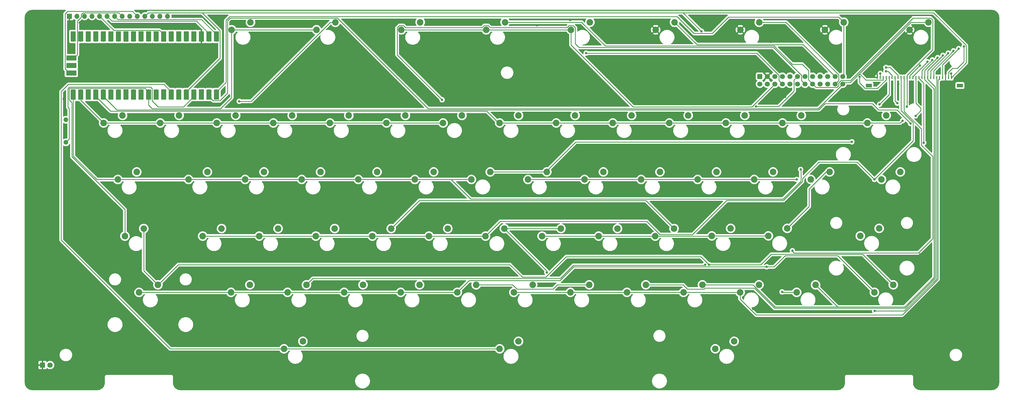
<source format=gbl>
G04 #@! TF.GenerationSoftware,KiCad,Pcbnew,(6.0.1)*
G04 #@! TF.CreationDate,2022-09-12T22:19:49-07:00*
G04 #@! TF.ProjectId,Atari130MX_wasdkb,41746172-6931-4333-904d-585f77617364,Ds*
G04 #@! TF.SameCoordinates,Original*
G04 #@! TF.FileFunction,Copper,L2,Bot*
G04 #@! TF.FilePolarity,Positive*
%FSLAX46Y46*%
G04 Gerber Fmt 4.6, Leading zero omitted, Abs format (unit mm)*
G04 Created by KiCad (PCBNEW (6.0.1)) date 2022-09-12 22:19:49*
%MOMM*%
%LPD*%
G01*
G04 APERTURE LIST*
G04 Aperture macros list*
%AMRoundRect*
0 Rectangle with rounded corners*
0 $1 Rounding radius*
0 $2 $3 $4 $5 $6 $7 $8 $9 X,Y pos of 4 corners*
0 Add a 4 corners polygon primitive as box body*
4,1,4,$2,$3,$4,$5,$6,$7,$8,$9,$2,$3,0*
0 Add four circle primitives for the rounded corners*
1,1,$1+$1,$2,$3*
1,1,$1+$1,$4,$5*
1,1,$1+$1,$6,$7*
1,1,$1+$1,$8,$9*
0 Add four rect primitives between the rounded corners*
20,1,$1+$1,$2,$3,$4,$5,0*
20,1,$1+$1,$4,$5,$6,$7,0*
20,1,$1+$1,$6,$7,$8,$9,0*
20,1,$1+$1,$8,$9,$2,$3,0*%
G04 Aperture macros list end*
G04 #@! TA.AperFunction,ComponentPad*
%ADD10C,2.200000*%
G04 #@! TD*
G04 #@! TA.AperFunction,ComponentPad*
%ADD11RoundRect,0.250000X-0.600000X0.600000X-0.600000X-0.600000X0.600000X-0.600000X0.600000X0.600000X0*%
G04 #@! TD*
G04 #@! TA.AperFunction,ComponentPad*
%ADD12C,1.700000*%
G04 #@! TD*
G04 #@! TA.AperFunction,SMDPad,CuDef*
%ADD13R,0.400000X1.000000*%
G04 #@! TD*
G04 #@! TA.AperFunction,SMDPad,CuDef*
%ADD14R,2.000000X1.300000*%
G04 #@! TD*
G04 #@! TA.AperFunction,ComponentPad*
%ADD15O,1.700000X1.700000*%
G04 #@! TD*
G04 #@! TA.AperFunction,ComponentPad*
%ADD16R,1.700000X1.700000*%
G04 #@! TD*
G04 #@! TA.AperFunction,SMDPad,CuDef*
%ADD17R,1.700000X3.500000*%
G04 #@! TD*
G04 #@! TA.AperFunction,SMDPad,CuDef*
%ADD18R,3.500000X1.700000*%
G04 #@! TD*
G04 #@! TA.AperFunction,ComponentPad*
%ADD19O,1.600000X1.600000*%
G04 #@! TD*
G04 #@! TA.AperFunction,ComponentPad*
%ADD20C,1.600000*%
G04 #@! TD*
G04 #@! TA.AperFunction,ComponentPad*
%ADD21C,1.800000*%
G04 #@! TD*
G04 #@! TA.AperFunction,ComponentPad*
%ADD22R,1.800000X1.800000*%
G04 #@! TD*
G04 #@! TA.AperFunction,ViaPad*
%ADD23C,0.800000*%
G04 #@! TD*
G04 #@! TA.AperFunction,Conductor*
%ADD24C,0.250000*%
G04 #@! TD*
G04 APERTURE END LIST*
D10*
X313480300Y-58980000D03*
X307130300Y-61520000D03*
X315861550Y-116130000D03*
X309511550Y-118670000D03*
X68211550Y-116130000D03*
X61861550Y-118670000D03*
X304749050Y-99620000D03*
X311099050Y-97080000D03*
X63449050Y-97150000D03*
X57099050Y-99690000D03*
X318242800Y-78030000D03*
X311892800Y-80570000D03*
X61067800Y-78055400D03*
X54717800Y-80595400D03*
X189655300Y-135180000D03*
X183305300Y-137720000D03*
X117027175Y-135180000D03*
X110677175Y-137720000D03*
X262283425Y-135180000D03*
X255933425Y-137720000D03*
D11*
X270900000Y-45820000D03*
D12*
X273440000Y-45820000D03*
X275980000Y-45820000D03*
X278520000Y-45820000D03*
X281060000Y-45820000D03*
X283600000Y-45820000D03*
X286140000Y-45820000D03*
X288680000Y-45820000D03*
X291220000Y-45820000D03*
X293760000Y-45820000D03*
X296300000Y-45820000D03*
X298840000Y-45820000D03*
X270900000Y-48360000D03*
X273440000Y-48360000D03*
X275980000Y-48360000D03*
X278520000Y-48360000D03*
X281060000Y-48360000D03*
X283600000Y-48360000D03*
X286140000Y-48360000D03*
X288680000Y-48360000D03*
X291220000Y-48360000D03*
X293760000Y-48360000D03*
X296300000Y-48360000D03*
X298840000Y-48360000D03*
D13*
X310470000Y-46180000D03*
X311470000Y-46180000D03*
X312470000Y-46180000D03*
X313470000Y-46180000D03*
X314470000Y-46180000D03*
X315470000Y-46180000D03*
X316470000Y-46180000D03*
X317470000Y-46180000D03*
X318470000Y-46180000D03*
X319470000Y-46180000D03*
X320470000Y-46180000D03*
X321470000Y-46180000D03*
X322470000Y-46180000D03*
X323470000Y-46180000D03*
X324470000Y-46180000D03*
X325470000Y-46180000D03*
X326470000Y-46180000D03*
X327470000Y-46180000D03*
X328470000Y-46180000D03*
X329470000Y-46180000D03*
X330470000Y-46180000D03*
X331470000Y-46180000D03*
X332470000Y-46180000D03*
X333470000Y-46180000D03*
X334470000Y-46180000D03*
X335470000Y-46180000D03*
D14*
X307670000Y-48880000D03*
X338270000Y-48880000D03*
D15*
X87970000Y-51025000D03*
X85430000Y-51025000D03*
D16*
X82890000Y-51025000D03*
D15*
X80350000Y-51025000D03*
X77810000Y-51025000D03*
X75270000Y-51025000D03*
X72730000Y-51025000D03*
D16*
X70190000Y-51025000D03*
D15*
X67650000Y-51025000D03*
X65110000Y-51025000D03*
X62570000Y-51025000D03*
X60030000Y-51025000D03*
D16*
X57490000Y-51025000D03*
D15*
X54950000Y-51025000D03*
X52410000Y-51025000D03*
X49870000Y-51025000D03*
X47330000Y-51025000D03*
D16*
X44790000Y-51025000D03*
D15*
X42250000Y-51025000D03*
X39710000Y-51025000D03*
X39710000Y-33245000D03*
X42250000Y-33245000D03*
D16*
X44790000Y-33245000D03*
D15*
X47330000Y-33245000D03*
X49870000Y-33245000D03*
X52410000Y-33245000D03*
X54950000Y-33245000D03*
D16*
X57490000Y-33245000D03*
D15*
X60030000Y-33245000D03*
X62570000Y-33245000D03*
X65110000Y-33245000D03*
X67650000Y-33245000D03*
D16*
X70190000Y-33245000D03*
D15*
X72730000Y-33245000D03*
X75270000Y-33245000D03*
X77810000Y-33245000D03*
X80350000Y-33245000D03*
D16*
X82890000Y-33245000D03*
D15*
X85430000Y-33245000D03*
X87970000Y-33245000D03*
D17*
X87970000Y-51925000D03*
X85430000Y-51925000D03*
X82890000Y-51925000D03*
X80350000Y-51925000D03*
X77810000Y-51925000D03*
X75270000Y-51925000D03*
X72730000Y-51925000D03*
X70190000Y-51925000D03*
X67650000Y-51925000D03*
X65110000Y-51925000D03*
X62570000Y-51925000D03*
X60030000Y-51925000D03*
X57490000Y-51925000D03*
X54950000Y-51925000D03*
X52410000Y-51925000D03*
X49870000Y-51925000D03*
X47330000Y-51925000D03*
X44790000Y-51925000D03*
X42250000Y-51925000D03*
X39710000Y-51925000D03*
X87970000Y-32345000D03*
X85430000Y-32345000D03*
X82890000Y-32345000D03*
X80350000Y-32345000D03*
X77810000Y-32345000D03*
X75270000Y-32345000D03*
X72730000Y-32345000D03*
X70190000Y-32345000D03*
X67650000Y-32345000D03*
X65110000Y-32345000D03*
X62570000Y-32345000D03*
X60030000Y-32345000D03*
X57490000Y-32345000D03*
X54950000Y-32345000D03*
X52410000Y-32345000D03*
X49870000Y-32345000D03*
X47330000Y-32345000D03*
X44790000Y-32345000D03*
X42250000Y-32345000D03*
X39710000Y-32345000D03*
D18*
X39040000Y-44675000D03*
D15*
X39940000Y-44675000D03*
D18*
X39040000Y-42135000D03*
D16*
X39940000Y-42135000D03*
D18*
X39040000Y-39595000D03*
D15*
X39940000Y-39595000D03*
D10*
X185125000Y-27530000D03*
X178775000Y-30070000D03*
X156550000Y-27530000D03*
X150200000Y-30070000D03*
X127975000Y-27530000D03*
X121625000Y-30070000D03*
X99400000Y-27530000D03*
X93050000Y-30070000D03*
D19*
X37220000Y-60425000D03*
D20*
X37220000Y-68045000D03*
D16*
X38440000Y-25500000D03*
D15*
X40980000Y-25500000D03*
X43520000Y-25500000D03*
X46060000Y-25500000D03*
X48600000Y-25500000D03*
X51140000Y-25500000D03*
X53680000Y-25500000D03*
X56220000Y-25500000D03*
X58760000Y-25500000D03*
X61300000Y-25500000D03*
X63840000Y-25500000D03*
X66380000Y-25500000D03*
X68920000Y-25500000D03*
X71460000Y-25500000D03*
D10*
X242200000Y-27530000D03*
X235850000Y-30070000D03*
X270700000Y-27530000D03*
X264350000Y-30070000D03*
X327700000Y-27530000D03*
X321350000Y-30070000D03*
X299200000Y-27530000D03*
X292850000Y-30070000D03*
X213700000Y-27530000D03*
X207350000Y-30070000D03*
D21*
X31900000Y-143200000D03*
D22*
X29360000Y-143200000D03*
D10*
X92817800Y-118670000D03*
X99167800Y-116130000D03*
X180130300Y-78030000D03*
X173780300Y-80570000D03*
X111867800Y-118670000D03*
X118217800Y-116130000D03*
X103930300Y-78030000D03*
X97580300Y-80570000D03*
X149967800Y-118670000D03*
X156317800Y-116130000D03*
X199180300Y-78030000D03*
X192830300Y-80570000D03*
X161080300Y-78030000D03*
X154730300Y-80570000D03*
X280142800Y-97080000D03*
X273792800Y-99620000D03*
X264267800Y-118670000D03*
X270617800Y-116130000D03*
X283317800Y-118670000D03*
X289667800Y-116130000D03*
X102342800Y-99690000D03*
X108692800Y-97150000D03*
X142030300Y-78030000D03*
X135680300Y-80570000D03*
X78530300Y-80570000D03*
X84880300Y-78030000D03*
X261092800Y-97080000D03*
X254742800Y-99620000D03*
X245217800Y-118670000D03*
X251567800Y-116130000D03*
X256330300Y-78030000D03*
X249980300Y-80570000D03*
X237280300Y-78030000D03*
X230930300Y-80570000D03*
X188067800Y-118670000D03*
X194417800Y-116130000D03*
X207117800Y-118670000D03*
X213467800Y-116130000D03*
X259505300Y-61520000D03*
X265855300Y-58980000D03*
X235692800Y-99690000D03*
X242042800Y-97150000D03*
X216642800Y-99690000D03*
X222992800Y-97150000D03*
X197592800Y-99690000D03*
X203942800Y-97150000D03*
X218230300Y-78030000D03*
X211880300Y-80570000D03*
X178542800Y-99690000D03*
X184892800Y-97150000D03*
X278555300Y-61520000D03*
X284905300Y-58980000D03*
X159492800Y-99690000D03*
X165842800Y-97150000D03*
X140442800Y-99690000D03*
X146792800Y-97150000D03*
X49950000Y-61520000D03*
X56300000Y-58980000D03*
X294430300Y-78030000D03*
X288080300Y-80570000D03*
X122980300Y-78030000D03*
X116630300Y-80570000D03*
X275380300Y-78030000D03*
X269030300Y-80570000D03*
X121392800Y-99690000D03*
X127742800Y-97150000D03*
X226167800Y-118670000D03*
X232517800Y-116130000D03*
X130917800Y-118670000D03*
X137267800Y-116130000D03*
X169017800Y-118670000D03*
X175367800Y-116130000D03*
X83292800Y-99690000D03*
X89642800Y-97150000D03*
X221405300Y-61520000D03*
X227755300Y-58980000D03*
X202355300Y-61520000D03*
X208705300Y-58980000D03*
X183305300Y-61520000D03*
X189655300Y-58980000D03*
X164255300Y-61520000D03*
X170605300Y-58980000D03*
X145205300Y-61520000D03*
X151555300Y-58980000D03*
X126155300Y-61520000D03*
X132505300Y-58980000D03*
X107105300Y-61520000D03*
X113455300Y-58980000D03*
X88055300Y-61520000D03*
X94405300Y-58980000D03*
X69005300Y-61520000D03*
X75355300Y-58980000D03*
X240455300Y-61520000D03*
X246805300Y-58980000D03*
D23*
X274237300Y-112828000D03*
X190417300Y-96064000D03*
X36493300Y-53392000D03*
X46621550Y-55725625D03*
X288318425Y-52153750D03*
X323353022Y-59119613D03*
X281893289Y-104613211D03*
X262502500Y-89053600D03*
X254120500Y-103582400D03*
X273119700Y-103176000D03*
X309594100Y-124918400D03*
X278402900Y-118517600D03*
X309511550Y-80570000D03*
X283317800Y-80570000D03*
X322014700Y-84456200D03*
X324630900Y-60859600D03*
X301923300Y-67870000D03*
X273212789Y-110042511D03*
X34639100Y-29389000D03*
X279672900Y-55322400D03*
X269665300Y-55930479D03*
X37001300Y-62586800D03*
X154196900Y-111761200D03*
X225037500Y-107976600D03*
X207282900Y-96521200D03*
X240302900Y-91796800D03*
X290467900Y-98553200D03*
X236645300Y-74448600D03*
X284664000Y-77204500D03*
X252494900Y-109318011D03*
X197884900Y-116206200D03*
X199205700Y-111964400D03*
X275735900Y-107240000D03*
X41903500Y-27661800D03*
X298418100Y-59335600D03*
X320465300Y-56033600D03*
X319017500Y-60732600D03*
X321655925Y-61678750D03*
X253804550Y-109318000D03*
X319274675Y-121210000D03*
X339684000Y-35658000D03*
X317586000Y-33626000D03*
X286852000Y-29562000D03*
X279740000Y-31086000D03*
X267802000Y-39468000D03*
X307172000Y-29308000D03*
X72222000Y-102460000D03*
X99908000Y-130146000D03*
X221320000Y-115922000D03*
X211414000Y-48104000D03*
X217002000Y-126082000D03*
X229956000Y-102206000D03*
X257134000Y-121002000D03*
X268056000Y-101698000D03*
X238846000Y-121002000D03*
X249006000Y-101952000D03*
X210652000Y-112620000D03*
X210652000Y-101952000D03*
X88224000Y-26768000D03*
X206588000Y-41754000D03*
X184236000Y-47342000D03*
X152486000Y-46326000D03*
X146898000Y-47088000D03*
X120228000Y-48104000D03*
X96860000Y-48104000D03*
X69682000Y-36420000D03*
X59268000Y-36420000D03*
X45044000Y-36420000D03*
X42250000Y-37944000D03*
X172552000Y-101952000D03*
X153502000Y-101952000D03*
X134452000Y-101952000D03*
X115402000Y-101190000D03*
X95437175Y-103350625D03*
X71031550Y-82598000D03*
X44282000Y-60296000D03*
X276946000Y-120494000D03*
X299123550Y-83106000D03*
X310220000Y-130908000D03*
X272120000Y-63852000D03*
X278216000Y-65376000D03*
X319110000Y-43278000D03*
X274660000Y-34134000D03*
X309712000Y-52930000D03*
X314284000Y-54708000D03*
X321396000Y-54454000D03*
X328000000Y-55470000D03*
X324952000Y-105762000D03*
X331556000Y-43532000D03*
X273390000Y-53438000D03*
X274406000Y-38452000D03*
X253324000Y-27022000D03*
X170520000Y-28038000D03*
X207096000Y-26768000D03*
X107528000Y-28546000D03*
X214970000Y-34134000D03*
X195920000Y-28546000D03*
X247482000Y-28292000D03*
X324698000Y-48866000D03*
X321904000Y-47850000D03*
X277962000Y-36420000D03*
X268649300Y-124283400D03*
X317586000Y-48358000D03*
X85176000Y-45818000D03*
X282534000Y-38198000D03*
X79842000Y-29816000D03*
X279486000Y-52676000D03*
X284820000Y-52676000D03*
X301076000Y-52422000D03*
X69682000Y-28546000D03*
X57236000Y-29054000D03*
X63332000Y-28292000D03*
X76540000Y-29562000D03*
X74254000Y-29562000D03*
X39710000Y-36674000D03*
X39456000Y-47088000D03*
X78826000Y-25244000D03*
X90256000Y-50644000D03*
X92288000Y-52422000D03*
X309966000Y-48358000D03*
X304505000Y-45945000D03*
X311236000Y-55216000D03*
X313395000Y-44040000D03*
X317205000Y-54835000D03*
X313395000Y-42770000D03*
X95590000Y-54200000D03*
X324825000Y-42135000D03*
X327365000Y-40865000D03*
X163916000Y-53692000D03*
X326095000Y-68170000D03*
X329016000Y-40230000D03*
X330794000Y-39468000D03*
X334350000Y-37944000D03*
X212430000Y-37944000D03*
X337906000Y-36420000D03*
X311490000Y-44802000D03*
X335366000Y-44802000D03*
X251292000Y-30578000D03*
X332572000Y-38706000D03*
X336128000Y-37182000D03*
D24*
X254742800Y-99620000D02*
X273792800Y-99620000D01*
X110677175Y-137720000D02*
X183305300Y-137720000D01*
X110677175Y-137720000D02*
X72351471Y-137720000D01*
X303669550Y-74728000D02*
X309511550Y-80570000D01*
X290823500Y-74728000D02*
X303669550Y-74728000D01*
X285258891Y-80292609D02*
X290823500Y-74728000D01*
X285258891Y-81279191D02*
X285258891Y-80292609D01*
X259792380Y-87623520D02*
X278914561Y-87623520D01*
X237286216Y-99170480D02*
X248245420Y-99170480D01*
X232833536Y-94717800D02*
X237286216Y-99170480D01*
X248245420Y-99170480D02*
X259792380Y-87623520D01*
X178542800Y-99690000D02*
X183515000Y-94717800D01*
X183515000Y-94717800D02*
X232833536Y-94717800D01*
X278914561Y-87623520D02*
X285258891Y-81279191D01*
X325062700Y-57409935D02*
X323353022Y-59119613D01*
X325062700Y-56458571D02*
X325062700Y-57409935D01*
X319470000Y-57623284D02*
X319470000Y-46180000D01*
X329120460Y-72765960D02*
X325370489Y-69015989D01*
X282423780Y-105368080D02*
X324318420Y-105368080D01*
X324318420Y-105368080D02*
X329120460Y-100566040D01*
X325370489Y-63523773D02*
X319470000Y-57623284D01*
X281893289Y-104837589D02*
X282423780Y-105368080D01*
X329120460Y-100566040D02*
X329120460Y-72765960D01*
X325370489Y-69015989D02*
X325370489Y-63523773D01*
X293287300Y-78030000D02*
X294430300Y-78030000D01*
X287508800Y-83808500D02*
X293287300Y-78030000D01*
X287508800Y-89714000D02*
X287508800Y-83808500D01*
X280142800Y-97080000D02*
X287508800Y-89714000D01*
X156286200Y-87656600D02*
X146792800Y-97150000D01*
X232549400Y-87656600D02*
X156286200Y-87656600D01*
X242042800Y-97150000D02*
X232549400Y-87656600D01*
X199205700Y-111462900D02*
X199205700Y-111964400D01*
X184892800Y-97150000D02*
X199205700Y-111462900D01*
X203942800Y-97150000D02*
X184892800Y-97150000D01*
X254672800Y-99690000D02*
X254742800Y-99620000D01*
X235692800Y-99690000D02*
X254672800Y-99690000D01*
X216642800Y-99690000D02*
X235692800Y-99690000D01*
X197592800Y-99690000D02*
X216642800Y-99690000D01*
X159492800Y-99690000D02*
X178542800Y-99690000D01*
X140442800Y-99690000D02*
X159492800Y-99690000D01*
X121392800Y-99690000D02*
X140442800Y-99690000D01*
X102342800Y-99690000D02*
X121392800Y-99690000D01*
X83292800Y-99690000D02*
X102342800Y-99690000D01*
X57099050Y-99690000D02*
X57099050Y-90714072D01*
X57099050Y-90714072D02*
X54170139Y-87785161D01*
X39259990Y-72875012D02*
X54170139Y-87785161D01*
X275701989Y-110042511D02*
X273212789Y-110042511D01*
X297108670Y-106267120D02*
X279477380Y-106267120D01*
X309511550Y-118670000D02*
X297108670Y-106267120D01*
X279477380Y-106267120D02*
X275701989Y-110042511D01*
X305549150Y-105817600D02*
X302380500Y-105817600D01*
X315861550Y-116130000D02*
X305549150Y-105817600D01*
X302380500Y-105817600D02*
X274770700Y-105817600D01*
X319611910Y-124918400D02*
X309594100Y-124918400D01*
X278555300Y-118670000D02*
X278402900Y-118517600D01*
X283317800Y-118670000D02*
X278555300Y-118670000D01*
X331470000Y-46840770D02*
X331470000Y-46180000D01*
X330919520Y-47004511D02*
X331083261Y-46840770D01*
X318867517Y-126298511D02*
X330919520Y-114246508D01*
X330919520Y-114246508D02*
X330919520Y-47004511D01*
X331083261Y-46840770D02*
X331470000Y-46840770D01*
X264267800Y-118670000D02*
X264267800Y-120926514D01*
X264267800Y-120926514D02*
X269639797Y-126298511D01*
X269639797Y-126298511D02*
X318867517Y-126298511D01*
X245078100Y-116130000D02*
X232517800Y-116130000D01*
X246502611Y-117554511D02*
X245078100Y-116130000D01*
X252157853Y-117554511D02*
X246502611Y-117554511D01*
X252466875Y-117245489D02*
X252157853Y-117554511D01*
X269083008Y-117245489D02*
X252466875Y-117245489D01*
X275871560Y-124034041D02*
X269083008Y-117245489D01*
X276340859Y-124034041D02*
X275871560Y-124034041D01*
X276340859Y-124034041D02*
X319860551Y-124034041D01*
X245217800Y-118670000D02*
X264267800Y-118670000D01*
X226167800Y-118670000D02*
X245217800Y-118670000D01*
X207117800Y-118670000D02*
X226167800Y-118670000D01*
X188067800Y-118670000D02*
X207117800Y-118670000D01*
X297122321Y-123584521D02*
X298608221Y-123584521D01*
X289667800Y-116130000D02*
X297122321Y-123584521D01*
X298608221Y-123584521D02*
X319673661Y-123584521D01*
X292359821Y-123584521D02*
X298608221Y-123584521D01*
X276057757Y-123584521D02*
X293909979Y-123584521D01*
X251567800Y-116130000D02*
X268603236Y-116130000D01*
X268603236Y-116130000D02*
X276057757Y-123584521D01*
X187640736Y-116130000D02*
X175367800Y-116130000D01*
X202710900Y-116130000D02*
X201286389Y-117554511D01*
X189065247Y-117554511D02*
X187640736Y-116130000D01*
X213467800Y-116130000D02*
X202710900Y-116130000D01*
X201286389Y-117554511D02*
X189065247Y-117554511D01*
X172982311Y-114705489D02*
X174514789Y-114705489D01*
X169017800Y-118670000D02*
X172982311Y-114705489D01*
X174514789Y-114705489D02*
X203602728Y-114705489D01*
X149967800Y-118670000D02*
X169017800Y-118670000D01*
X203602728Y-114705489D02*
X208265707Y-110042511D01*
X208265707Y-110042511D02*
X273212789Y-110042511D01*
X130917800Y-118670000D02*
X149967800Y-118670000D01*
X111867800Y-118670000D02*
X130917800Y-118670000D01*
X203734579Y-113937920D02*
X208146499Y-109526000D01*
X120409880Y-113937920D02*
X203734579Y-113937920D01*
X252286911Y-109526000D02*
X252494900Y-109318011D01*
X118217800Y-116130000D02*
X120409880Y-113937920D01*
X208146499Y-109526000D02*
X252286911Y-109526000D01*
X92817800Y-118670000D02*
X111867800Y-118670000D01*
X61861550Y-118670000D02*
X92817800Y-118670000D01*
X63449050Y-111367500D02*
X63449050Y-97150000D01*
X68211550Y-116130000D02*
X63449050Y-111367500D01*
X72351470Y-137720000D02*
X71262585Y-136631115D01*
X71262585Y-136631115D02*
X72351471Y-137720000D01*
X35644989Y-101013518D02*
X71262585Y-136631115D01*
X269030300Y-80570000D02*
X283317800Y-80570000D01*
X249980300Y-80570000D02*
X269030300Y-80570000D01*
X249980300Y-80570000D02*
X230930300Y-80570000D01*
X211880300Y-80570000D02*
X230930300Y-80570000D01*
X192830300Y-80570000D02*
X211880300Y-80570000D01*
X199180300Y-78030000D02*
X180130300Y-78030000D01*
X166922300Y-80570000D02*
X173780300Y-80570000D01*
X154730300Y-80570000D02*
X166922300Y-80570000D01*
X173526300Y-87174000D02*
X169830600Y-83478300D01*
X166922300Y-80570000D02*
X169830600Y-83478300D01*
X135680300Y-80570000D02*
X154730300Y-80570000D01*
X116630300Y-80570000D02*
X135680300Y-80570000D01*
X97580300Y-80570000D02*
X116630300Y-80570000D01*
X78530300Y-80570000D02*
X97580300Y-80570000D01*
X78504900Y-80595400D02*
X78530300Y-80570000D01*
X54717800Y-80595400D02*
X78504900Y-80595400D01*
X47616096Y-80595400D02*
X54717800Y-80595400D01*
X39709510Y-65483315D02*
X39709510Y-72688814D01*
X39709510Y-72688814D02*
X47616096Y-80595400D01*
X39710000Y-65482825D02*
X39709510Y-65483315D01*
X39710000Y-51025000D02*
X39710000Y-65482825D01*
X308856629Y-55016729D02*
X310944889Y-57104989D01*
X317082164Y-57104989D02*
X321655925Y-61678750D01*
X290730729Y-57104989D02*
X292818989Y-55016729D01*
X49870000Y-52570002D02*
X54404987Y-57104989D01*
X292818989Y-55016729D02*
X308856629Y-55016729D01*
X49870000Y-51025000D02*
X49870000Y-52570002D01*
X54404987Y-57104989D02*
X290730729Y-57104989D01*
X310944889Y-57104989D02*
X317082164Y-57104989D01*
X325062700Y-56458571D02*
X323470000Y-54865871D01*
X323470000Y-54865871D02*
X323470000Y-54832300D01*
X323470000Y-54832300D02*
X323470000Y-46180000D01*
X318470000Y-57259002D02*
X318470000Y-46180000D01*
X322535010Y-61324012D02*
X318470000Y-57259002D01*
X322535010Y-67546540D02*
X322535010Y-61324012D01*
X309511550Y-80570000D02*
X322535010Y-67546540D01*
X301877300Y-67916000D02*
X288710500Y-67916000D01*
X301923300Y-67870000D02*
X301877300Y-67916000D01*
X288710500Y-67916000D02*
X208924000Y-67916000D01*
X253804550Y-109318000D02*
X271270300Y-109318000D01*
X274770700Y-105817600D02*
X271270300Y-109318000D01*
X319611910Y-124918400D02*
X330469510Y-114060799D01*
X327470000Y-46812000D02*
X327470000Y-46180000D01*
X330019990Y-49361990D02*
X327470000Y-46812000D01*
X330019990Y-113874602D02*
X330019990Y-49361990D01*
X319860551Y-124034041D02*
X330019990Y-113874602D01*
X35644989Y-50895779D02*
X35644989Y-101013518D01*
X38040796Y-48499972D02*
X35644989Y-50895779D01*
X70204972Y-48499972D02*
X38040796Y-48499972D01*
X72730000Y-51025000D02*
X70204972Y-48499972D01*
X285580551Y-35100551D02*
X296300000Y-45820000D01*
X242200000Y-27530000D02*
X249770551Y-35100551D01*
X249770551Y-35100551D02*
X285580551Y-35100551D01*
X287315001Y-46995001D02*
X288680000Y-48360000D01*
X287315001Y-43812901D02*
X287315001Y-46995001D01*
X285184700Y-41682600D02*
X287315001Y-43812901D01*
X281828318Y-41682600D02*
X285184700Y-41682600D01*
X275695789Y-35550071D02*
X281828318Y-41682600D01*
X218926071Y-35550071D02*
X275695789Y-35550071D01*
X210906000Y-27530000D02*
X218926071Y-35550071D01*
X185125000Y-27530000D02*
X210906000Y-27530000D01*
X282425489Y-46994511D02*
X282425489Y-50761125D01*
X277256135Y-55930479D02*
X269665300Y-55930479D01*
X282425489Y-50761125D02*
X277256135Y-55930479D01*
X283600000Y-45820000D02*
X282425489Y-46994511D01*
X284742311Y-81160053D02*
X284742311Y-77282811D01*
X278728364Y-87174000D02*
X284742311Y-81160053D01*
X284742311Y-77282811D02*
X284664000Y-77204500D01*
X278728364Y-87174000D02*
X173526300Y-87174000D01*
X75082000Y-109318000D02*
X68270000Y-116130000D01*
X186764500Y-109318000D02*
X75082000Y-109318000D01*
X198824700Y-113488400D02*
X190934900Y-113488400D01*
X190934900Y-113488400D02*
X186764500Y-109318000D01*
X205682700Y-106630400D02*
X198824700Y-113488400D01*
X251116950Y-106630400D02*
X205682700Y-106630400D01*
X253804550Y-109318000D02*
X251116950Y-106630400D01*
X319673661Y-123584521D02*
X320736041Y-122522141D01*
X320736041Y-122522141D02*
X329569980Y-113688202D01*
X320470000Y-56028900D02*
X320465300Y-56033600D01*
X320470000Y-46180000D02*
X320470000Y-56028900D01*
X307130300Y-61520000D02*
X318230100Y-61520000D01*
X318230100Y-61520000D02*
X319017500Y-60732600D01*
X326470000Y-46930000D02*
X326470000Y-46180000D01*
X329569980Y-50029980D02*
X326470000Y-46930000D01*
X329569980Y-113688202D02*
X329569980Y-50029980D01*
X330470000Y-46180000D02*
X330470000Y-114060310D01*
X278555300Y-61520000D02*
X307130300Y-61520000D01*
X334470000Y-46180000D02*
X334470000Y-44420000D01*
X339684000Y-40845002D02*
X339684000Y-40704000D01*
X337434002Y-43095000D02*
X339684000Y-40845002D01*
X335795000Y-43095000D02*
X337434002Y-43095000D01*
X339684000Y-40704000D02*
X339684000Y-35658000D01*
X334470000Y-44420000D02*
X335795000Y-43095000D01*
X37780008Y-23874990D02*
X59674990Y-23874990D01*
X36964999Y-24689999D02*
X37780008Y-23874990D01*
X36964999Y-43245001D02*
X36964999Y-24689999D01*
X59674990Y-23874990D02*
X61300000Y-25500000D01*
X38394998Y-44675000D02*
X36964999Y-43245001D01*
X39940000Y-44675000D02*
X38394998Y-44675000D01*
X55044999Y-24324999D02*
X56220000Y-25500000D01*
X42955999Y-24324999D02*
X55044999Y-24324999D01*
X42344999Y-24935999D02*
X42955999Y-24324999D01*
X42344999Y-25874003D02*
X42344999Y-24935999D01*
X41074999Y-27144003D02*
X42344999Y-25874003D01*
X41074999Y-38460001D02*
X41074999Y-27144003D01*
X39940000Y-39595000D02*
X41074999Y-38460001D01*
X54855001Y-26675001D02*
X53680000Y-25500000D01*
X82945003Y-26675001D02*
X54855001Y-26675001D01*
X87970000Y-31699998D02*
X82945003Y-26675001D01*
X87970000Y-33245000D02*
X87970000Y-31699998D01*
X52765011Y-27125011D02*
X51140000Y-25500000D01*
X81215011Y-27125011D02*
X52765011Y-27125011D01*
X85430000Y-31340000D02*
X81215011Y-27125011D01*
X85430000Y-33245000D02*
X85430000Y-31340000D01*
X70190000Y-31699998D02*
X70190000Y-33245000D01*
X68760001Y-30269999D02*
X70190000Y-31699998D01*
X53369999Y-30269999D02*
X68760001Y-30269999D01*
X48600000Y-25500000D02*
X53369999Y-30269999D01*
X327700000Y-27530000D02*
X321780998Y-27530000D01*
X128659001Y-26104999D02*
X159208981Y-56654979D01*
X92570001Y-26104999D02*
X128659001Y-26104999D01*
X91624999Y-27050001D02*
X92570001Y-26104999D01*
X91624999Y-51455003D02*
X91624999Y-27050001D01*
X89080001Y-54000001D02*
X91624999Y-51455003D01*
X159208981Y-56654979D02*
X290545021Y-56654979D01*
X86859999Y-54000001D02*
X89080001Y-54000001D01*
X85430000Y-52570002D02*
X86859999Y-54000001D01*
X290545021Y-56654979D02*
X298840000Y-48360000D01*
X85430000Y-51025000D02*
X85430000Y-52570002D01*
X298840000Y-48360000D02*
X299295001Y-47904999D01*
X299295001Y-47904999D02*
X301405999Y-47904999D01*
X321780998Y-27530000D02*
X313460499Y-35850499D01*
X304853001Y-45219999D02*
X304090999Y-45219999D01*
X306638003Y-47005001D02*
X304853001Y-45219999D01*
X312394999Y-47005001D02*
X306638003Y-47005001D01*
X312470000Y-46180000D02*
X312470000Y-46930000D01*
X304090999Y-45219999D02*
X303046499Y-46264499D01*
X303046499Y-46264499D02*
X313460499Y-35850499D01*
X312470000Y-46930000D02*
X312394999Y-47005001D01*
X301405999Y-47904999D02*
X303046499Y-46264499D01*
X299200000Y-45460000D02*
X298840000Y-45820000D01*
X299200000Y-27530000D02*
X299200000Y-45460000D01*
X87970000Y-51025000D02*
X91145000Y-47850000D01*
X91144295Y-47849295D02*
X91144295Y-26894295D01*
X91145000Y-47850000D02*
X91144295Y-47849295D01*
X91144295Y-26894295D02*
X92383601Y-25654989D01*
X313470000Y-46930000D02*
X313470000Y-46180000D01*
X310544999Y-49855001D02*
X313470000Y-46930000D01*
X306409999Y-49855001D02*
X310544999Y-49855001D01*
X304505000Y-47950002D02*
X306409999Y-49855001D01*
X304505000Y-45945000D02*
X304505000Y-47950002D01*
X254884999Y-31303001D02*
X260436000Y-25752000D01*
X248715001Y-31303001D02*
X254884999Y-31303001D01*
X243066989Y-25654989D02*
X248715001Y-31303001D01*
X92383601Y-25654989D02*
X243066989Y-25654989D01*
X297422000Y-25752000D02*
X299200000Y-27530000D01*
X260436000Y-25752000D02*
X297422000Y-25752000D01*
X297475001Y-47184999D02*
X296300000Y-48360000D01*
X297475001Y-45265001D02*
X297475001Y-47184999D01*
X279740000Y-27530000D02*
X297475001Y-45265001D01*
X270700000Y-27530000D02*
X279740000Y-27530000D01*
X314470000Y-51982000D02*
X314470000Y-46180000D01*
X311236000Y-55216000D02*
X314470000Y-51982000D01*
X314080000Y-44040000D02*
X313395000Y-44040000D01*
X315470000Y-45430000D02*
X314080000Y-44040000D01*
X315470000Y-46180000D02*
X315470000Y-45430000D01*
X316470000Y-54100000D02*
X317205000Y-54835000D01*
X316470000Y-46180000D02*
X316470000Y-54100000D01*
X314810000Y-42770000D02*
X313395000Y-42770000D01*
X317470000Y-45430000D02*
X314810000Y-42770000D01*
X317470000Y-46180000D02*
X317470000Y-45430000D01*
X208924000Y-67916000D02*
X198760000Y-78080000D01*
X99604002Y-54200000D02*
X95590000Y-54200000D01*
X126274002Y-27530000D02*
X99604002Y-54200000D01*
X127975000Y-27530000D02*
X126274002Y-27530000D01*
X289855001Y-49535001D02*
X288680000Y-48360000D01*
X296864001Y-49535001D02*
X289855001Y-49535001D01*
X297475001Y-48924001D02*
X296864001Y-49535001D01*
X298275999Y-47184999D02*
X297475001Y-47985997D01*
X301489589Y-47184999D02*
X298275999Y-47184999D01*
X322569589Y-26104999D02*
X301489589Y-47184999D01*
X328384001Y-26104999D02*
X322569589Y-26104999D01*
X329125001Y-36774999D02*
X329125001Y-26845999D01*
X297475001Y-47985997D02*
X297475001Y-48924001D01*
X329125001Y-26845999D02*
X328384001Y-26104999D01*
X320470000Y-45430000D02*
X329125001Y-36774999D01*
X320470000Y-46180000D02*
X320470000Y-45430000D01*
X321470000Y-45490000D02*
X324825000Y-42135000D01*
X321470000Y-46180000D02*
X321470000Y-45490000D01*
X49950000Y-61520000D02*
X68950000Y-61520000D01*
X68950000Y-61520000D02*
X87950000Y-61520000D01*
X87950000Y-61520000D02*
X106950000Y-61520000D01*
X106950000Y-61520000D02*
X125950000Y-61520000D01*
X125950000Y-61520000D02*
X144950000Y-61520000D01*
X144950000Y-61520000D02*
X163950000Y-61520000D01*
X42250000Y-53820000D02*
X42250000Y-51025000D01*
X49950000Y-61520000D02*
X42250000Y-53820000D01*
X327365000Y-40985000D02*
X327365000Y-40865000D01*
X322470000Y-45880000D02*
X327365000Y-40985000D01*
X322470000Y-46180000D02*
X322470000Y-45880000D01*
X284964999Y-47184999D02*
X286140000Y-48360000D01*
X210033593Y-35999591D02*
X275509591Y-35999591D01*
X208775001Y-29385999D02*
X208775001Y-34740999D01*
X163916000Y-53692000D02*
X148774999Y-38550999D01*
X148774999Y-38550999D02*
X148774999Y-29385999D01*
X208034001Y-28644999D02*
X208775001Y-29385999D01*
X208775001Y-34740999D02*
X210033593Y-35999591D01*
X149515999Y-28644999D02*
X150884001Y-28644999D01*
X284964999Y-45454999D02*
X284964999Y-47184999D01*
X206665999Y-28644999D02*
X208034001Y-28644999D01*
X150884001Y-28644999D02*
X151625001Y-29385999D01*
X151625001Y-29385999D02*
X177349999Y-29385999D01*
X177349999Y-29385999D02*
X178090999Y-28644999D01*
X275509591Y-35999591D02*
X284964999Y-45454999D01*
X180200001Y-29385999D02*
X205924999Y-29385999D01*
X178090999Y-28644999D02*
X179459001Y-28644999D01*
X148774999Y-29385999D02*
X149515999Y-28644999D01*
X179459001Y-28644999D02*
X180200001Y-29385999D01*
X205924999Y-29385999D02*
X206665999Y-28644999D01*
X182950000Y-61520000D02*
X201950000Y-61520000D01*
X201950000Y-61520000D02*
X220950000Y-61520000D01*
X220950000Y-61520000D02*
X239950000Y-61520000D01*
X239950000Y-61520000D02*
X258950000Y-61520000D01*
X258950000Y-61520000D02*
X277950000Y-61520000D01*
X178984999Y-57554999D02*
X182950000Y-61520000D01*
X52314997Y-57554999D02*
X178984999Y-57554999D01*
X47330000Y-52570002D02*
X52314997Y-57554999D01*
X47330000Y-51025000D02*
X47330000Y-52570002D01*
X324470000Y-46465002D02*
X324470000Y-46180000D01*
X326095000Y-48090002D02*
X324470000Y-46465002D01*
X326095000Y-68170000D02*
X326095000Y-48090002D01*
X329016000Y-40287002D02*
X329016000Y-40230000D01*
X325470000Y-43833002D02*
X329016000Y-40287002D01*
X325470000Y-46180000D02*
X325470000Y-43833002D01*
X330794000Y-39525002D02*
X330794000Y-39468000D01*
X326470000Y-43849002D02*
X330794000Y-39525002D01*
X326470000Y-46180000D02*
X326470000Y-43849002D01*
X334350000Y-38001002D02*
X334350000Y-37944000D01*
X328470000Y-43881002D02*
X334350000Y-38001002D01*
X328470000Y-46180000D02*
X328470000Y-43881002D01*
X277344999Y-47184999D02*
X278520000Y-48360000D01*
X277344999Y-45445997D02*
X277344999Y-47184999D01*
X269843002Y-37944000D02*
X277344999Y-45445997D01*
X212430000Y-37944000D02*
X269843002Y-37944000D01*
X150200000Y-30070000D02*
X178775000Y-30070000D01*
X178775000Y-30070000D02*
X207350000Y-30070000D01*
X207350000Y-35211000D02*
X228244000Y-56105000D01*
X207350000Y-30070000D02*
X207350000Y-35211000D01*
X268235000Y-56105000D02*
X275980000Y-48360000D01*
X228244000Y-56105000D02*
X268235000Y-56105000D01*
X337906000Y-36477002D02*
X337906000Y-36420000D01*
X332470000Y-41913002D02*
X337906000Y-36477002D01*
X332470000Y-46180000D02*
X332470000Y-41913002D01*
X89145001Y-39689999D02*
X77810000Y-51025000D01*
X89145001Y-30334999D02*
X89145001Y-39689999D01*
X83135001Y-24324999D02*
X89145001Y-30334999D01*
X63840000Y-25500000D02*
X65015001Y-24324999D01*
X311490000Y-46160000D02*
X311470000Y-46180000D01*
X311490000Y-44802000D02*
X311490000Y-46160000D01*
X335366000Y-46076000D02*
X335470000Y-46180000D01*
X335366000Y-44802000D02*
X335366000Y-46076000D01*
X65015001Y-24324999D02*
X79999001Y-24324999D01*
X79999001Y-24324999D02*
X83135001Y-24324999D01*
X251292000Y-30578000D02*
X245038999Y-24324999D01*
X245038999Y-24324999D02*
X244845001Y-24324999D01*
X79999001Y-24324999D02*
X244845001Y-24324999D01*
X340409001Y-41240999D02*
X335470000Y-46180000D01*
X340409001Y-35309999D02*
X340409001Y-41240999D01*
X329424001Y-24324999D02*
X340409001Y-35309999D01*
X244845001Y-24324999D02*
X329424001Y-24324999D01*
X80350000Y-52570002D02*
X76815002Y-56105000D01*
X80350000Y-51025000D02*
X80350000Y-52570002D01*
X38345001Y-66919999D02*
X37220000Y-68045000D01*
X37894991Y-56194991D02*
X38345001Y-56645001D01*
X37894991Y-49918597D02*
X37894991Y-56194991D01*
X38413598Y-49399990D02*
X37894991Y-49918597D01*
X65769992Y-49399990D02*
X38413598Y-49399990D01*
X38345001Y-56645001D02*
X38345001Y-66919999D01*
X66285001Y-49914999D02*
X65769992Y-49399990D01*
X66285001Y-54105001D02*
X66285001Y-49914999D01*
X68285000Y-56105000D02*
X66285001Y-54105001D01*
X76815002Y-56105000D02*
X68285000Y-56105000D01*
X332572000Y-38763002D02*
X332572000Y-38706000D01*
X327470000Y-43865002D02*
X332572000Y-38763002D01*
X327470000Y-46180000D02*
X327470000Y-43865002D01*
X93050000Y-30070000D02*
X121625000Y-30070000D01*
X39259990Y-54659992D02*
X39259990Y-72875012D01*
X38345001Y-53745003D02*
X39259990Y-54659992D01*
X38345001Y-50104997D02*
X38345001Y-53745003D01*
X38599999Y-49849999D02*
X38345001Y-50104997D01*
X63934999Y-49849999D02*
X38599999Y-49849999D01*
X65110000Y-51025000D02*
X63934999Y-49849999D01*
X65110000Y-55470000D02*
X65110000Y-51025000D01*
X66294979Y-56654979D02*
X65110000Y-55470000D01*
X89325021Y-56654979D02*
X66294979Y-56654979D01*
X93050000Y-52930000D02*
X89325021Y-56654979D01*
X93050000Y-30070000D02*
X93050000Y-52930000D01*
X336128000Y-37239002D02*
X336128000Y-37182000D01*
X329470000Y-43897002D02*
X336128000Y-37239002D01*
X329470000Y-46180000D02*
X329470000Y-43897002D01*
G04 #@! TA.AperFunction,Conductor*
G36*
X37155024Y-23388002D02*
G01*
X37201517Y-23441658D01*
X37211621Y-23511932D01*
X37182127Y-23576512D01*
X37175998Y-23583095D01*
X36572746Y-24186347D01*
X36564460Y-24193887D01*
X36557981Y-24197999D01*
X36552556Y-24203776D01*
X36511356Y-24247650D01*
X36508601Y-24250492D01*
X36488864Y-24270229D01*
X36486384Y-24273426D01*
X36478681Y-24282446D01*
X36448413Y-24314678D01*
X36444594Y-24321624D01*
X36444592Y-24321627D01*
X36438651Y-24332433D01*
X36427800Y-24348952D01*
X36415385Y-24364958D01*
X36412240Y-24372227D01*
X36412237Y-24372231D01*
X36397825Y-24405536D01*
X36392608Y-24416186D01*
X36371304Y-24454939D01*
X36369333Y-24462614D01*
X36369333Y-24462615D01*
X36366266Y-24474561D01*
X36359862Y-24493265D01*
X36351818Y-24511854D01*
X36350579Y-24519677D01*
X36350576Y-24519687D01*
X36344900Y-24555523D01*
X36342494Y-24567143D01*
X36331499Y-24609969D01*
X36331499Y-24630223D01*
X36329948Y-24649933D01*
X36326779Y-24669942D01*
X36327525Y-24677834D01*
X36330940Y-24713960D01*
X36331499Y-24725818D01*
X36331499Y-43166234D01*
X36330972Y-43177417D01*
X36329297Y-43184910D01*
X36329546Y-43192836D01*
X36329546Y-43192837D01*
X36331437Y-43252987D01*
X36331499Y-43256946D01*
X36331499Y-43284857D01*
X36331996Y-43288791D01*
X36331996Y-43288792D01*
X36332004Y-43288857D01*
X36332937Y-43300694D01*
X36334326Y-43344890D01*
X36339977Y-43364340D01*
X36343986Y-43383701D01*
X36346525Y-43403798D01*
X36349444Y-43411169D01*
X36349444Y-43411171D01*
X36362803Y-43444913D01*
X36366648Y-43456143D01*
X36373743Y-43480565D01*
X36378981Y-43498594D01*
X36383014Y-43505413D01*
X36383016Y-43505418D01*
X36389292Y-43516029D01*
X36397987Y-43533777D01*
X36405447Y-43552618D01*
X36410109Y-43559034D01*
X36410109Y-43559035D01*
X36431435Y-43588388D01*
X36437951Y-43598308D01*
X36460457Y-43636363D01*
X36474778Y-43650684D01*
X36487618Y-43665717D01*
X36499527Y-43682108D01*
X36505633Y-43687159D01*
X36533604Y-43710299D01*
X36542383Y-43718289D01*
X36744595Y-43920501D01*
X36778621Y-43982813D01*
X36781500Y-44009596D01*
X36781500Y-45573134D01*
X36788255Y-45635316D01*
X36839385Y-45771705D01*
X36926739Y-45888261D01*
X37043295Y-45975615D01*
X37179684Y-46026745D01*
X37241866Y-46033500D01*
X39910826Y-46033500D01*
X39915443Y-46033585D01*
X39996673Y-46036564D01*
X39996677Y-46036564D01*
X40001837Y-46036753D01*
X40006957Y-46036097D01*
X40006959Y-46036097D01*
X40019261Y-46034521D01*
X40035271Y-46033500D01*
X40838134Y-46033500D01*
X40900316Y-46026745D01*
X41036705Y-45975615D01*
X41153261Y-45888261D01*
X41240615Y-45771705D01*
X41291745Y-45635316D01*
X41298500Y-45573134D01*
X41298500Y-44772856D01*
X41299578Y-44756409D01*
X41300174Y-44751880D01*
X41301529Y-44741590D01*
X41301772Y-44731652D01*
X41303074Y-44678365D01*
X41303074Y-44678361D01*
X41303156Y-44675000D01*
X41298924Y-44623524D01*
X41298500Y-44613200D01*
X41298500Y-43776866D01*
X41291745Y-43714684D01*
X41240615Y-43578295D01*
X41167370Y-43480564D01*
X41142522Y-43414059D01*
X41157575Y-43344676D01*
X41167370Y-43329435D01*
X41167407Y-43329386D01*
X41240615Y-43231705D01*
X41291745Y-43095316D01*
X41298500Y-43033134D01*
X41298500Y-41236866D01*
X41291745Y-41174684D01*
X41240615Y-41038295D01*
X41167370Y-40940564D01*
X41142522Y-40874059D01*
X41157575Y-40804676D01*
X41167370Y-40789435D01*
X41195140Y-40752382D01*
X41240615Y-40691705D01*
X41291745Y-40555316D01*
X41298500Y-40493134D01*
X41298500Y-39692856D01*
X41299578Y-39676409D01*
X41301092Y-39664908D01*
X41301529Y-39661590D01*
X41303156Y-39595000D01*
X41298924Y-39543524D01*
X41298500Y-39533200D01*
X41298500Y-39184595D01*
X41318502Y-39116474D01*
X41335405Y-39095500D01*
X41467252Y-38963653D01*
X41475538Y-38956113D01*
X41482017Y-38952001D01*
X41491070Y-38942361D01*
X41528642Y-38902350D01*
X41531397Y-38899508D01*
X41551134Y-38879771D01*
X41553614Y-38876574D01*
X41561319Y-38867552D01*
X41591585Y-38835322D01*
X41595404Y-38828376D01*
X41595406Y-38828373D01*
X41601347Y-38817567D01*
X41612198Y-38801048D01*
X41619757Y-38791302D01*
X41624613Y-38785042D01*
X41627758Y-38777773D01*
X41627761Y-38777769D01*
X41642173Y-38744464D01*
X41647390Y-38733814D01*
X41668694Y-38695061D01*
X41673732Y-38675438D01*
X41680136Y-38656735D01*
X41685032Y-38645421D01*
X41685032Y-38645420D01*
X41688180Y-38638146D01*
X41689419Y-38630323D01*
X41689422Y-38630313D01*
X41695098Y-38594477D01*
X41697504Y-38582857D01*
X41706527Y-38547712D01*
X41706527Y-38547711D01*
X41708499Y-38540031D01*
X41708499Y-38519777D01*
X41710050Y-38500066D01*
X41711979Y-38487887D01*
X41713219Y-38480058D01*
X41709058Y-38436039D01*
X41708499Y-38424182D01*
X41708499Y-34729500D01*
X41728501Y-34661379D01*
X41782157Y-34614886D01*
X41834499Y-34603500D01*
X42220826Y-34603500D01*
X42225443Y-34603585D01*
X42306673Y-34606564D01*
X42306677Y-34606564D01*
X42311837Y-34606753D01*
X42316957Y-34606097D01*
X42316959Y-34606097D01*
X42329261Y-34604521D01*
X42345271Y-34603500D01*
X43148134Y-34603500D01*
X43210316Y-34596745D01*
X43346705Y-34545615D01*
X43444436Y-34472370D01*
X43510941Y-34447522D01*
X43580324Y-34462575D01*
X43595562Y-34472368D01*
X43693295Y-34545615D01*
X43829684Y-34596745D01*
X43891866Y-34603500D01*
X45688134Y-34603500D01*
X45750316Y-34596745D01*
X45886705Y-34545615D01*
X45984436Y-34472370D01*
X46050941Y-34447522D01*
X46120324Y-34462575D01*
X46135562Y-34472368D01*
X46233295Y-34545615D01*
X46369684Y-34596745D01*
X46431866Y-34603500D01*
X47300826Y-34603500D01*
X47305443Y-34603585D01*
X47386673Y-34606564D01*
X47386677Y-34606564D01*
X47391837Y-34606753D01*
X47396957Y-34606097D01*
X47396959Y-34606097D01*
X47409261Y-34604521D01*
X47425271Y-34603500D01*
X48228134Y-34603500D01*
X48290316Y-34596745D01*
X48426705Y-34545615D01*
X48524436Y-34472370D01*
X48590941Y-34447522D01*
X48660324Y-34462575D01*
X48675562Y-34472368D01*
X48773295Y-34545615D01*
X48909684Y-34596745D01*
X48971866Y-34603500D01*
X49840826Y-34603500D01*
X49845443Y-34603585D01*
X49926673Y-34606564D01*
X49926677Y-34606564D01*
X49931837Y-34606753D01*
X49936957Y-34606097D01*
X49936959Y-34606097D01*
X49949261Y-34604521D01*
X49965271Y-34603500D01*
X50768134Y-34603500D01*
X50830316Y-34596745D01*
X50966705Y-34545615D01*
X51064436Y-34472370D01*
X51130941Y-34447522D01*
X51200324Y-34462575D01*
X51215562Y-34472368D01*
X51313295Y-34545615D01*
X51449684Y-34596745D01*
X51511866Y-34603500D01*
X52380826Y-34603500D01*
X52385443Y-34603585D01*
X52466673Y-34606564D01*
X52466677Y-34606564D01*
X52471837Y-34606753D01*
X52476957Y-34606097D01*
X52476959Y-34606097D01*
X52489261Y-34604521D01*
X52505271Y-34603500D01*
X53308134Y-34603500D01*
X53370316Y-34596745D01*
X53506705Y-34545615D01*
X53604436Y-34472370D01*
X53670941Y-34447522D01*
X53740324Y-34462575D01*
X53755562Y-34472368D01*
X53853295Y-34545615D01*
X53989684Y-34596745D01*
X54051866Y-34603500D01*
X54920826Y-34603500D01*
X54925443Y-34603585D01*
X55006673Y-34606564D01*
X55006677Y-34606564D01*
X55011837Y-34606753D01*
X55016957Y-34606097D01*
X55016959Y-34606097D01*
X55029261Y-34604521D01*
X55045271Y-34603500D01*
X55848134Y-34603500D01*
X55910316Y-34596745D01*
X56046705Y-34545615D01*
X56144436Y-34472370D01*
X56210941Y-34447522D01*
X56280324Y-34462575D01*
X56295562Y-34472368D01*
X56393295Y-34545615D01*
X56529684Y-34596745D01*
X56591866Y-34603500D01*
X58388134Y-34603500D01*
X58450316Y-34596745D01*
X58586705Y-34545615D01*
X58684436Y-34472370D01*
X58750941Y-34447522D01*
X58820324Y-34462575D01*
X58835562Y-34472368D01*
X58933295Y-34545615D01*
X59069684Y-34596745D01*
X59131866Y-34603500D01*
X60000826Y-34603500D01*
X60005443Y-34603585D01*
X60086673Y-34606564D01*
X60086677Y-34606564D01*
X60091837Y-34606753D01*
X60096957Y-34606097D01*
X60096959Y-34606097D01*
X60109261Y-34604521D01*
X60125271Y-34603500D01*
X60928134Y-34603500D01*
X60990316Y-34596745D01*
X61126705Y-34545615D01*
X61224436Y-34472370D01*
X61290941Y-34447522D01*
X61360324Y-34462575D01*
X61375562Y-34472368D01*
X61473295Y-34545615D01*
X61609684Y-34596745D01*
X61671866Y-34603500D01*
X62540826Y-34603500D01*
X62545443Y-34603585D01*
X62626673Y-34606564D01*
X62626677Y-34606564D01*
X62631837Y-34606753D01*
X62636957Y-34606097D01*
X62636959Y-34606097D01*
X62649261Y-34604521D01*
X62665271Y-34603500D01*
X63468134Y-34603500D01*
X63530316Y-34596745D01*
X63666705Y-34545615D01*
X63764436Y-34472370D01*
X63830941Y-34447522D01*
X63900324Y-34462575D01*
X63915562Y-34472368D01*
X64013295Y-34545615D01*
X64149684Y-34596745D01*
X64211866Y-34603500D01*
X65080826Y-34603500D01*
X65085443Y-34603585D01*
X65166673Y-34606564D01*
X65166677Y-34606564D01*
X65171837Y-34606753D01*
X65176957Y-34606097D01*
X65176959Y-34606097D01*
X65189261Y-34604521D01*
X65205271Y-34603500D01*
X66008134Y-34603500D01*
X66070316Y-34596745D01*
X66206705Y-34545615D01*
X66304436Y-34472370D01*
X66370941Y-34447522D01*
X66440324Y-34462575D01*
X66455562Y-34472368D01*
X66553295Y-34545615D01*
X66689684Y-34596745D01*
X66751866Y-34603500D01*
X67620826Y-34603500D01*
X67625443Y-34603585D01*
X67706673Y-34606564D01*
X67706677Y-34606564D01*
X67711837Y-34606753D01*
X67716957Y-34606097D01*
X67716959Y-34606097D01*
X67729261Y-34604521D01*
X67745271Y-34603500D01*
X68548134Y-34603500D01*
X68610316Y-34596745D01*
X68746705Y-34545615D01*
X68844436Y-34472370D01*
X68910941Y-34447522D01*
X68980324Y-34462575D01*
X68995562Y-34472368D01*
X69093295Y-34545615D01*
X69229684Y-34596745D01*
X69291866Y-34603500D01*
X71088134Y-34603500D01*
X71150316Y-34596745D01*
X71286705Y-34545615D01*
X71384436Y-34472370D01*
X71450941Y-34447522D01*
X71520324Y-34462575D01*
X71535562Y-34472368D01*
X71633295Y-34545615D01*
X71769684Y-34596745D01*
X71831866Y-34603500D01*
X72700826Y-34603500D01*
X72705443Y-34603585D01*
X72786673Y-34606564D01*
X72786677Y-34606564D01*
X72791837Y-34606753D01*
X72796957Y-34606097D01*
X72796959Y-34606097D01*
X72809261Y-34604521D01*
X72825271Y-34603500D01*
X73628134Y-34603500D01*
X73690316Y-34596745D01*
X73826705Y-34545615D01*
X73924436Y-34472370D01*
X73990941Y-34447522D01*
X74060324Y-34462575D01*
X74075562Y-34472368D01*
X74173295Y-34545615D01*
X74309684Y-34596745D01*
X74371866Y-34603500D01*
X75240826Y-34603500D01*
X75245443Y-34603585D01*
X75326673Y-34606564D01*
X75326677Y-34606564D01*
X75331837Y-34606753D01*
X75336957Y-34606097D01*
X75336959Y-34606097D01*
X75349261Y-34604521D01*
X75365271Y-34603500D01*
X76168134Y-34603500D01*
X76230316Y-34596745D01*
X76366705Y-34545615D01*
X76464436Y-34472370D01*
X76530941Y-34447522D01*
X76600324Y-34462575D01*
X76615562Y-34472368D01*
X76713295Y-34545615D01*
X76849684Y-34596745D01*
X76911866Y-34603500D01*
X77780826Y-34603500D01*
X77785443Y-34603585D01*
X77866673Y-34606564D01*
X77866677Y-34606564D01*
X77871837Y-34606753D01*
X77876957Y-34606097D01*
X77876959Y-34606097D01*
X77889261Y-34604521D01*
X77905271Y-34603500D01*
X78708134Y-34603500D01*
X78770316Y-34596745D01*
X78906705Y-34545615D01*
X79004436Y-34472370D01*
X79070941Y-34447522D01*
X79140324Y-34462575D01*
X79155562Y-34472368D01*
X79253295Y-34545615D01*
X79389684Y-34596745D01*
X79451866Y-34603500D01*
X80320826Y-34603500D01*
X80325443Y-34603585D01*
X80406673Y-34606564D01*
X80406677Y-34606564D01*
X80411837Y-34606753D01*
X80416957Y-34606097D01*
X80416959Y-34606097D01*
X80429261Y-34604521D01*
X80445271Y-34603500D01*
X81248134Y-34603500D01*
X81310316Y-34596745D01*
X81446705Y-34545615D01*
X81536131Y-34478594D01*
X81544852Y-34472058D01*
X81611358Y-34447210D01*
X81680741Y-34462263D01*
X81695982Y-34472058D01*
X81786351Y-34539786D01*
X81801946Y-34548324D01*
X81922394Y-34593478D01*
X81937649Y-34597105D01*
X81988514Y-34602631D01*
X81995328Y-34603000D01*
X82617885Y-34603000D01*
X82633124Y-34598525D01*
X82634329Y-34597135D01*
X82636000Y-34589452D01*
X82636000Y-30105116D01*
X82631525Y-30089877D01*
X82630135Y-30088672D01*
X82622452Y-30087001D01*
X81995331Y-30087001D01*
X81988510Y-30087371D01*
X81937648Y-30092895D01*
X81922396Y-30096521D01*
X81801946Y-30141676D01*
X81786351Y-30150214D01*
X81695982Y-30217942D01*
X81629475Y-30242790D01*
X81560093Y-30227737D01*
X81544852Y-30217942D01*
X81488228Y-30175505D01*
X81446705Y-30144385D01*
X81310316Y-30093255D01*
X81248134Y-30086500D01*
X79451866Y-30086500D01*
X79389684Y-30093255D01*
X79253295Y-30144385D01*
X79155565Y-30217630D01*
X79089059Y-30242478D01*
X79019676Y-30227425D01*
X79004435Y-30217630D01*
X78906705Y-30144385D01*
X78770316Y-30093255D01*
X78708134Y-30086500D01*
X76911866Y-30086500D01*
X76849684Y-30093255D01*
X76713295Y-30144385D01*
X76615565Y-30217630D01*
X76549059Y-30242478D01*
X76479676Y-30227425D01*
X76464435Y-30217630D01*
X76366705Y-30144385D01*
X76230316Y-30093255D01*
X76168134Y-30086500D01*
X74371866Y-30086500D01*
X74309684Y-30093255D01*
X74173295Y-30144385D01*
X74075565Y-30217630D01*
X74009059Y-30242478D01*
X73939676Y-30227425D01*
X73924435Y-30217630D01*
X73826705Y-30144385D01*
X73690316Y-30093255D01*
X73628134Y-30086500D01*
X71831866Y-30086500D01*
X71769684Y-30093255D01*
X71633295Y-30144385D01*
X71535565Y-30217630D01*
X71469059Y-30242478D01*
X71399676Y-30227425D01*
X71384435Y-30217630D01*
X71286705Y-30144385D01*
X71150316Y-30093255D01*
X71088134Y-30086500D01*
X69524597Y-30086500D01*
X69456476Y-30066498D01*
X69435502Y-30049595D01*
X69263653Y-29877746D01*
X69256113Y-29869460D01*
X69252001Y-29862981D01*
X69202349Y-29816355D01*
X69199508Y-29813601D01*
X69179771Y-29793864D01*
X69176574Y-29791384D01*
X69167552Y-29783679D01*
X69141101Y-29758840D01*
X69135322Y-29753413D01*
X69128376Y-29749594D01*
X69128373Y-29749592D01*
X69117567Y-29743651D01*
X69101048Y-29732800D01*
X69100584Y-29732440D01*
X69085042Y-29720385D01*
X69077773Y-29717240D01*
X69077769Y-29717237D01*
X69044464Y-29702825D01*
X69033814Y-29697608D01*
X68995061Y-29676304D01*
X68975438Y-29671266D01*
X68956735Y-29664862D01*
X68945421Y-29659966D01*
X68945420Y-29659966D01*
X68938146Y-29656818D01*
X68930323Y-29655579D01*
X68930313Y-29655576D01*
X68894477Y-29649900D01*
X68882857Y-29647494D01*
X68847712Y-29638471D01*
X68847711Y-29638471D01*
X68840031Y-29636499D01*
X68819777Y-29636499D01*
X68800066Y-29634948D01*
X68787887Y-29633019D01*
X68780058Y-29631779D01*
X68772166Y-29632525D01*
X68736040Y-29635940D01*
X68724182Y-29636499D01*
X53684594Y-29636499D01*
X53616473Y-29616497D01*
X53595499Y-29599594D01*
X51071318Y-27075413D01*
X51037292Y-27013101D01*
X51042357Y-26942286D01*
X51084904Y-26885450D01*
X51151424Y-26860639D01*
X51165024Y-26860403D01*
X51181698Y-26861015D01*
X51196674Y-26861564D01*
X51196678Y-26861564D01*
X51201837Y-26861753D01*
X51206957Y-26861097D01*
X51206959Y-26861097D01*
X51418288Y-26834025D01*
X51418289Y-26834025D01*
X51423416Y-26833368D01*
X51428367Y-26831883D01*
X51428370Y-26831882D01*
X51469829Y-26819444D01*
X51540825Y-26819028D01*
X51595131Y-26851035D01*
X52261354Y-27517258D01*
X52268898Y-27525548D01*
X52273011Y-27532029D01*
X52278788Y-27537454D01*
X52322678Y-27578669D01*
X52325520Y-27581424D01*
X52345242Y-27601146D01*
X52348366Y-27603569D01*
X52348370Y-27603573D01*
X52348435Y-27603623D01*
X52357456Y-27611328D01*
X52389690Y-27641597D01*
X52396638Y-27645416D01*
X52396640Y-27645418D01*
X52407443Y-27651357D01*
X52423970Y-27662213D01*
X52433709Y-27669768D01*
X52433711Y-27669769D01*
X52439971Y-27674625D01*
X52480551Y-27692185D01*
X52491199Y-27697402D01*
X52529951Y-27718706D01*
X52537627Y-27720677D01*
X52537630Y-27720678D01*
X52549573Y-27723744D01*
X52568278Y-27730148D01*
X52586866Y-27738192D01*
X52594689Y-27739431D01*
X52594699Y-27739434D01*
X52630535Y-27745110D01*
X52642155Y-27747516D01*
X52677300Y-27756539D01*
X52684981Y-27758511D01*
X52705235Y-27758511D01*
X52724945Y-27760062D01*
X52744954Y-27763231D01*
X52752846Y-27762485D01*
X52788972Y-27759070D01*
X52800830Y-27758511D01*
X80900417Y-27758511D01*
X80968538Y-27778513D01*
X80989512Y-27795416D01*
X83128313Y-29934217D01*
X83162339Y-29996529D01*
X83157274Y-30067344D01*
X83147720Y-30083445D01*
X83144000Y-30100548D01*
X83144000Y-34584884D01*
X83148475Y-34600123D01*
X83149865Y-34601328D01*
X83157548Y-34602999D01*
X83784669Y-34602999D01*
X83791490Y-34602629D01*
X83842352Y-34597105D01*
X83857604Y-34593479D01*
X83978054Y-34548324D01*
X83993649Y-34539786D01*
X84084018Y-34472058D01*
X84150525Y-34447210D01*
X84219907Y-34462263D01*
X84235148Y-34472058D01*
X84243869Y-34478594D01*
X84333295Y-34545615D01*
X84469684Y-34596745D01*
X84531866Y-34603500D01*
X85400826Y-34603500D01*
X85405443Y-34603585D01*
X85486673Y-34606564D01*
X85486677Y-34606564D01*
X85491837Y-34606753D01*
X85496957Y-34606097D01*
X85496959Y-34606097D01*
X85509261Y-34604521D01*
X85525271Y-34603500D01*
X86328134Y-34603500D01*
X86390316Y-34596745D01*
X86526705Y-34545615D01*
X86624436Y-34472370D01*
X86690941Y-34447522D01*
X86760324Y-34462575D01*
X86775562Y-34472368D01*
X86873295Y-34545615D01*
X87009684Y-34596745D01*
X87071866Y-34603500D01*
X87940826Y-34603500D01*
X87945443Y-34603585D01*
X88026673Y-34606564D01*
X88026677Y-34606564D01*
X88031837Y-34606753D01*
X88036957Y-34606097D01*
X88036959Y-34606097D01*
X88049261Y-34604521D01*
X88065271Y-34603500D01*
X88385501Y-34603500D01*
X88453622Y-34623502D01*
X88500115Y-34677158D01*
X88511501Y-34729500D01*
X88511501Y-39375405D01*
X88491499Y-39443526D01*
X88474596Y-39464500D01*
X78309500Y-49629595D01*
X78247188Y-49663621D01*
X78220405Y-49666500D01*
X77824985Y-49666500D01*
X77823446Y-49666491D01*
X77720081Y-49665228D01*
X77720079Y-49665228D01*
X77714911Y-49665165D01*
X77709797Y-49665948D01*
X77706289Y-49666193D01*
X77697496Y-49666500D01*
X76911866Y-49666500D01*
X76849684Y-49673255D01*
X76713295Y-49724385D01*
X76616716Y-49796767D01*
X76615565Y-49797630D01*
X76549059Y-49822478D01*
X76479676Y-49807425D01*
X76464435Y-49797630D01*
X76463284Y-49796767D01*
X76366705Y-49724385D01*
X76230316Y-49673255D01*
X76168134Y-49666500D01*
X75284985Y-49666500D01*
X75283446Y-49666491D01*
X75180081Y-49665228D01*
X75180079Y-49665228D01*
X75174911Y-49665165D01*
X75169797Y-49665948D01*
X75166289Y-49666193D01*
X75157496Y-49666500D01*
X74371866Y-49666500D01*
X74309684Y-49673255D01*
X74173295Y-49724385D01*
X74076716Y-49796767D01*
X74075565Y-49797630D01*
X74009059Y-49822478D01*
X73939676Y-49807425D01*
X73924435Y-49797630D01*
X73923284Y-49796767D01*
X73826705Y-49724385D01*
X73690316Y-49673255D01*
X73628134Y-49666500D01*
X72744985Y-49666500D01*
X72743446Y-49666491D01*
X72640081Y-49665228D01*
X72640079Y-49665228D01*
X72634911Y-49665165D01*
X72629797Y-49665948D01*
X72626289Y-49666193D01*
X72617496Y-49666500D01*
X72319594Y-49666500D01*
X72251473Y-49646498D01*
X72230499Y-49629595D01*
X70708624Y-48107719D01*
X70701084Y-48099433D01*
X70696972Y-48092954D01*
X70681967Y-48078863D01*
X70647321Y-48046329D01*
X70644479Y-48043574D01*
X70624742Y-48023837D01*
X70621545Y-48021357D01*
X70612523Y-48013652D01*
X70597732Y-47999762D01*
X70580293Y-47983386D01*
X70573347Y-47979567D01*
X70573344Y-47979565D01*
X70562538Y-47973624D01*
X70546019Y-47962773D01*
X70539850Y-47957988D01*
X70530013Y-47950358D01*
X70522744Y-47947213D01*
X70522740Y-47947210D01*
X70489435Y-47932798D01*
X70478785Y-47927581D01*
X70440032Y-47906277D01*
X70420409Y-47901239D01*
X70401706Y-47894835D01*
X70390392Y-47889939D01*
X70390391Y-47889939D01*
X70383117Y-47886791D01*
X70375294Y-47885552D01*
X70375284Y-47885549D01*
X70339448Y-47879873D01*
X70327828Y-47877467D01*
X70292683Y-47868444D01*
X70292682Y-47868444D01*
X70285002Y-47866472D01*
X70264748Y-47866472D01*
X70245037Y-47864921D01*
X70232858Y-47862992D01*
X70225029Y-47861752D01*
X70195758Y-47864519D01*
X70181011Y-47865913D01*
X70169153Y-47866472D01*
X38119564Y-47866472D01*
X38108381Y-47865945D01*
X38100888Y-47864270D01*
X38092962Y-47864519D01*
X38092961Y-47864519D01*
X38032798Y-47866410D01*
X38028840Y-47866472D01*
X38000940Y-47866472D01*
X37996950Y-47866976D01*
X37985116Y-47867908D01*
X37940907Y-47869298D01*
X37933293Y-47871510D01*
X37933288Y-47871511D01*
X37921455Y-47874949D01*
X37902092Y-47878960D01*
X37881999Y-47881498D01*
X37874632Y-47884415D01*
X37874627Y-47884416D01*
X37840888Y-47897774D01*
X37829661Y-47901618D01*
X37787203Y-47913954D01*
X37780377Y-47917991D01*
X37769768Y-47924265D01*
X37752020Y-47932960D01*
X37733179Y-47940420D01*
X37726763Y-47945082D01*
X37726762Y-47945082D01*
X37697409Y-47966408D01*
X37687489Y-47972924D01*
X37656261Y-47991392D01*
X37656258Y-47991394D01*
X37649434Y-47995430D01*
X37635113Y-48009751D01*
X37620080Y-48022591D01*
X37603689Y-48034500D01*
X37584663Y-48057499D01*
X37575498Y-48068577D01*
X37567508Y-48077356D01*
X35252736Y-50392127D01*
X35244450Y-50399667D01*
X35237971Y-50403779D01*
X35232546Y-50409556D01*
X35191346Y-50453430D01*
X35188591Y-50456272D01*
X35168854Y-50476009D01*
X35166374Y-50479206D01*
X35158671Y-50488226D01*
X35128403Y-50520458D01*
X35124584Y-50527404D01*
X35124582Y-50527407D01*
X35118641Y-50538213D01*
X35107790Y-50554732D01*
X35095375Y-50570738D01*
X35092230Y-50578007D01*
X35092227Y-50578011D01*
X35077815Y-50611316D01*
X35072598Y-50621966D01*
X35051294Y-50660719D01*
X35049323Y-50668394D01*
X35049323Y-50668395D01*
X35046256Y-50680341D01*
X35039852Y-50699045D01*
X35031808Y-50717634D01*
X35030569Y-50725457D01*
X35030566Y-50725467D01*
X35024890Y-50761303D01*
X35022484Y-50772923D01*
X35011489Y-50815749D01*
X35011489Y-50836003D01*
X35009938Y-50855713D01*
X35006769Y-50875722D01*
X35007515Y-50883614D01*
X35010930Y-50919740D01*
X35011489Y-50931598D01*
X35011489Y-100934751D01*
X35010962Y-100945934D01*
X35009287Y-100953427D01*
X35009536Y-100961353D01*
X35009536Y-100961354D01*
X35011427Y-101021504D01*
X35011489Y-101025463D01*
X35011489Y-101053374D01*
X35011986Y-101057308D01*
X35011986Y-101057309D01*
X35011994Y-101057374D01*
X35012927Y-101069211D01*
X35014316Y-101113407D01*
X35018995Y-101129511D01*
X35019967Y-101132857D01*
X35023976Y-101152218D01*
X35024937Y-101159821D01*
X35026515Y-101172315D01*
X35029434Y-101179686D01*
X35029434Y-101179688D01*
X35042793Y-101213430D01*
X35046638Y-101224660D01*
X35058971Y-101267111D01*
X35063004Y-101273930D01*
X35063006Y-101273935D01*
X35069282Y-101284546D01*
X35077977Y-101302294D01*
X35085437Y-101321135D01*
X35090099Y-101327551D01*
X35090099Y-101327552D01*
X35111425Y-101356905D01*
X35117941Y-101366825D01*
X35140447Y-101404880D01*
X35154768Y-101419201D01*
X35167608Y-101434234D01*
X35179517Y-101450625D01*
X35185623Y-101455676D01*
X35213594Y-101478816D01*
X35222373Y-101486806D01*
X70758042Y-137022477D01*
X70758043Y-137022478D01*
X71058193Y-137322627D01*
X71847823Y-138112258D01*
X71855359Y-138120538D01*
X71859471Y-138127018D01*
X71906922Y-138171577D01*
X71909106Y-138173628D01*
X71911948Y-138176383D01*
X71931700Y-138196135D01*
X71934835Y-138198567D01*
X71934842Y-138198573D01*
X71934914Y-138198629D01*
X71943923Y-138206324D01*
X71956987Y-138218591D01*
X71976150Y-138236586D01*
X71983094Y-138240404D01*
X71983096Y-138240405D01*
X71993897Y-138246343D01*
X72010417Y-138257195D01*
X72020160Y-138264752D01*
X72020164Y-138264754D01*
X72026429Y-138269614D01*
X72067009Y-138287174D01*
X72077665Y-138292395D01*
X72109461Y-138309875D01*
X72109466Y-138309877D01*
X72116411Y-138313695D01*
X72124088Y-138315666D01*
X72136029Y-138318732D01*
X72154731Y-138325134D01*
X72173325Y-138333181D01*
X72181154Y-138334421D01*
X72217002Y-138340099D01*
X72228615Y-138342504D01*
X72271441Y-138353500D01*
X72291694Y-138353500D01*
X72311404Y-138355051D01*
X72331413Y-138358220D01*
X72331414Y-138358220D01*
X72375433Y-138354059D01*
X72387290Y-138353500D01*
X109114360Y-138353500D01*
X109182481Y-138373502D01*
X109230768Y-138431280D01*
X109230976Y-138431781D01*
X109239559Y-138452502D01*
X109371847Y-138668376D01*
X109536277Y-138860898D01*
X109728799Y-139025328D01*
X109944673Y-139157616D01*
X109949243Y-139159509D01*
X109949247Y-139159511D01*
X110174011Y-139252611D01*
X110178584Y-139254505D01*
X110263207Y-139274821D01*
X110419959Y-139312454D01*
X110419965Y-139312455D01*
X110424772Y-139313609D01*
X110677175Y-139333474D01*
X110929578Y-139313609D01*
X110934385Y-139312455D01*
X110934391Y-139312454D01*
X111091143Y-139274821D01*
X111175766Y-139254505D01*
X111180339Y-139252611D01*
X111405103Y-139159511D01*
X111405107Y-139159509D01*
X111409677Y-139157616D01*
X111625551Y-139025328D01*
X111818073Y-138860898D01*
X111982503Y-138668376D01*
X112114791Y-138452502D01*
X112123374Y-138431781D01*
X112123582Y-138431280D01*
X112168131Y-138376000D01*
X112239990Y-138353500D01*
X112545165Y-138353500D01*
X112613286Y-138373502D01*
X112659779Y-138427158D01*
X112669883Y-138497432D01*
X112637015Y-138565753D01*
X112550521Y-138657860D01*
X112364991Y-138913221D01*
X112363084Y-138916690D01*
X112363082Y-138916693D01*
X112230633Y-139157616D01*
X112212928Y-139189821D01*
X112211475Y-139193490D01*
X112211473Y-139193495D01*
X112138373Y-139378124D01*
X112096732Y-139483298D01*
X112018235Y-139789025D01*
X111978675Y-140102179D01*
X111978675Y-140417821D01*
X112018235Y-140730975D01*
X112096732Y-141036702D01*
X112098185Y-141040371D01*
X112098185Y-141040372D01*
X112181049Y-141249661D01*
X112212928Y-141330179D01*
X112214834Y-141333647D01*
X112214835Y-141333648D01*
X112265317Y-141425473D01*
X112364991Y-141606779D01*
X112550521Y-141862140D01*
X112766593Y-142092233D01*
X113009800Y-142293432D01*
X113276306Y-142462562D01*
X113279885Y-142464246D01*
X113279892Y-142464250D01*
X113558319Y-142595267D01*
X113558323Y-142595269D01*
X113561909Y-142596956D01*
X113862103Y-142694495D01*
X114172155Y-142753641D01*
X114408337Y-142768500D01*
X114566013Y-142768500D01*
X114802195Y-142753641D01*
X115112247Y-142694495D01*
X115412441Y-142596956D01*
X115416027Y-142595269D01*
X115416031Y-142595267D01*
X115694458Y-142464250D01*
X115694465Y-142464246D01*
X115698044Y-142462562D01*
X115964550Y-142293432D01*
X116207757Y-142092233D01*
X116423829Y-141862140D01*
X116609359Y-141606779D01*
X116709034Y-141425473D01*
X116759515Y-141333648D01*
X116759516Y-141333647D01*
X116761422Y-141330179D01*
X116793302Y-141249661D01*
X116876165Y-141040372D01*
X116876165Y-141040371D01*
X116877618Y-141036702D01*
X116956115Y-140730975D01*
X116995675Y-140417821D01*
X184606800Y-140417821D01*
X184646360Y-140730975D01*
X184724857Y-141036702D01*
X184726310Y-141040371D01*
X184726310Y-141040372D01*
X184809174Y-141249661D01*
X184841053Y-141330179D01*
X184842959Y-141333647D01*
X184842960Y-141333648D01*
X184893442Y-141425473D01*
X184993116Y-141606779D01*
X185178646Y-141862140D01*
X185394718Y-142092233D01*
X185637925Y-142293432D01*
X185904431Y-142462562D01*
X185908010Y-142464246D01*
X185908017Y-142464250D01*
X186186444Y-142595267D01*
X186186448Y-142595269D01*
X186190034Y-142596956D01*
X186490228Y-142694495D01*
X186800280Y-142753641D01*
X187036462Y-142768500D01*
X187194138Y-142768500D01*
X187430320Y-142753641D01*
X187740372Y-142694495D01*
X188040566Y-142596956D01*
X188044152Y-142595269D01*
X188044156Y-142595267D01*
X188322583Y-142464250D01*
X188322590Y-142464246D01*
X188326169Y-142462562D01*
X188592675Y-142293432D01*
X188835882Y-142092233D01*
X189051954Y-141862140D01*
X189237484Y-141606779D01*
X189337159Y-141425473D01*
X189387640Y-141333648D01*
X189387641Y-141333647D01*
X189389547Y-141330179D01*
X189421427Y-141249661D01*
X189504290Y-141040372D01*
X189504290Y-141040371D01*
X189505743Y-141036702D01*
X189584240Y-140730975D01*
X189623800Y-140417821D01*
X257234925Y-140417821D01*
X257274485Y-140730975D01*
X257352982Y-141036702D01*
X257354435Y-141040371D01*
X257354435Y-141040372D01*
X257437299Y-141249661D01*
X257469178Y-141330179D01*
X257471084Y-141333647D01*
X257471085Y-141333648D01*
X257521567Y-141425473D01*
X257621241Y-141606779D01*
X257806771Y-141862140D01*
X258022843Y-142092233D01*
X258266050Y-142293432D01*
X258532556Y-142462562D01*
X258536135Y-142464246D01*
X258536142Y-142464250D01*
X258814569Y-142595267D01*
X258814573Y-142595269D01*
X258818159Y-142596956D01*
X259118353Y-142694495D01*
X259428405Y-142753641D01*
X259664587Y-142768500D01*
X259822263Y-142768500D01*
X260058445Y-142753641D01*
X260368497Y-142694495D01*
X260668691Y-142596956D01*
X260672277Y-142595269D01*
X260672281Y-142595267D01*
X260950708Y-142464250D01*
X260950715Y-142464246D01*
X260954294Y-142462562D01*
X261220800Y-142293432D01*
X261464007Y-142092233D01*
X261680079Y-141862140D01*
X261865609Y-141606779D01*
X261965284Y-141425473D01*
X262015765Y-141333648D01*
X262015766Y-141333647D01*
X262017672Y-141330179D01*
X262049552Y-141249661D01*
X262132415Y-141040372D01*
X262132415Y-141040371D01*
X262133868Y-141036702D01*
X262212365Y-140730975D01*
X262251925Y-140417821D01*
X262251925Y-140102179D01*
X262230516Y-139932703D01*
X334830743Y-139932703D01*
X334868268Y-140217734D01*
X334944129Y-140495036D01*
X335056923Y-140759476D01*
X335204561Y-141006161D01*
X335384313Y-141230528D01*
X335592851Y-141428423D01*
X335826317Y-141596186D01*
X335830112Y-141598195D01*
X335830113Y-141598196D01*
X335851869Y-141609715D01*
X336080392Y-141730712D01*
X336104699Y-141739607D01*
X336297374Y-141810116D01*
X336350373Y-141829511D01*
X336631264Y-141890755D01*
X336659841Y-141893004D01*
X336854282Y-141908307D01*
X336854291Y-141908307D01*
X336856739Y-141908500D01*
X337012271Y-141908500D01*
X337014407Y-141908354D01*
X337014418Y-141908354D01*
X337222548Y-141894165D01*
X337222554Y-141894164D01*
X337226825Y-141893873D01*
X337231020Y-141893004D01*
X337231022Y-141893004D01*
X337454732Y-141846676D01*
X337508342Y-141835574D01*
X337779343Y-141739607D01*
X338034812Y-141607750D01*
X338038313Y-141605289D01*
X338038317Y-141605287D01*
X338152418Y-141525095D01*
X338270023Y-141442441D01*
X338480622Y-141246740D01*
X338662713Y-141024268D01*
X338812927Y-140779142D01*
X338928483Y-140515898D01*
X339007244Y-140239406D01*
X339047751Y-139954784D01*
X339047845Y-139936951D01*
X339049235Y-139671583D01*
X339049235Y-139671576D01*
X339049257Y-139667297D01*
X339011732Y-139382266D01*
X338935871Y-139104964D01*
X338925295Y-139080170D01*
X338824763Y-138844476D01*
X338824761Y-138844472D01*
X338823077Y-138840524D01*
X338722298Y-138672135D01*
X338677643Y-138597521D01*
X338677640Y-138597517D01*
X338675439Y-138593839D01*
X338495687Y-138369472D01*
X338355654Y-138236586D01*
X338290258Y-138174527D01*
X338290255Y-138174525D01*
X338287149Y-138171577D01*
X338053683Y-138003814D01*
X338031843Y-137992250D01*
X337901135Y-137923044D01*
X337799608Y-137869288D01*
X337529627Y-137770489D01*
X337248736Y-137709245D01*
X337217685Y-137706801D01*
X337025718Y-137691693D01*
X337025709Y-137691693D01*
X337023261Y-137691500D01*
X336867729Y-137691500D01*
X336865593Y-137691646D01*
X336865582Y-137691646D01*
X336657452Y-137705835D01*
X336657446Y-137705836D01*
X336653175Y-137706127D01*
X336648980Y-137706996D01*
X336648978Y-137706996D01*
X336586184Y-137720000D01*
X336371658Y-137764426D01*
X336100657Y-137860393D01*
X335845188Y-137992250D01*
X335841687Y-137994711D01*
X335841683Y-137994713D01*
X335752435Y-138057438D01*
X335609977Y-138157559D01*
X335561873Y-138202260D01*
X335410951Y-138342506D01*
X335399378Y-138353260D01*
X335217287Y-138575732D01*
X335067073Y-138820858D01*
X335065347Y-138824791D01*
X335065346Y-138824792D01*
X334977317Y-139025328D01*
X334951517Y-139084102D01*
X334950342Y-139088229D01*
X334950341Y-139088230D01*
X334912137Y-139222348D01*
X334872756Y-139360594D01*
X334832249Y-139645216D01*
X334832227Y-139649505D01*
X334832226Y-139649512D01*
X334831475Y-139792961D01*
X334830743Y-139932703D01*
X262230516Y-139932703D01*
X262212365Y-139789025D01*
X262133868Y-139483298D01*
X262092227Y-139378124D01*
X262019127Y-139193495D01*
X262019125Y-139193490D01*
X262017672Y-139189821D01*
X261999967Y-139157616D01*
X261867518Y-138916693D01*
X261867516Y-138916690D01*
X261865609Y-138913221D01*
X261680079Y-138657860D01*
X261487235Y-138452502D01*
X261466722Y-138430658D01*
X261466721Y-138430657D01*
X261464007Y-138427767D01*
X261397581Y-138372814D01*
X261326118Y-138313695D01*
X261220800Y-138226568D01*
X260954294Y-138057438D01*
X260950715Y-138055754D01*
X260950708Y-138055750D01*
X260672281Y-137924733D01*
X260672277Y-137924731D01*
X260668691Y-137923044D01*
X260368497Y-137825505D01*
X260058445Y-137766359D01*
X259822263Y-137751500D01*
X259664587Y-137751500D01*
X259428405Y-137766359D01*
X259118353Y-137825505D01*
X258818159Y-137923044D01*
X258814573Y-137924731D01*
X258814569Y-137924733D01*
X258536142Y-138055750D01*
X258536135Y-138055754D01*
X258532556Y-138057438D01*
X258266050Y-138226568D01*
X258160732Y-138313695D01*
X258089270Y-138372814D01*
X258022843Y-138427767D01*
X258020129Y-138430657D01*
X258020128Y-138430658D01*
X257999615Y-138452502D01*
X257806771Y-138657860D01*
X257621241Y-138913221D01*
X257619334Y-138916690D01*
X257619332Y-138916693D01*
X257486883Y-139157616D01*
X257469178Y-139189821D01*
X257467725Y-139193490D01*
X257467723Y-139193495D01*
X257394623Y-139378124D01*
X257352982Y-139483298D01*
X257274485Y-139789025D01*
X257234925Y-140102179D01*
X257234925Y-140417821D01*
X189623800Y-140417821D01*
X189623800Y-140102179D01*
X189584240Y-139789025D01*
X189505743Y-139483298D01*
X189464102Y-139378124D01*
X189391002Y-139193495D01*
X189391000Y-139193490D01*
X189389547Y-139189821D01*
X189371842Y-139157616D01*
X189239393Y-138916693D01*
X189239391Y-138916690D01*
X189237484Y-138913221D01*
X189051954Y-138657860D01*
X188859110Y-138452502D01*
X188838597Y-138430658D01*
X188838596Y-138430657D01*
X188835882Y-138427767D01*
X188769456Y-138372814D01*
X188697993Y-138313695D01*
X188592675Y-138226568D01*
X188326169Y-138057438D01*
X188322590Y-138055754D01*
X188322583Y-138055750D01*
X188044156Y-137924733D01*
X188044152Y-137924731D01*
X188040566Y-137923044D01*
X187740372Y-137825505D01*
X187430320Y-137766359D01*
X187194138Y-137751500D01*
X187036462Y-137751500D01*
X186800280Y-137766359D01*
X186490228Y-137825505D01*
X186190034Y-137923044D01*
X186186448Y-137924731D01*
X186186444Y-137924733D01*
X185908017Y-138055750D01*
X185908010Y-138055754D01*
X185904431Y-138057438D01*
X185637925Y-138226568D01*
X185532607Y-138313695D01*
X185461145Y-138372814D01*
X185394718Y-138427767D01*
X185392004Y-138430657D01*
X185392003Y-138430658D01*
X185371490Y-138452502D01*
X185178646Y-138657860D01*
X184993116Y-138913221D01*
X184991209Y-138916690D01*
X184991207Y-138916693D01*
X184858758Y-139157616D01*
X184841053Y-139189821D01*
X184839600Y-139193490D01*
X184839598Y-139193495D01*
X184766498Y-139378124D01*
X184724857Y-139483298D01*
X184646360Y-139789025D01*
X184606800Y-140102179D01*
X184606800Y-140417821D01*
X116995675Y-140417821D01*
X116995675Y-140102179D01*
X116956115Y-139789025D01*
X116877618Y-139483298D01*
X116835977Y-139378124D01*
X116762877Y-139193495D01*
X116762875Y-139193490D01*
X116761422Y-139189821D01*
X116743717Y-139157616D01*
X116611268Y-138916693D01*
X116611266Y-138916690D01*
X116609359Y-138913221D01*
X116423829Y-138657860D01*
X116337335Y-138565753D01*
X116305284Y-138502403D01*
X116312571Y-138431781D01*
X116356882Y-138376310D01*
X116429185Y-138353500D01*
X181742485Y-138353500D01*
X181810606Y-138373502D01*
X181858893Y-138431280D01*
X181859101Y-138431781D01*
X181867684Y-138452502D01*
X181999972Y-138668376D01*
X182164402Y-138860898D01*
X182356924Y-139025328D01*
X182572798Y-139157616D01*
X182577368Y-139159509D01*
X182577372Y-139159511D01*
X182802136Y-139252611D01*
X182806709Y-139254505D01*
X182891332Y-139274821D01*
X183048084Y-139312454D01*
X183048090Y-139312455D01*
X183052897Y-139313609D01*
X183305300Y-139333474D01*
X183557703Y-139313609D01*
X183562510Y-139312455D01*
X183562516Y-139312454D01*
X183719268Y-139274821D01*
X183803891Y-139254505D01*
X183808464Y-139252611D01*
X184033228Y-139159511D01*
X184033232Y-139159509D01*
X184037802Y-139157616D01*
X184253676Y-139025328D01*
X184446198Y-138860898D01*
X184610628Y-138668376D01*
X184742916Y-138452502D01*
X184751707Y-138431280D01*
X184837911Y-138223164D01*
X184837912Y-138223162D01*
X184839805Y-138218591D01*
X184878494Y-138057438D01*
X184897754Y-137977216D01*
X184897755Y-137977210D01*
X184898909Y-137972403D01*
X184918774Y-137720000D01*
X254319951Y-137720000D01*
X254339816Y-137972403D01*
X254340970Y-137977210D01*
X254340971Y-137977216D01*
X254360231Y-138057438D01*
X254398920Y-138218591D01*
X254400813Y-138223162D01*
X254400814Y-138223164D01*
X254487019Y-138431280D01*
X254495809Y-138452502D01*
X254628097Y-138668376D01*
X254792527Y-138860898D01*
X254985049Y-139025328D01*
X255200923Y-139157616D01*
X255205493Y-139159509D01*
X255205497Y-139159511D01*
X255430261Y-139252611D01*
X255434834Y-139254505D01*
X255519457Y-139274821D01*
X255676209Y-139312454D01*
X255676215Y-139312455D01*
X255681022Y-139313609D01*
X255933425Y-139333474D01*
X256185828Y-139313609D01*
X256190635Y-139312455D01*
X256190641Y-139312454D01*
X256347393Y-139274821D01*
X256432016Y-139254505D01*
X256436589Y-139252611D01*
X256661353Y-139159511D01*
X256661357Y-139159509D01*
X256665927Y-139157616D01*
X256881801Y-139025328D01*
X257074323Y-138860898D01*
X257238753Y-138668376D01*
X257371041Y-138452502D01*
X257379832Y-138431280D01*
X257466036Y-138223164D01*
X257466037Y-138223162D01*
X257467930Y-138218591D01*
X257506619Y-138057438D01*
X257525879Y-137977216D01*
X257525880Y-137977210D01*
X257527034Y-137972403D01*
X257546899Y-137720000D01*
X257527034Y-137467597D01*
X257467930Y-137221409D01*
X257402729Y-137064000D01*
X257372936Y-136992072D01*
X257372934Y-136992068D01*
X257371041Y-136987498D01*
X257238753Y-136771624D01*
X257074323Y-136579102D01*
X256881801Y-136414672D01*
X256665927Y-136282384D01*
X256661357Y-136280491D01*
X256661353Y-136280489D01*
X256436589Y-136187389D01*
X256436587Y-136187388D01*
X256432016Y-136185495D01*
X256347393Y-136165179D01*
X256190641Y-136127546D01*
X256190635Y-136127545D01*
X256185828Y-136126391D01*
X255933425Y-136106526D01*
X255681022Y-136126391D01*
X255676215Y-136127545D01*
X255676209Y-136127546D01*
X255519457Y-136165179D01*
X255434834Y-136185495D01*
X255430263Y-136187388D01*
X255430261Y-136187389D01*
X255205497Y-136280489D01*
X255205493Y-136280491D01*
X255200923Y-136282384D01*
X254985049Y-136414672D01*
X254792527Y-136579102D01*
X254628097Y-136771624D01*
X254495809Y-136987498D01*
X254493916Y-136992068D01*
X254493914Y-136992072D01*
X254464121Y-137064000D01*
X254398920Y-137221409D01*
X254339816Y-137467597D01*
X254319951Y-137720000D01*
X184918774Y-137720000D01*
X184898909Y-137467597D01*
X184839805Y-137221409D01*
X184774604Y-137064000D01*
X184744811Y-136992072D01*
X184744809Y-136992068D01*
X184742916Y-136987498D01*
X184610628Y-136771624D01*
X184446198Y-136579102D01*
X184253676Y-136414672D01*
X184037802Y-136282384D01*
X184033232Y-136280491D01*
X184033228Y-136280489D01*
X183808464Y-136187389D01*
X183808462Y-136187388D01*
X183803891Y-136185495D01*
X183719268Y-136165179D01*
X183562516Y-136127546D01*
X183562510Y-136127545D01*
X183557703Y-136126391D01*
X183305300Y-136106526D01*
X183052897Y-136126391D01*
X183048090Y-136127545D01*
X183048084Y-136127546D01*
X182891332Y-136165179D01*
X182806709Y-136185495D01*
X182802138Y-136187388D01*
X182802136Y-136187389D01*
X182577372Y-136280489D01*
X182577368Y-136280491D01*
X182572798Y-136282384D01*
X182356924Y-136414672D01*
X182164402Y-136579102D01*
X181999972Y-136771624D01*
X181867684Y-136987498D01*
X181865789Y-136992073D01*
X181865788Y-136992075D01*
X181858893Y-137008720D01*
X181814344Y-137064000D01*
X181742485Y-137086500D01*
X112239990Y-137086500D01*
X112171869Y-137066498D01*
X112123582Y-137008720D01*
X112116687Y-136992075D01*
X112116686Y-136992073D01*
X112114791Y-136987498D01*
X111982503Y-136771624D01*
X111818073Y-136579102D01*
X111625551Y-136414672D01*
X111409677Y-136282384D01*
X111405107Y-136280491D01*
X111405103Y-136280489D01*
X111180339Y-136187389D01*
X111180337Y-136187388D01*
X111175766Y-136185495D01*
X111091143Y-136165179D01*
X110934391Y-136127546D01*
X110934385Y-136127545D01*
X110929578Y-136126391D01*
X110677175Y-136106526D01*
X110424772Y-136126391D01*
X110419965Y-136127545D01*
X110419959Y-136127546D01*
X110263207Y-136165179D01*
X110178584Y-136185495D01*
X110174013Y-136187388D01*
X110174011Y-136187389D01*
X109949247Y-136280489D01*
X109949243Y-136280491D01*
X109944673Y-136282384D01*
X109728799Y-136414672D01*
X109536277Y-136579102D01*
X109371847Y-136771624D01*
X109239559Y-136987498D01*
X109237664Y-136992073D01*
X109237663Y-136992075D01*
X109230768Y-137008720D01*
X109186219Y-137064000D01*
X109114360Y-137086500D01*
X72666065Y-137086500D01*
X72597944Y-137066498D01*
X72576970Y-137049595D01*
X71682355Y-136154980D01*
X71682351Y-136154977D01*
X70707374Y-135180000D01*
X115413701Y-135180000D01*
X115433566Y-135432403D01*
X115492670Y-135678591D01*
X115589559Y-135912502D01*
X115721847Y-136128376D01*
X115886277Y-136320898D01*
X116078799Y-136485328D01*
X116294673Y-136617616D01*
X116299243Y-136619509D01*
X116299247Y-136619511D01*
X116524011Y-136712611D01*
X116528584Y-136714505D01*
X116613207Y-136734821D01*
X116769959Y-136772454D01*
X116769965Y-136772455D01*
X116774772Y-136773609D01*
X117027175Y-136793474D01*
X117279578Y-136773609D01*
X117284385Y-136772455D01*
X117284391Y-136772454D01*
X117441143Y-136734821D01*
X117525766Y-136714505D01*
X117530339Y-136712611D01*
X117755103Y-136619511D01*
X117755107Y-136619509D01*
X117759677Y-136617616D01*
X117975551Y-136485328D01*
X118168073Y-136320898D01*
X118332503Y-136128376D01*
X118464791Y-135912502D01*
X118561680Y-135678591D01*
X118620784Y-135432403D01*
X118640649Y-135180000D01*
X118620784Y-134927597D01*
X118617984Y-134915931D01*
X118581996Y-134766032D01*
X118561680Y-134681409D01*
X118531845Y-134609380D01*
X118466686Y-134452072D01*
X118466684Y-134452068D01*
X118464791Y-134447498D01*
X118332503Y-134231624D01*
X118168073Y-134039102D01*
X117975551Y-133874672D01*
X117759677Y-133742384D01*
X117755107Y-133740491D01*
X117755103Y-133740489D01*
X117530339Y-133647389D01*
X117530337Y-133647388D01*
X117525766Y-133645495D01*
X117441143Y-133625179D01*
X117284391Y-133587546D01*
X117284385Y-133587545D01*
X117279578Y-133586391D01*
X117027175Y-133566526D01*
X116774772Y-133586391D01*
X116769965Y-133587545D01*
X116769959Y-133587546D01*
X116613207Y-133625179D01*
X116528584Y-133645495D01*
X116524013Y-133647388D01*
X116524011Y-133647389D01*
X116299247Y-133740489D01*
X116299243Y-133740491D01*
X116294673Y-133742384D01*
X116078799Y-133874672D01*
X115886277Y-134039102D01*
X115721847Y-134231624D01*
X115589559Y-134447498D01*
X115587666Y-134452068D01*
X115587664Y-134452072D01*
X115522505Y-134609380D01*
X115492670Y-134681409D01*
X115472354Y-134766032D01*
X115436367Y-134915931D01*
X115433566Y-134927597D01*
X115413701Y-135180000D01*
X70707374Y-135180000D01*
X68810608Y-133283234D01*
X135084326Y-133283234D01*
X135084479Y-133287622D01*
X135084479Y-133287628D01*
X135089295Y-133425516D01*
X135094251Y-133567453D01*
X135095013Y-133571776D01*
X135095014Y-133571783D01*
X135107808Y-133644340D01*
X135143635Y-133847525D01*
X135144990Y-133851696D01*
X135144992Y-133851703D01*
X135217651Y-134075324D01*
X135231517Y-134117998D01*
X135356187Y-134373608D01*
X135358642Y-134377247D01*
X135358645Y-134377253D01*
X135435001Y-134490455D01*
X135515217Y-134609380D01*
X135705513Y-134820725D01*
X135923370Y-135003529D01*
X136164548Y-135154234D01*
X136424354Y-135269906D01*
X136697729Y-135348296D01*
X136702083Y-135348908D01*
X136702088Y-135348909D01*
X136872320Y-135372833D01*
X136979354Y-135387875D01*
X137192568Y-135387875D01*
X137194754Y-135387722D01*
X137194758Y-135387722D01*
X137400865Y-135373310D01*
X137400870Y-135373309D01*
X137405250Y-135373003D01*
X137683427Y-135313874D01*
X137687556Y-135312371D01*
X137687560Y-135312370D01*
X137946524Y-135218115D01*
X137946528Y-135218113D01*
X137950669Y-135216606D01*
X137954559Y-135214538D01*
X137954565Y-135214535D01*
X138019516Y-135180000D01*
X188041826Y-135180000D01*
X188061691Y-135432403D01*
X188120795Y-135678591D01*
X188217684Y-135912502D01*
X188349972Y-136128376D01*
X188514402Y-136320898D01*
X188706924Y-136485328D01*
X188922798Y-136617616D01*
X188927368Y-136619509D01*
X188927372Y-136619511D01*
X189152136Y-136712611D01*
X189156709Y-136714505D01*
X189241332Y-136734821D01*
X189398084Y-136772454D01*
X189398090Y-136772455D01*
X189402897Y-136773609D01*
X189655300Y-136793474D01*
X189907703Y-136773609D01*
X189912510Y-136772455D01*
X189912516Y-136772454D01*
X190069268Y-136734821D01*
X190153891Y-136714505D01*
X190158464Y-136712611D01*
X190383228Y-136619511D01*
X190383232Y-136619509D01*
X190387802Y-136617616D01*
X190603676Y-136485328D01*
X190796198Y-136320898D01*
X190960628Y-136128376D01*
X191092916Y-135912502D01*
X191189805Y-135678591D01*
X191248909Y-135432403D01*
X191268774Y-135180000D01*
X191248909Y-134927597D01*
X191246109Y-134915931D01*
X191210121Y-134766032D01*
X191189805Y-134681409D01*
X191159970Y-134609380D01*
X191094811Y-134452072D01*
X191094809Y-134452068D01*
X191092916Y-134447498D01*
X190960628Y-134231624D01*
X190796198Y-134039102D01*
X190603676Y-133874672D01*
X190387802Y-133742384D01*
X190383232Y-133740491D01*
X190383228Y-133740489D01*
X190158464Y-133647389D01*
X190158462Y-133647388D01*
X190153891Y-133645495D01*
X190069268Y-133625179D01*
X189912516Y-133587546D01*
X189912510Y-133587545D01*
X189907703Y-133586391D01*
X189655300Y-133566526D01*
X189402897Y-133586391D01*
X189398090Y-133587545D01*
X189398084Y-133587546D01*
X189241332Y-133625179D01*
X189156709Y-133645495D01*
X189152138Y-133647388D01*
X189152136Y-133647389D01*
X188927372Y-133740489D01*
X188927368Y-133740491D01*
X188922798Y-133742384D01*
X188706924Y-133874672D01*
X188514402Y-134039102D01*
X188349972Y-134231624D01*
X188217684Y-134447498D01*
X188215791Y-134452068D01*
X188215789Y-134452072D01*
X188150630Y-134609380D01*
X188120795Y-134681409D01*
X188100479Y-134766032D01*
X188064492Y-134915931D01*
X188061691Y-134927597D01*
X188041826Y-135180000D01*
X138019516Y-135180000D01*
X138197880Y-135085162D01*
X138197886Y-135085158D01*
X138201772Y-135083092D01*
X138205332Y-135080505D01*
X138205336Y-135080503D01*
X138428288Y-134918520D01*
X138428291Y-134918517D01*
X138431851Y-134915931D01*
X138527510Y-134823554D01*
X138633260Y-134721432D01*
X138633264Y-134721428D01*
X138636425Y-134718375D01*
X138811515Y-134494271D01*
X138881180Y-134373608D01*
X138951506Y-134251800D01*
X138951509Y-134251795D01*
X138953711Y-134247980D01*
X138955361Y-134243896D01*
X138955364Y-134243890D01*
X139058597Y-133988377D01*
X139060246Y-133984296D01*
X139129047Y-133708351D01*
X139135455Y-133647389D01*
X139158315Y-133429885D01*
X139158315Y-133429882D01*
X139158774Y-133425516D01*
X139153959Y-133287628D01*
X139153806Y-133283234D01*
X235084326Y-133283234D01*
X235084479Y-133287622D01*
X235084479Y-133287628D01*
X235089295Y-133425516D01*
X235094251Y-133567453D01*
X235095013Y-133571776D01*
X235095014Y-133571783D01*
X235107808Y-133644340D01*
X235143635Y-133847525D01*
X235144990Y-133851696D01*
X235144992Y-133851703D01*
X235217651Y-134075324D01*
X235231517Y-134117998D01*
X235356187Y-134373608D01*
X235358642Y-134377247D01*
X235358645Y-134377253D01*
X235435001Y-134490455D01*
X235515217Y-134609380D01*
X235705513Y-134820725D01*
X235923370Y-135003529D01*
X236164548Y-135154234D01*
X236424354Y-135269906D01*
X236697729Y-135348296D01*
X236702083Y-135348908D01*
X236702088Y-135348909D01*
X236872320Y-135372833D01*
X236979354Y-135387875D01*
X237192568Y-135387875D01*
X237194754Y-135387722D01*
X237194758Y-135387722D01*
X237400865Y-135373310D01*
X237400870Y-135373309D01*
X237405250Y-135373003D01*
X237683427Y-135313874D01*
X237687556Y-135312371D01*
X237687560Y-135312370D01*
X237946524Y-135218115D01*
X237946528Y-135218113D01*
X237950669Y-135216606D01*
X237954559Y-135214538D01*
X237954565Y-135214535D01*
X238019516Y-135180000D01*
X260669951Y-135180000D01*
X260689816Y-135432403D01*
X260748920Y-135678591D01*
X260845809Y-135912502D01*
X260978097Y-136128376D01*
X261142527Y-136320898D01*
X261335049Y-136485328D01*
X261550923Y-136617616D01*
X261555493Y-136619509D01*
X261555497Y-136619511D01*
X261780261Y-136712611D01*
X261784834Y-136714505D01*
X261869457Y-136734821D01*
X262026209Y-136772454D01*
X262026215Y-136772455D01*
X262031022Y-136773609D01*
X262283425Y-136793474D01*
X262535828Y-136773609D01*
X262540635Y-136772455D01*
X262540641Y-136772454D01*
X262697393Y-136734821D01*
X262782016Y-136714505D01*
X262786589Y-136712611D01*
X263011353Y-136619511D01*
X263011357Y-136619509D01*
X263015927Y-136617616D01*
X263231801Y-136485328D01*
X263424323Y-136320898D01*
X263588753Y-136128376D01*
X263721041Y-135912502D01*
X263817930Y-135678591D01*
X263877034Y-135432403D01*
X263896899Y-135180000D01*
X263877034Y-134927597D01*
X263874234Y-134915931D01*
X263838246Y-134766032D01*
X263817930Y-134681409D01*
X263788095Y-134609380D01*
X263722936Y-134452072D01*
X263722934Y-134452068D01*
X263721041Y-134447498D01*
X263588753Y-134231624D01*
X263424323Y-134039102D01*
X263231801Y-133874672D01*
X263015927Y-133742384D01*
X263011357Y-133740491D01*
X263011353Y-133740489D01*
X262786589Y-133647389D01*
X262786587Y-133647388D01*
X262782016Y-133645495D01*
X262697393Y-133625179D01*
X262540641Y-133587546D01*
X262540635Y-133587545D01*
X262535828Y-133586391D01*
X262283425Y-133566526D01*
X262031022Y-133586391D01*
X262026215Y-133587545D01*
X262026209Y-133587546D01*
X261869457Y-133625179D01*
X261784834Y-133645495D01*
X261780263Y-133647388D01*
X261780261Y-133647389D01*
X261555497Y-133740489D01*
X261555493Y-133740491D01*
X261550923Y-133742384D01*
X261335049Y-133874672D01*
X261142527Y-134039102D01*
X260978097Y-134231624D01*
X260845809Y-134447498D01*
X260843916Y-134452068D01*
X260843914Y-134452072D01*
X260778755Y-134609380D01*
X260748920Y-134681409D01*
X260728604Y-134766032D01*
X260692617Y-134915931D01*
X260689816Y-134927597D01*
X260669951Y-135180000D01*
X238019516Y-135180000D01*
X238197880Y-135085162D01*
X238197886Y-135085158D01*
X238201772Y-135083092D01*
X238205332Y-135080505D01*
X238205336Y-135080503D01*
X238428288Y-134918520D01*
X238428291Y-134918517D01*
X238431851Y-134915931D01*
X238527510Y-134823554D01*
X238633260Y-134721432D01*
X238633264Y-134721428D01*
X238636425Y-134718375D01*
X238811515Y-134494271D01*
X238881180Y-134373608D01*
X238951506Y-134251800D01*
X238951509Y-134251795D01*
X238953711Y-134247980D01*
X238955361Y-134243896D01*
X238955364Y-134243890D01*
X239058597Y-133988377D01*
X239060246Y-133984296D01*
X239129047Y-133708351D01*
X239135455Y-133647389D01*
X239158315Y-133429885D01*
X239158315Y-133429882D01*
X239158774Y-133425516D01*
X239153959Y-133287628D01*
X239149003Y-133145694D01*
X239149002Y-133145688D01*
X239148849Y-133141297D01*
X239099465Y-132861225D01*
X239098110Y-132857054D01*
X239098108Y-132857047D01*
X239012944Y-132594941D01*
X239011583Y-132590752D01*
X238886913Y-132335142D01*
X238884458Y-132331503D01*
X238884455Y-132331497D01*
X238730342Y-132103016D01*
X238727883Y-132099370D01*
X238537587Y-131888025D01*
X238319730Y-131705221D01*
X238078552Y-131554516D01*
X237818746Y-131438844D01*
X237545371Y-131360454D01*
X237541017Y-131359842D01*
X237541012Y-131359841D01*
X237367383Y-131335440D01*
X237263746Y-131320875D01*
X237050532Y-131320875D01*
X237048346Y-131321028D01*
X237048342Y-131321028D01*
X236842235Y-131335440D01*
X236842230Y-131335441D01*
X236837850Y-131335747D01*
X236559673Y-131394876D01*
X236555544Y-131396379D01*
X236555540Y-131396380D01*
X236296576Y-131490635D01*
X236296572Y-131490637D01*
X236292431Y-131492144D01*
X236288541Y-131494212D01*
X236288535Y-131494215D01*
X236045220Y-131623588D01*
X236045214Y-131623592D01*
X236041328Y-131625658D01*
X236037768Y-131628245D01*
X236037764Y-131628247D01*
X235872077Y-131748625D01*
X235811249Y-131792819D01*
X235808085Y-131795875D01*
X235808082Y-131795877D01*
X235609840Y-131987318D01*
X235609836Y-131987322D01*
X235606675Y-131990375D01*
X235603968Y-131993840D01*
X235603966Y-131993842D01*
X235569259Y-132038265D01*
X235431585Y-132214479D01*
X235429382Y-132218295D01*
X235359639Y-132339094D01*
X235289389Y-132460770D01*
X235287739Y-132464854D01*
X235287736Y-132464860D01*
X235209655Y-132658120D01*
X235182854Y-132724454D01*
X235114053Y-133000399D01*
X235084326Y-133283234D01*
X139153806Y-133283234D01*
X139149003Y-133145694D01*
X139149002Y-133145688D01*
X139148849Y-133141297D01*
X139099465Y-132861225D01*
X139098110Y-132857054D01*
X139098108Y-132857047D01*
X139012944Y-132594941D01*
X139011583Y-132590752D01*
X138886913Y-132335142D01*
X138884458Y-132331503D01*
X138884455Y-132331497D01*
X138730342Y-132103016D01*
X138727883Y-132099370D01*
X138537587Y-131888025D01*
X138319730Y-131705221D01*
X138078552Y-131554516D01*
X137818746Y-131438844D01*
X137545371Y-131360454D01*
X137541017Y-131359842D01*
X137541012Y-131359841D01*
X137367383Y-131335440D01*
X137263746Y-131320875D01*
X137050532Y-131320875D01*
X137048346Y-131321028D01*
X137048342Y-131321028D01*
X136842235Y-131335440D01*
X136842230Y-131335441D01*
X136837850Y-131335747D01*
X136559673Y-131394876D01*
X136555544Y-131396379D01*
X136555540Y-131396380D01*
X136296576Y-131490635D01*
X136296572Y-131490637D01*
X136292431Y-131492144D01*
X136288541Y-131494212D01*
X136288535Y-131494215D01*
X136045220Y-131623588D01*
X136045214Y-131623592D01*
X136041328Y-131625658D01*
X136037768Y-131628245D01*
X136037764Y-131628247D01*
X135872077Y-131748625D01*
X135811249Y-131792819D01*
X135808085Y-131795875D01*
X135808082Y-131795877D01*
X135609840Y-131987318D01*
X135609836Y-131987322D01*
X135606675Y-131990375D01*
X135603968Y-131993840D01*
X135603966Y-131993842D01*
X135569259Y-132038265D01*
X135431585Y-132214479D01*
X135429382Y-132218295D01*
X135359639Y-132339094D01*
X135289389Y-132460770D01*
X135287739Y-132464854D01*
X135287736Y-132464860D01*
X135209655Y-132658120D01*
X135182854Y-132724454D01*
X135114053Y-133000399D01*
X135084326Y-133283234D01*
X68810608Y-133283234D01*
X65229570Y-129702196D01*
X75069300Y-129702196D01*
X75108860Y-130015350D01*
X75187357Y-130321077D01*
X75303553Y-130614554D01*
X75455616Y-130891154D01*
X75641146Y-131146515D01*
X75857218Y-131376608D01*
X75860269Y-131379132D01*
X75860270Y-131379133D01*
X75879300Y-131394876D01*
X76100425Y-131577807D01*
X76366931Y-131746937D01*
X76370510Y-131748621D01*
X76370517Y-131748625D01*
X76648944Y-131879642D01*
X76648948Y-131879644D01*
X76652534Y-131881331D01*
X76952728Y-131978870D01*
X77262780Y-132038016D01*
X77498962Y-132052875D01*
X77656638Y-132052875D01*
X77892820Y-132038016D01*
X78202872Y-131978870D01*
X78503066Y-131881331D01*
X78506652Y-131879644D01*
X78506656Y-131879642D01*
X78785083Y-131748625D01*
X78785090Y-131748621D01*
X78788669Y-131746937D01*
X79055175Y-131577807D01*
X79276300Y-131394876D01*
X79295330Y-131379133D01*
X79295331Y-131379132D01*
X79298382Y-131376608D01*
X79514454Y-131146515D01*
X79699984Y-130891154D01*
X79852047Y-130614554D01*
X79968243Y-130321077D01*
X80046740Y-130015350D01*
X80086300Y-129702196D01*
X80086300Y-129386554D01*
X80046740Y-129073400D01*
X79968243Y-128767673D01*
X79852047Y-128474196D01*
X79699984Y-128197596D01*
X79514454Y-127942235D01*
X79298382Y-127712142D01*
X79055175Y-127510943D01*
X78788669Y-127341813D01*
X78785090Y-127340129D01*
X78785083Y-127340125D01*
X78506656Y-127209108D01*
X78506652Y-127209106D01*
X78503066Y-127207419D01*
X78202872Y-127109880D01*
X77892820Y-127050734D01*
X77656638Y-127035875D01*
X77498962Y-127035875D01*
X77262780Y-127050734D01*
X76952728Y-127109880D01*
X76652534Y-127207419D01*
X76648948Y-127209106D01*
X76648944Y-127209108D01*
X76370517Y-127340125D01*
X76370510Y-127340129D01*
X76366931Y-127341813D01*
X76100425Y-127510943D01*
X75857218Y-127712142D01*
X75641146Y-127942235D01*
X75455616Y-128197596D01*
X75303553Y-128474196D01*
X75187357Y-128767673D01*
X75108860Y-129073400D01*
X75069300Y-129386554D01*
X75069300Y-129702196D01*
X65229570Y-129702196D01*
X49760609Y-114233234D01*
X51740576Y-114233234D01*
X51740729Y-114237622D01*
X51740729Y-114237628D01*
X51749248Y-114481568D01*
X51750501Y-114517453D01*
X51751263Y-114521776D01*
X51751264Y-114521783D01*
X51776743Y-114666278D01*
X51799885Y-114797525D01*
X51801240Y-114801696D01*
X51801242Y-114801703D01*
X51873901Y-115025324D01*
X51887767Y-115067998D01*
X51889695Y-115071951D01*
X51889697Y-115071956D01*
X51937986Y-115170961D01*
X52012437Y-115323608D01*
X52014892Y-115327247D01*
X52014895Y-115327253D01*
X52115562Y-115476498D01*
X52171467Y-115559380D01*
X52174411Y-115562649D01*
X52174412Y-115562651D01*
X52200307Y-115591410D01*
X52361763Y-115770725D01*
X52579620Y-115953529D01*
X52820798Y-116104234D01*
X53080604Y-116219906D01*
X53353979Y-116298296D01*
X53358333Y-116298908D01*
X53358338Y-116298909D01*
X53528570Y-116322833D01*
X53635604Y-116337875D01*
X53848818Y-116337875D01*
X53851004Y-116337722D01*
X53851008Y-116337722D01*
X54057115Y-116323310D01*
X54057120Y-116323309D01*
X54061500Y-116323003D01*
X54339677Y-116263874D01*
X54343806Y-116262371D01*
X54343810Y-116262370D01*
X54602774Y-116168115D01*
X54602778Y-116168113D01*
X54606919Y-116166606D01*
X54610809Y-116164538D01*
X54610815Y-116164535D01*
X54854130Y-116035162D01*
X54854136Y-116035158D01*
X54858022Y-116033092D01*
X54861582Y-116030505D01*
X54861586Y-116030503D01*
X55084538Y-115868520D01*
X55084541Y-115868517D01*
X55088101Y-115865931D01*
X55183760Y-115773554D01*
X55289510Y-115671432D01*
X55289514Y-115671428D01*
X55292675Y-115668375D01*
X55305906Y-115651441D01*
X55445417Y-115472875D01*
X55467765Y-115444271D01*
X55537430Y-115323608D01*
X55607756Y-115201800D01*
X55607759Y-115201795D01*
X55609961Y-115197980D01*
X55611611Y-115193896D01*
X55611614Y-115193890D01*
X55714847Y-114938377D01*
X55716496Y-114934296D01*
X55785297Y-114658351D01*
X55787594Y-114636503D01*
X55814565Y-114379885D01*
X55814565Y-114379882D01*
X55815024Y-114375516D01*
X55814871Y-114371122D01*
X55805253Y-114095694D01*
X55805252Y-114095688D01*
X55805099Y-114091297D01*
X55755715Y-113811225D01*
X55754360Y-113807054D01*
X55754358Y-113807047D01*
X55669194Y-113544941D01*
X55667833Y-113540752D01*
X55653365Y-113511087D01*
X55590906Y-113383029D01*
X55543163Y-113285142D01*
X55540708Y-113281503D01*
X55540705Y-113281497D01*
X55386592Y-113053016D01*
X55384133Y-113049370D01*
X55193837Y-112838025D01*
X54975980Y-112655221D01*
X54734802Y-112504516D01*
X54474996Y-112388844D01*
X54201621Y-112310454D01*
X54197267Y-112309842D01*
X54197262Y-112309841D01*
X54023633Y-112285440D01*
X53919996Y-112270875D01*
X53706782Y-112270875D01*
X53704596Y-112271028D01*
X53704592Y-112271028D01*
X53498485Y-112285440D01*
X53498480Y-112285441D01*
X53494100Y-112285747D01*
X53215923Y-112344876D01*
X53211794Y-112346379D01*
X53211790Y-112346380D01*
X52952826Y-112440635D01*
X52952822Y-112440637D01*
X52948681Y-112442144D01*
X52944791Y-112444212D01*
X52944785Y-112444215D01*
X52701470Y-112573588D01*
X52701464Y-112573592D01*
X52697578Y-112575658D01*
X52694018Y-112578245D01*
X52694014Y-112578247D01*
X52471062Y-112740230D01*
X52467499Y-112742819D01*
X52464335Y-112745875D01*
X52464332Y-112745877D01*
X52266090Y-112937318D01*
X52266086Y-112937322D01*
X52262925Y-112940375D01*
X52260218Y-112943840D01*
X52260216Y-112943842D01*
X52225509Y-112988265D01*
X52087835Y-113164479D01*
X52085632Y-113168295D01*
X51973673Y-113362214D01*
X51945639Y-113410770D01*
X51943989Y-113414854D01*
X51943986Y-113414860D01*
X51865905Y-113608120D01*
X51839104Y-113674454D01*
X51770303Y-113950399D01*
X51769844Y-113954767D01*
X51769843Y-113954772D01*
X51742321Y-114216633D01*
X51740576Y-114233234D01*
X49760609Y-114233234D01*
X36315394Y-100788018D01*
X36281368Y-100725706D01*
X36278489Y-100698923D01*
X36278489Y-69225174D01*
X36298491Y-69157053D01*
X36352147Y-69110560D01*
X36422421Y-69100456D01*
X36476759Y-69121961D01*
X36563251Y-69182523D01*
X36568233Y-69184846D01*
X36568238Y-69184849D01*
X36733631Y-69261972D01*
X36770757Y-69279284D01*
X36776065Y-69280706D01*
X36776067Y-69280707D01*
X36986598Y-69337119D01*
X36986600Y-69337119D01*
X36991913Y-69338543D01*
X37220000Y-69358498D01*
X37448087Y-69338543D01*
X37453400Y-69337119D01*
X37453402Y-69337119D01*
X37663933Y-69280707D01*
X37663935Y-69280706D01*
X37669243Y-69279284D01*
X37706369Y-69261972D01*
X37871762Y-69184849D01*
X37871767Y-69184846D01*
X37876749Y-69182523D01*
X37983237Y-69107959D01*
X38059789Y-69054357D01*
X38059792Y-69054355D01*
X38064300Y-69051198D01*
X38226198Y-68889300D01*
X38251792Y-68852749D01*
X38330623Y-68740166D01*
X38357523Y-68701749D01*
X38359846Y-68696767D01*
X38359849Y-68696762D01*
X38386295Y-68640047D01*
X38433212Y-68586762D01*
X38501489Y-68567301D01*
X38569449Y-68587843D01*
X38615515Y-68641865D01*
X38626490Y-68693297D01*
X38626490Y-72796245D01*
X38625963Y-72807428D01*
X38624288Y-72814921D01*
X38624537Y-72822847D01*
X38624537Y-72822848D01*
X38626428Y-72882998D01*
X38626490Y-72886957D01*
X38626490Y-72914868D01*
X38626987Y-72918802D01*
X38626987Y-72918803D01*
X38626995Y-72918868D01*
X38627928Y-72930705D01*
X38629317Y-72974901D01*
X38634128Y-72991460D01*
X38634968Y-72994351D01*
X38638977Y-73013712D01*
X38641516Y-73033809D01*
X38644435Y-73041180D01*
X38644435Y-73041182D01*
X38657794Y-73074924D01*
X38661639Y-73086154D01*
X38673972Y-73128605D01*
X38678005Y-73135424D01*
X38678007Y-73135429D01*
X38684283Y-73146040D01*
X38692978Y-73163788D01*
X38700438Y-73182629D01*
X38705100Y-73189045D01*
X38705100Y-73189046D01*
X38726426Y-73218399D01*
X38732942Y-73228319D01*
X38755448Y-73266374D01*
X38769769Y-73280695D01*
X38782609Y-73295728D01*
X38794518Y-73312119D01*
X38800624Y-73317170D01*
X38828595Y-73340310D01*
X38837374Y-73348300D01*
X53750369Y-88261296D01*
X53750372Y-88261298D01*
X56428645Y-90939571D01*
X56462671Y-91001883D01*
X56465550Y-91028666D01*
X56465550Y-98127185D01*
X56445548Y-98195306D01*
X56387770Y-98243593D01*
X56371125Y-98250488D01*
X56366548Y-98252384D01*
X56150674Y-98384672D01*
X55958152Y-98549102D01*
X55793722Y-98741624D01*
X55661434Y-98957498D01*
X55659541Y-98962068D01*
X55659539Y-98962072D01*
X55573335Y-99170188D01*
X55564545Y-99191409D01*
X55505441Y-99437597D01*
X55485576Y-99690000D01*
X55505441Y-99942403D01*
X55506595Y-99947210D01*
X55506596Y-99947216D01*
X55525856Y-100027438D01*
X55564545Y-100188591D01*
X55566438Y-100193162D01*
X55566439Y-100193164D01*
X55655645Y-100408525D01*
X55661434Y-100422502D01*
X55793722Y-100638376D01*
X55958152Y-100830898D01*
X56150674Y-100995328D01*
X56366548Y-101127616D01*
X56371118Y-101129509D01*
X56371122Y-101129511D01*
X56595886Y-101222611D01*
X56600459Y-101224505D01*
X56685082Y-101244821D01*
X56841834Y-101282454D01*
X56841840Y-101282455D01*
X56846647Y-101283609D01*
X57099050Y-101303474D01*
X57351453Y-101283609D01*
X57356260Y-101282455D01*
X57356266Y-101282454D01*
X57513018Y-101244821D01*
X57597641Y-101224505D01*
X57602214Y-101222611D01*
X57826978Y-101129511D01*
X57826982Y-101129509D01*
X57831552Y-101127616D01*
X58047426Y-100995328D01*
X58239948Y-100830898D01*
X58404378Y-100638376D01*
X58536666Y-100422502D01*
X58542456Y-100408525D01*
X58631661Y-100193164D01*
X58631662Y-100193162D01*
X58633555Y-100188591D01*
X58672244Y-100027438D01*
X58691504Y-99947216D01*
X58691505Y-99947210D01*
X58692659Y-99942403D01*
X58712524Y-99690000D01*
X58692659Y-99437597D01*
X58633555Y-99191409D01*
X58624765Y-99170188D01*
X58538561Y-98962072D01*
X58538559Y-98962068D01*
X58536666Y-98957498D01*
X58404378Y-98741624D01*
X58239948Y-98549102D01*
X58047426Y-98384672D01*
X57831552Y-98252384D01*
X57826975Y-98250488D01*
X57810330Y-98243593D01*
X57755050Y-98199044D01*
X57732550Y-98127185D01*
X57732550Y-90792840D01*
X57733077Y-90781657D01*
X57734752Y-90774164D01*
X57732612Y-90706073D01*
X57732550Y-90702116D01*
X57732550Y-90674216D01*
X57732046Y-90670225D01*
X57731113Y-90658383D01*
X57729973Y-90622108D01*
X57729724Y-90614183D01*
X57724071Y-90594724D01*
X57720062Y-90575365D01*
X57719896Y-90574055D01*
X57717524Y-90555275D01*
X57714608Y-90547909D01*
X57714606Y-90547903D01*
X57701250Y-90514170D01*
X57697405Y-90502940D01*
X57687280Y-90468089D01*
X57687280Y-90468088D01*
X57685069Y-90460479D01*
X57674755Y-90443038D01*
X57666058Y-90425285D01*
X57661522Y-90413830D01*
X57658602Y-90406455D01*
X57632613Y-90370684D01*
X57626097Y-90360764D01*
X57607628Y-90329535D01*
X57603592Y-90322710D01*
X57589271Y-90308389D01*
X57576430Y-90293355D01*
X57569181Y-90283378D01*
X57564522Y-90276965D01*
X57530445Y-90248774D01*
X57521666Y-90240784D01*
X54589917Y-87309034D01*
X54589909Y-87309026D01*
X54589905Y-87309023D01*
X48724877Y-81443995D01*
X48690851Y-81381683D01*
X48695916Y-81310868D01*
X48738463Y-81254032D01*
X48804983Y-81229221D01*
X48813972Y-81228900D01*
X53154985Y-81228900D01*
X53223106Y-81248902D01*
X53271393Y-81306680D01*
X53278288Y-81323325D01*
X53280184Y-81327902D01*
X53412472Y-81543776D01*
X53576902Y-81736298D01*
X53769424Y-81900728D01*
X53985298Y-82033016D01*
X53989868Y-82034909D01*
X53989872Y-82034911D01*
X54160676Y-82105660D01*
X54219209Y-82129905D01*
X54303832Y-82150221D01*
X54460584Y-82187854D01*
X54460590Y-82187855D01*
X54465397Y-82189009D01*
X54717800Y-82208874D01*
X54970203Y-82189009D01*
X54975010Y-82187855D01*
X54975016Y-82187854D01*
X55131768Y-82150221D01*
X55216391Y-82129905D01*
X55274924Y-82105660D01*
X55445728Y-82034911D01*
X55445732Y-82034909D01*
X55450302Y-82033016D01*
X55666176Y-81900728D01*
X55858698Y-81736298D01*
X56023128Y-81543776D01*
X56155416Y-81327902D01*
X56157312Y-81323325D01*
X56164207Y-81306680D01*
X56208756Y-81251400D01*
X56280615Y-81228900D01*
X56585790Y-81228900D01*
X56653911Y-81248902D01*
X56700404Y-81302558D01*
X56710508Y-81372832D01*
X56677640Y-81441153D01*
X56636442Y-81485025D01*
X56591146Y-81533260D01*
X56588819Y-81536462D01*
X56588818Y-81536464D01*
X56550626Y-81589031D01*
X56405616Y-81788621D01*
X56403709Y-81792090D01*
X56403707Y-81792093D01*
X56271258Y-82033016D01*
X56253553Y-82065221D01*
X56252100Y-82068890D01*
X56252098Y-82068895D01*
X56178036Y-82255954D01*
X56137357Y-82358698D01*
X56058860Y-82664425D01*
X56019300Y-82977579D01*
X56019300Y-83293221D01*
X56058860Y-83606375D01*
X56137357Y-83912102D01*
X56138810Y-83915771D01*
X56138810Y-83915772D01*
X56242042Y-84176505D01*
X56253553Y-84205579D01*
X56405616Y-84482179D01*
X56591146Y-84737540D01*
X56807218Y-84967633D01*
X57050425Y-85168832D01*
X57316931Y-85337962D01*
X57320510Y-85339646D01*
X57320517Y-85339650D01*
X57598944Y-85470667D01*
X57598948Y-85470669D01*
X57602534Y-85472356D01*
X57902728Y-85569895D01*
X58212780Y-85629041D01*
X58448962Y-85643900D01*
X58606638Y-85643900D01*
X58842820Y-85629041D01*
X59152872Y-85569895D01*
X59453066Y-85472356D01*
X59456652Y-85470669D01*
X59456656Y-85470667D01*
X59735083Y-85339650D01*
X59735090Y-85339646D01*
X59738669Y-85337962D01*
X60005175Y-85168832D01*
X60248382Y-84967633D01*
X60464454Y-84737540D01*
X60649984Y-84482179D01*
X60802047Y-84205579D01*
X60813559Y-84176505D01*
X60916790Y-83915772D01*
X60916790Y-83915771D01*
X60918243Y-83912102D01*
X60996740Y-83606375D01*
X61036300Y-83293221D01*
X61036300Y-82977579D01*
X60996740Y-82664425D01*
X60918243Y-82358698D01*
X60877564Y-82255954D01*
X60803502Y-82068895D01*
X60803500Y-82068890D01*
X60802047Y-82065221D01*
X60784342Y-82033016D01*
X60651893Y-81792093D01*
X60651891Y-81792090D01*
X60649984Y-81788621D01*
X60504974Y-81589031D01*
X60466782Y-81536464D01*
X60466781Y-81536462D01*
X60464454Y-81533260D01*
X60419158Y-81485025D01*
X60377960Y-81441153D01*
X60345909Y-81377803D01*
X60353196Y-81307181D01*
X60397507Y-81251710D01*
X60469810Y-81228900D01*
X76978405Y-81228900D01*
X77046526Y-81248902D01*
X77090673Y-81297700D01*
X77090788Y-81297925D01*
X77092684Y-81302502D01*
X77224972Y-81518376D01*
X77389402Y-81710898D01*
X77581924Y-81875328D01*
X77797798Y-82007616D01*
X77802368Y-82009509D01*
X77802372Y-82009511D01*
X78027136Y-82102611D01*
X78031709Y-82104505D01*
X78116332Y-82124821D01*
X78273084Y-82162454D01*
X78273090Y-82162455D01*
X78277897Y-82163609D01*
X78530300Y-82183474D01*
X78782703Y-82163609D01*
X78787510Y-82162455D01*
X78787516Y-82162454D01*
X78944268Y-82124821D01*
X79028891Y-82104505D01*
X79033464Y-82102611D01*
X79258228Y-82009511D01*
X79258232Y-82009509D01*
X79262802Y-82007616D01*
X79478676Y-81875328D01*
X79671198Y-81710898D01*
X79835628Y-81518376D01*
X79967916Y-81302502D01*
X79972533Y-81291356D01*
X79976707Y-81281280D01*
X80021256Y-81226000D01*
X80093115Y-81203500D01*
X80398290Y-81203500D01*
X80466411Y-81223502D01*
X80512904Y-81277158D01*
X80523008Y-81347432D01*
X80490140Y-81415753D01*
X80416071Y-81494629D01*
X80403646Y-81507860D01*
X80401319Y-81511062D01*
X80401318Y-81511064D01*
X80371462Y-81552158D01*
X80218116Y-81763221D01*
X80216209Y-81766690D01*
X80216207Y-81766693D01*
X80083758Y-82007616D01*
X80066053Y-82039821D01*
X80064600Y-82043490D01*
X80064598Y-82043495D01*
X79999120Y-82208874D01*
X79949857Y-82333298D01*
X79871360Y-82639025D01*
X79831800Y-82952179D01*
X79831800Y-83267821D01*
X79871360Y-83580975D01*
X79949857Y-83886702D01*
X80066053Y-84180179D01*
X80218116Y-84456779D01*
X80403646Y-84712140D01*
X80619718Y-84942233D01*
X80622769Y-84944757D01*
X80622770Y-84944758D01*
X80650421Y-84967633D01*
X80862925Y-85143432D01*
X81129431Y-85312562D01*
X81133010Y-85314246D01*
X81133017Y-85314250D01*
X81411444Y-85445267D01*
X81411448Y-85445269D01*
X81415034Y-85446956D01*
X81715228Y-85544495D01*
X82025280Y-85603641D01*
X82261462Y-85618500D01*
X82419138Y-85618500D01*
X82655320Y-85603641D01*
X82965372Y-85544495D01*
X83265566Y-85446956D01*
X83269152Y-85445269D01*
X83269156Y-85445267D01*
X83547583Y-85314250D01*
X83547590Y-85314246D01*
X83551169Y-85312562D01*
X83817675Y-85143432D01*
X84030179Y-84967633D01*
X84057830Y-84944758D01*
X84057831Y-84944757D01*
X84060882Y-84942233D01*
X84276954Y-84712140D01*
X84462484Y-84456779D01*
X84614547Y-84180179D01*
X84730743Y-83886702D01*
X84809240Y-83580975D01*
X84848800Y-83267821D01*
X84848800Y-82952179D01*
X84809240Y-82639025D01*
X84730743Y-82333298D01*
X84681480Y-82208874D01*
X84616002Y-82043495D01*
X84616000Y-82043490D01*
X84614547Y-82039821D01*
X84596842Y-82007616D01*
X84464393Y-81766693D01*
X84464391Y-81766690D01*
X84462484Y-81763221D01*
X84309138Y-81552158D01*
X84279282Y-81511064D01*
X84279281Y-81511062D01*
X84276954Y-81507860D01*
X84264529Y-81494629D01*
X84190460Y-81415753D01*
X84158409Y-81352403D01*
X84165696Y-81281781D01*
X84210007Y-81226310D01*
X84282310Y-81203500D01*
X96017485Y-81203500D01*
X96085606Y-81223502D01*
X96133893Y-81281280D01*
X96138067Y-81291356D01*
X96142684Y-81302502D01*
X96274972Y-81518376D01*
X96439402Y-81710898D01*
X96631924Y-81875328D01*
X96847798Y-82007616D01*
X96852368Y-82009509D01*
X96852372Y-82009511D01*
X97077136Y-82102611D01*
X97081709Y-82104505D01*
X97166332Y-82124821D01*
X97323084Y-82162454D01*
X97323090Y-82162455D01*
X97327897Y-82163609D01*
X97580300Y-82183474D01*
X97832703Y-82163609D01*
X97837510Y-82162455D01*
X97837516Y-82162454D01*
X97994268Y-82124821D01*
X98078891Y-82104505D01*
X98083464Y-82102611D01*
X98308228Y-82009511D01*
X98308232Y-82009509D01*
X98312802Y-82007616D01*
X98528676Y-81875328D01*
X98721198Y-81710898D01*
X98885628Y-81518376D01*
X99017916Y-81302502D01*
X99022533Y-81291356D01*
X99026707Y-81281280D01*
X99071256Y-81226000D01*
X99143115Y-81203500D01*
X99448290Y-81203500D01*
X99516411Y-81223502D01*
X99562904Y-81277158D01*
X99573008Y-81347432D01*
X99540140Y-81415753D01*
X99466071Y-81494629D01*
X99453646Y-81507860D01*
X99451319Y-81511062D01*
X99451318Y-81511064D01*
X99421462Y-81552158D01*
X99268116Y-81763221D01*
X99266209Y-81766690D01*
X99266207Y-81766693D01*
X99133758Y-82007616D01*
X99116053Y-82039821D01*
X99114600Y-82043490D01*
X99114598Y-82043495D01*
X99049120Y-82208874D01*
X98999857Y-82333298D01*
X98921360Y-82639025D01*
X98881800Y-82952179D01*
X98881800Y-83267821D01*
X98921360Y-83580975D01*
X98999857Y-83886702D01*
X99116053Y-84180179D01*
X99268116Y-84456779D01*
X99453646Y-84712140D01*
X99669718Y-84942233D01*
X99672769Y-84944757D01*
X99672770Y-84944758D01*
X99700421Y-84967633D01*
X99912925Y-85143432D01*
X100179431Y-85312562D01*
X100183010Y-85314246D01*
X100183017Y-85314250D01*
X100461444Y-85445267D01*
X100461448Y-85445269D01*
X100465034Y-85446956D01*
X100765228Y-85544495D01*
X101075280Y-85603641D01*
X101311462Y-85618500D01*
X101469138Y-85618500D01*
X101705320Y-85603641D01*
X102015372Y-85544495D01*
X102315566Y-85446956D01*
X102319152Y-85445269D01*
X102319156Y-85445267D01*
X102597583Y-85314250D01*
X102597590Y-85314246D01*
X102601169Y-85312562D01*
X102867675Y-85143432D01*
X103080179Y-84967633D01*
X103107830Y-84944758D01*
X103107831Y-84944757D01*
X103110882Y-84942233D01*
X103326954Y-84712140D01*
X103512484Y-84456779D01*
X103664547Y-84180179D01*
X103780743Y-83886702D01*
X103859240Y-83580975D01*
X103898800Y-83267821D01*
X103898800Y-82952179D01*
X103859240Y-82639025D01*
X103780743Y-82333298D01*
X103731480Y-82208874D01*
X103666002Y-82043495D01*
X103666000Y-82043490D01*
X103664547Y-82039821D01*
X103646842Y-82007616D01*
X103514393Y-81766693D01*
X103514391Y-81766690D01*
X103512484Y-81763221D01*
X103359138Y-81552158D01*
X103329282Y-81511064D01*
X103329281Y-81511062D01*
X103326954Y-81507860D01*
X103314529Y-81494629D01*
X103240460Y-81415753D01*
X103208409Y-81352403D01*
X103215696Y-81281781D01*
X103260007Y-81226310D01*
X103332310Y-81203500D01*
X115067485Y-81203500D01*
X115135606Y-81223502D01*
X115183893Y-81281280D01*
X115188067Y-81291356D01*
X115192684Y-81302502D01*
X115324972Y-81518376D01*
X115489402Y-81710898D01*
X115681924Y-81875328D01*
X115897798Y-82007616D01*
X115902368Y-82009509D01*
X115902372Y-82009511D01*
X116127136Y-82102611D01*
X116131709Y-82104505D01*
X116216332Y-82124821D01*
X116373084Y-82162454D01*
X116373090Y-82162455D01*
X116377897Y-82163609D01*
X116630300Y-82183474D01*
X116882703Y-82163609D01*
X116887510Y-82162455D01*
X116887516Y-82162454D01*
X117044268Y-82124821D01*
X117128891Y-82104505D01*
X117133464Y-82102611D01*
X117358228Y-82009511D01*
X117358232Y-82009509D01*
X117362802Y-82007616D01*
X117578676Y-81875328D01*
X117771198Y-81710898D01*
X117935628Y-81518376D01*
X118067916Y-81302502D01*
X118072533Y-81291356D01*
X118076707Y-81281280D01*
X118121256Y-81226000D01*
X118193115Y-81203500D01*
X118498290Y-81203500D01*
X118566411Y-81223502D01*
X118612904Y-81277158D01*
X118623008Y-81347432D01*
X118590140Y-81415753D01*
X118516071Y-81494629D01*
X118503646Y-81507860D01*
X118501319Y-81511062D01*
X118501318Y-81511064D01*
X118471462Y-81552158D01*
X118318116Y-81763221D01*
X118316209Y-81766690D01*
X118316207Y-81766693D01*
X118183758Y-82007616D01*
X118166053Y-82039821D01*
X118164600Y-82043490D01*
X118164598Y-82043495D01*
X118099120Y-82208874D01*
X118049857Y-82333298D01*
X117971360Y-82639025D01*
X117931800Y-82952179D01*
X117931800Y-83267821D01*
X117971360Y-83580975D01*
X118049857Y-83886702D01*
X118166053Y-84180179D01*
X118318116Y-84456779D01*
X118503646Y-84712140D01*
X118719718Y-84942233D01*
X118722769Y-84944757D01*
X118722770Y-84944758D01*
X118750421Y-84967633D01*
X118962925Y-85143432D01*
X119229431Y-85312562D01*
X119233010Y-85314246D01*
X119233017Y-85314250D01*
X119511444Y-85445267D01*
X119511448Y-85445269D01*
X119515034Y-85446956D01*
X119815228Y-85544495D01*
X120125280Y-85603641D01*
X120361462Y-85618500D01*
X120519138Y-85618500D01*
X120755320Y-85603641D01*
X121065372Y-85544495D01*
X121365566Y-85446956D01*
X121369152Y-85445269D01*
X121369156Y-85445267D01*
X121647583Y-85314250D01*
X121647590Y-85314246D01*
X121651169Y-85312562D01*
X121917675Y-85143432D01*
X122130179Y-84967633D01*
X122157830Y-84944758D01*
X122157831Y-84944757D01*
X122160882Y-84942233D01*
X122376954Y-84712140D01*
X122562484Y-84456779D01*
X122714547Y-84180179D01*
X122830743Y-83886702D01*
X122909240Y-83580975D01*
X122948800Y-83267821D01*
X122948800Y-82952179D01*
X122909240Y-82639025D01*
X122830743Y-82333298D01*
X122781480Y-82208874D01*
X122716002Y-82043495D01*
X122716000Y-82043490D01*
X122714547Y-82039821D01*
X122696842Y-82007616D01*
X122564393Y-81766693D01*
X122564391Y-81766690D01*
X122562484Y-81763221D01*
X122409138Y-81552158D01*
X122379282Y-81511064D01*
X122379281Y-81511062D01*
X122376954Y-81507860D01*
X122364529Y-81494629D01*
X122290460Y-81415753D01*
X122258409Y-81352403D01*
X122265696Y-81281781D01*
X122310007Y-81226310D01*
X122382310Y-81203500D01*
X134117485Y-81203500D01*
X134185606Y-81223502D01*
X134233893Y-81281280D01*
X134238067Y-81291356D01*
X134242684Y-81302502D01*
X134374972Y-81518376D01*
X134539402Y-81710898D01*
X134731924Y-81875328D01*
X134947798Y-82007616D01*
X134952368Y-82009509D01*
X134952372Y-82009511D01*
X135177136Y-82102611D01*
X135181709Y-82104505D01*
X135266332Y-82124821D01*
X135423084Y-82162454D01*
X135423090Y-82162455D01*
X135427897Y-82163609D01*
X135680300Y-82183474D01*
X135932703Y-82163609D01*
X135937510Y-82162455D01*
X135937516Y-82162454D01*
X136094268Y-82124821D01*
X136178891Y-82104505D01*
X136183464Y-82102611D01*
X136408228Y-82009511D01*
X136408232Y-82009509D01*
X136412802Y-82007616D01*
X136628676Y-81875328D01*
X136821198Y-81710898D01*
X136985628Y-81518376D01*
X137117916Y-81302502D01*
X137122533Y-81291356D01*
X137126707Y-81281280D01*
X137171256Y-81226000D01*
X137243115Y-81203500D01*
X137548290Y-81203500D01*
X137616411Y-81223502D01*
X137662904Y-81277158D01*
X137673008Y-81347432D01*
X137640140Y-81415753D01*
X137566071Y-81494629D01*
X137553646Y-81507860D01*
X137551319Y-81511062D01*
X137551318Y-81511064D01*
X137521462Y-81552158D01*
X137368116Y-81763221D01*
X137366209Y-81766690D01*
X137366207Y-81766693D01*
X137233758Y-82007616D01*
X137216053Y-82039821D01*
X137214600Y-82043490D01*
X137214598Y-82043495D01*
X137149120Y-82208874D01*
X137099857Y-82333298D01*
X137021360Y-82639025D01*
X136981800Y-82952179D01*
X136981800Y-83267821D01*
X137021360Y-83580975D01*
X137099857Y-83886702D01*
X137216053Y-84180179D01*
X137368116Y-84456779D01*
X137553646Y-84712140D01*
X137769718Y-84942233D01*
X137772769Y-84944757D01*
X137772770Y-84944758D01*
X137800421Y-84967633D01*
X138012925Y-85143432D01*
X138279431Y-85312562D01*
X138283010Y-85314246D01*
X138283017Y-85314250D01*
X138561444Y-85445267D01*
X138561448Y-85445269D01*
X138565034Y-85446956D01*
X138865228Y-85544495D01*
X139175280Y-85603641D01*
X139411462Y-85618500D01*
X139569138Y-85618500D01*
X139805320Y-85603641D01*
X140115372Y-85544495D01*
X140415566Y-85446956D01*
X140419152Y-85445269D01*
X140419156Y-85445267D01*
X140697583Y-85314250D01*
X140697590Y-85314246D01*
X140701169Y-85312562D01*
X140967675Y-85143432D01*
X141180179Y-84967633D01*
X141207830Y-84944758D01*
X141207831Y-84944757D01*
X141210882Y-84942233D01*
X141426954Y-84712140D01*
X141612484Y-84456779D01*
X141764547Y-84180179D01*
X141880743Y-83886702D01*
X141959240Y-83580975D01*
X141998800Y-83267821D01*
X141998800Y-82952179D01*
X141959240Y-82639025D01*
X141880743Y-82333298D01*
X141831480Y-82208874D01*
X141766002Y-82043495D01*
X141766000Y-82043490D01*
X141764547Y-82039821D01*
X141746842Y-82007616D01*
X141614393Y-81766693D01*
X141614391Y-81766690D01*
X141612484Y-81763221D01*
X141459138Y-81552158D01*
X141429282Y-81511064D01*
X141429281Y-81511062D01*
X141426954Y-81507860D01*
X141414529Y-81494629D01*
X141340460Y-81415753D01*
X141308409Y-81352403D01*
X141315696Y-81281781D01*
X141360007Y-81226310D01*
X141432310Y-81203500D01*
X153167485Y-81203500D01*
X153235606Y-81223502D01*
X153283893Y-81281280D01*
X153288067Y-81291356D01*
X153292684Y-81302502D01*
X153424972Y-81518376D01*
X153589402Y-81710898D01*
X153781924Y-81875328D01*
X153997798Y-82007616D01*
X154002368Y-82009509D01*
X154002372Y-82009511D01*
X154227136Y-82102611D01*
X154231709Y-82104505D01*
X154316332Y-82124821D01*
X154473084Y-82162454D01*
X154473090Y-82162455D01*
X154477897Y-82163609D01*
X154730300Y-82183474D01*
X154982703Y-82163609D01*
X154987510Y-82162455D01*
X154987516Y-82162454D01*
X155144268Y-82124821D01*
X155228891Y-82104505D01*
X155233464Y-82102611D01*
X155458228Y-82009511D01*
X155458232Y-82009509D01*
X155462802Y-82007616D01*
X155678676Y-81875328D01*
X155871198Y-81710898D01*
X156035628Y-81518376D01*
X156167916Y-81302502D01*
X156172533Y-81291356D01*
X156176707Y-81281280D01*
X156221256Y-81226000D01*
X156293115Y-81203500D01*
X156598290Y-81203500D01*
X156666411Y-81223502D01*
X156712904Y-81277158D01*
X156723008Y-81347432D01*
X156690140Y-81415753D01*
X156616071Y-81494629D01*
X156603646Y-81507860D01*
X156601319Y-81511062D01*
X156601318Y-81511064D01*
X156571462Y-81552158D01*
X156418116Y-81763221D01*
X156416209Y-81766690D01*
X156416207Y-81766693D01*
X156283758Y-82007616D01*
X156266053Y-82039821D01*
X156264600Y-82043490D01*
X156264598Y-82043495D01*
X156199120Y-82208874D01*
X156149857Y-82333298D01*
X156071360Y-82639025D01*
X156031800Y-82952179D01*
X156031800Y-83267821D01*
X156071360Y-83580975D01*
X156149857Y-83886702D01*
X156266053Y-84180179D01*
X156418116Y-84456779D01*
X156603646Y-84712140D01*
X156819718Y-84942233D01*
X156822769Y-84944757D01*
X156822770Y-84944758D01*
X156850421Y-84967633D01*
X157062925Y-85143432D01*
X157329431Y-85312562D01*
X157333010Y-85314246D01*
X157333017Y-85314250D01*
X157611444Y-85445267D01*
X157611448Y-85445269D01*
X157615034Y-85446956D01*
X157915228Y-85544495D01*
X158225280Y-85603641D01*
X158461462Y-85618500D01*
X158619138Y-85618500D01*
X158855320Y-85603641D01*
X159165372Y-85544495D01*
X159465566Y-85446956D01*
X159469152Y-85445269D01*
X159469156Y-85445267D01*
X159747583Y-85314250D01*
X159747590Y-85314246D01*
X159751169Y-85312562D01*
X160017675Y-85143432D01*
X160230179Y-84967633D01*
X160257830Y-84944758D01*
X160257831Y-84944757D01*
X160260882Y-84942233D01*
X160476954Y-84712140D01*
X160662484Y-84456779D01*
X160814547Y-84180179D01*
X160930743Y-83886702D01*
X161009240Y-83580975D01*
X161048800Y-83267821D01*
X161048800Y-82952179D01*
X161009240Y-82639025D01*
X160930743Y-82333298D01*
X160881480Y-82208874D01*
X160816002Y-82043495D01*
X160816000Y-82043490D01*
X160814547Y-82039821D01*
X160796842Y-82007616D01*
X160664393Y-81766693D01*
X160664391Y-81766690D01*
X160662484Y-81763221D01*
X160509138Y-81552158D01*
X160479282Y-81511064D01*
X160479281Y-81511062D01*
X160476954Y-81507860D01*
X160464529Y-81494629D01*
X160390460Y-81415753D01*
X160358409Y-81352403D01*
X160365696Y-81281781D01*
X160410007Y-81226310D01*
X160482310Y-81203500D01*
X166607706Y-81203500D01*
X166675827Y-81223502D01*
X166696801Y-81240405D01*
X169326058Y-83869662D01*
X172264400Y-86808005D01*
X172298426Y-86870317D01*
X172293361Y-86941132D01*
X172250814Y-86997968D01*
X172184294Y-87022779D01*
X172175305Y-87023100D01*
X156364967Y-87023100D01*
X156353784Y-87022573D01*
X156346291Y-87020898D01*
X156338365Y-87021147D01*
X156338364Y-87021147D01*
X156278214Y-87023038D01*
X156274255Y-87023100D01*
X156246344Y-87023100D01*
X156242410Y-87023597D01*
X156242409Y-87023597D01*
X156242344Y-87023605D01*
X156230507Y-87024538D01*
X156198249Y-87025552D01*
X156194230Y-87025678D01*
X156186311Y-87025927D01*
X156166857Y-87031579D01*
X156147500Y-87035587D01*
X156135270Y-87037132D01*
X156135269Y-87037132D01*
X156127403Y-87038126D01*
X156120032Y-87041045D01*
X156120030Y-87041045D01*
X156086288Y-87054404D01*
X156075058Y-87058249D01*
X156040217Y-87068371D01*
X156040216Y-87068371D01*
X156032607Y-87070582D01*
X156025788Y-87074615D01*
X156025783Y-87074617D01*
X156015172Y-87080893D01*
X155997424Y-87089588D01*
X155978583Y-87097048D01*
X155972167Y-87101710D01*
X155972166Y-87101710D01*
X155942813Y-87123036D01*
X155932893Y-87129552D01*
X155901665Y-87148020D01*
X155901662Y-87148022D01*
X155894838Y-87152058D01*
X155880517Y-87166379D01*
X155865484Y-87179219D01*
X155849093Y-87191128D01*
X155844042Y-87197234D01*
X155820902Y-87225205D01*
X155812912Y-87233984D01*
X147449923Y-95596972D01*
X147387613Y-95630997D01*
X147312610Y-95624284D01*
X147295960Y-95617387D01*
X147295954Y-95617385D01*
X147291391Y-95615495D01*
X147226095Y-95599819D01*
X147050016Y-95557546D01*
X147050010Y-95557545D01*
X147045203Y-95556391D01*
X146792800Y-95536526D01*
X146540397Y-95556391D01*
X146535590Y-95557545D01*
X146535584Y-95557546D01*
X146414970Y-95586503D01*
X146294209Y-95615495D01*
X146289638Y-95617388D01*
X146289636Y-95617389D01*
X146064872Y-95710489D01*
X146064868Y-95710491D01*
X146060298Y-95712384D01*
X145844424Y-95844672D01*
X145651902Y-96009102D01*
X145487472Y-96201624D01*
X145355184Y-96417498D01*
X145353291Y-96422068D01*
X145353289Y-96422072D01*
X145273414Y-96614908D01*
X145258295Y-96651409D01*
X145257140Y-96656221D01*
X145218176Y-96818520D01*
X145199191Y-96897597D01*
X145179326Y-97150000D01*
X145199191Y-97402403D01*
X145258295Y-97648591D01*
X145260188Y-97653162D01*
X145260189Y-97653164D01*
X145346394Y-97861280D01*
X145355184Y-97882502D01*
X145487472Y-98098376D01*
X145651902Y-98290898D01*
X145844424Y-98455328D01*
X146060298Y-98587616D01*
X146064868Y-98589509D01*
X146064872Y-98589511D01*
X146289636Y-98682611D01*
X146294209Y-98684505D01*
X146371368Y-98703029D01*
X146535584Y-98742454D01*
X146535590Y-98742455D01*
X146540397Y-98743609D01*
X146792800Y-98763474D01*
X147045203Y-98743609D01*
X147050010Y-98742455D01*
X147050016Y-98742454D01*
X147214232Y-98703029D01*
X147291391Y-98684505D01*
X147295964Y-98682611D01*
X147520728Y-98589511D01*
X147520732Y-98589509D01*
X147525302Y-98587616D01*
X147741176Y-98455328D01*
X147933698Y-98290898D01*
X148098128Y-98098376D01*
X148230416Y-97882502D01*
X148239207Y-97861280D01*
X148325411Y-97653164D01*
X148325412Y-97653162D01*
X148327305Y-97648591D01*
X148386409Y-97402403D01*
X148406274Y-97150000D01*
X164229326Y-97150000D01*
X164249191Y-97402403D01*
X164308295Y-97648591D01*
X164310188Y-97653162D01*
X164310189Y-97653164D01*
X164396394Y-97861280D01*
X164405184Y-97882502D01*
X164537472Y-98098376D01*
X164701902Y-98290898D01*
X164894424Y-98455328D01*
X165110298Y-98587616D01*
X165114868Y-98589509D01*
X165114872Y-98589511D01*
X165339636Y-98682611D01*
X165344209Y-98684505D01*
X165421368Y-98703029D01*
X165585584Y-98742454D01*
X165585590Y-98742455D01*
X165590397Y-98743609D01*
X165842800Y-98763474D01*
X166095203Y-98743609D01*
X166100010Y-98742455D01*
X166100016Y-98742454D01*
X166264232Y-98703029D01*
X166341391Y-98684505D01*
X166345964Y-98682611D01*
X166570728Y-98589511D01*
X166570732Y-98589509D01*
X166575302Y-98587616D01*
X166791176Y-98455328D01*
X166983698Y-98290898D01*
X167148128Y-98098376D01*
X167280416Y-97882502D01*
X167289207Y-97861280D01*
X167375411Y-97653164D01*
X167375412Y-97653162D01*
X167377305Y-97648591D01*
X167436409Y-97402403D01*
X167456274Y-97150000D01*
X167436409Y-96897597D01*
X167417425Y-96818520D01*
X167378460Y-96656221D01*
X167377305Y-96651409D01*
X167362186Y-96614908D01*
X167282311Y-96422072D01*
X167282309Y-96422068D01*
X167280416Y-96417498D01*
X167148128Y-96201624D01*
X166983698Y-96009102D01*
X166791176Y-95844672D01*
X166575302Y-95712384D01*
X166570732Y-95710491D01*
X166570728Y-95710489D01*
X166345964Y-95617389D01*
X166345962Y-95617388D01*
X166341391Y-95615495D01*
X166220630Y-95586503D01*
X166100016Y-95557546D01*
X166100010Y-95557545D01*
X166095203Y-95556391D01*
X165842800Y-95536526D01*
X165590397Y-95556391D01*
X165585590Y-95557545D01*
X165585584Y-95557546D01*
X165464970Y-95586503D01*
X165344209Y-95615495D01*
X165339638Y-95617388D01*
X165339636Y-95617389D01*
X165114872Y-95710489D01*
X165114868Y-95710491D01*
X165110298Y-95712384D01*
X164894424Y-95844672D01*
X164701902Y-96009102D01*
X164537472Y-96201624D01*
X164405184Y-96417498D01*
X164403291Y-96422068D01*
X164403289Y-96422072D01*
X164323414Y-96614908D01*
X164308295Y-96651409D01*
X164307140Y-96656221D01*
X164268176Y-96818520D01*
X164249191Y-96897597D01*
X164229326Y-97150000D01*
X148406274Y-97150000D01*
X148386409Y-96897597D01*
X148367425Y-96818520D01*
X148328460Y-96656221D01*
X148327305Y-96651409D01*
X148318515Y-96630188D01*
X148310926Y-96559598D01*
X148345829Y-96492875D01*
X156511700Y-88327005D01*
X156574012Y-88292979D01*
X156600795Y-88290100D01*
X232234806Y-88290100D01*
X232302927Y-88310102D01*
X232323901Y-88327005D01*
X240489772Y-96492877D01*
X240523797Y-96555187D01*
X240517084Y-96630190D01*
X240510187Y-96646840D01*
X240510185Y-96646846D01*
X240508295Y-96651409D01*
X240507142Y-96656212D01*
X240464812Y-96832531D01*
X240449191Y-96897597D01*
X240429326Y-97150000D01*
X240449191Y-97402403D01*
X240508295Y-97648591D01*
X240510188Y-97653162D01*
X240510189Y-97653164D01*
X240596394Y-97861280D01*
X240605184Y-97882502D01*
X240737472Y-98098376D01*
X240901902Y-98290898D01*
X240930320Y-98315169D01*
X240969128Y-98374619D01*
X240969636Y-98445614D01*
X240931680Y-98505612D01*
X240867311Y-98535566D01*
X240848489Y-98536980D01*
X237600811Y-98536980D01*
X237532690Y-98516978D01*
X237511716Y-98500075D01*
X233337188Y-94325547D01*
X233329648Y-94317261D01*
X233325536Y-94310782D01*
X233275884Y-94264156D01*
X233273043Y-94261402D01*
X233253306Y-94241665D01*
X233250109Y-94239185D01*
X233241087Y-94231480D01*
X233236933Y-94227579D01*
X233208857Y-94201214D01*
X233201911Y-94197395D01*
X233201908Y-94197393D01*
X233191102Y-94191452D01*
X233174583Y-94180601D01*
X233174119Y-94180241D01*
X233158577Y-94168186D01*
X233151308Y-94165041D01*
X233151304Y-94165038D01*
X233117999Y-94150626D01*
X233107349Y-94145409D01*
X233068596Y-94124105D01*
X233048973Y-94119067D01*
X233030270Y-94112663D01*
X233018956Y-94107767D01*
X233018955Y-94107767D01*
X233011681Y-94104619D01*
X233003858Y-94103380D01*
X233003848Y-94103377D01*
X232968012Y-94097701D01*
X232956392Y-94095295D01*
X232921247Y-94086272D01*
X232921246Y-94086272D01*
X232913566Y-94084300D01*
X232893312Y-94084300D01*
X232873601Y-94082749D01*
X232861422Y-94080820D01*
X232853593Y-94079580D01*
X232824322Y-94082347D01*
X232809575Y-94083741D01*
X232797717Y-94084300D01*
X183593768Y-94084300D01*
X183582585Y-94083773D01*
X183575092Y-94082098D01*
X183567166Y-94082347D01*
X183567165Y-94082347D01*
X183507002Y-94084238D01*
X183503044Y-94084300D01*
X183475144Y-94084300D01*
X183471154Y-94084804D01*
X183459320Y-94085736D01*
X183415111Y-94087126D01*
X183407495Y-94089339D01*
X183407493Y-94089339D01*
X183395652Y-94092779D01*
X183376293Y-94096788D01*
X183374983Y-94096954D01*
X183356203Y-94099326D01*
X183348837Y-94102242D01*
X183348831Y-94102244D01*
X183315098Y-94115600D01*
X183303868Y-94119445D01*
X183287828Y-94124105D01*
X183261407Y-94131781D01*
X183254584Y-94135816D01*
X183243966Y-94142095D01*
X183226213Y-94150792D01*
X183218568Y-94153819D01*
X183207383Y-94158248D01*
X183193705Y-94168186D01*
X183171612Y-94184237D01*
X183161695Y-94190751D01*
X183123638Y-94213258D01*
X183109317Y-94227579D01*
X183094284Y-94240419D01*
X183077893Y-94252328D01*
X183069217Y-94262816D01*
X183049702Y-94286405D01*
X183041712Y-94295184D01*
X179199923Y-98136972D01*
X179137613Y-98170997D01*
X179062610Y-98164284D01*
X179045960Y-98157387D01*
X179045954Y-98157385D01*
X179041391Y-98155495D01*
X179000397Y-98145653D01*
X178800016Y-98097546D01*
X178800010Y-98097545D01*
X178795203Y-98096391D01*
X178542800Y-98076526D01*
X178290397Y-98096391D01*
X178285590Y-98097545D01*
X178285584Y-98097546D01*
X178128832Y-98135179D01*
X178044209Y-98155495D01*
X178039638Y-98157388D01*
X178039636Y-98157389D01*
X177814872Y-98250489D01*
X177814868Y-98250491D01*
X177810298Y-98252384D01*
X177594424Y-98384672D01*
X177401902Y-98549102D01*
X177237472Y-98741624D01*
X177105184Y-98957498D01*
X177103289Y-98962073D01*
X177103288Y-98962075D01*
X177096393Y-98978720D01*
X177051844Y-99034000D01*
X176979985Y-99056500D01*
X161055615Y-99056500D01*
X160987494Y-99036498D01*
X160939207Y-98978720D01*
X160932312Y-98962075D01*
X160932311Y-98962073D01*
X160930416Y-98957498D01*
X160798128Y-98741624D01*
X160633698Y-98549102D01*
X160441176Y-98384672D01*
X160225302Y-98252384D01*
X160220732Y-98250491D01*
X160220728Y-98250489D01*
X159995964Y-98157389D01*
X159995962Y-98157388D01*
X159991391Y-98155495D01*
X159906768Y-98135179D01*
X159750016Y-98097546D01*
X159750010Y-98097545D01*
X159745203Y-98096391D01*
X159492800Y-98076526D01*
X159240397Y-98096391D01*
X159235590Y-98097545D01*
X159235584Y-98097546D01*
X159078832Y-98135179D01*
X158994209Y-98155495D01*
X158989638Y-98157388D01*
X158989636Y-98157389D01*
X158764872Y-98250489D01*
X158764868Y-98250491D01*
X158760298Y-98252384D01*
X158544424Y-98384672D01*
X158351902Y-98549102D01*
X158187472Y-98741624D01*
X158055184Y-98957498D01*
X158053289Y-98962073D01*
X158053288Y-98962075D01*
X158046393Y-98978720D01*
X158001844Y-99034000D01*
X157929985Y-99056500D01*
X142005615Y-99056500D01*
X141937494Y-99036498D01*
X141889207Y-98978720D01*
X141882312Y-98962075D01*
X141882311Y-98962073D01*
X141880416Y-98957498D01*
X141748128Y-98741624D01*
X141583698Y-98549102D01*
X141391176Y-98384672D01*
X141175302Y-98252384D01*
X141170732Y-98250491D01*
X141170728Y-98250489D01*
X140945964Y-98157389D01*
X140945962Y-98157388D01*
X140941391Y-98155495D01*
X140856768Y-98135179D01*
X140700016Y-98097546D01*
X140700010Y-98097545D01*
X140695203Y-98096391D01*
X140442800Y-98076526D01*
X140190397Y-98096391D01*
X140185590Y-98097545D01*
X140185584Y-98097546D01*
X140028832Y-98135179D01*
X139944209Y-98155495D01*
X139939638Y-98157388D01*
X139939636Y-98157389D01*
X139714872Y-98250489D01*
X139714868Y-98250491D01*
X139710298Y-98252384D01*
X139494424Y-98384672D01*
X139301902Y-98549102D01*
X139137472Y-98741624D01*
X139005184Y-98957498D01*
X139003289Y-98962073D01*
X139003288Y-98962075D01*
X138996393Y-98978720D01*
X138951844Y-99034000D01*
X138879985Y-99056500D01*
X122955615Y-99056500D01*
X122887494Y-99036498D01*
X122839207Y-98978720D01*
X122832312Y-98962075D01*
X122832311Y-98962073D01*
X122830416Y-98957498D01*
X122698128Y-98741624D01*
X122533698Y-98549102D01*
X122341176Y-98384672D01*
X122125302Y-98252384D01*
X122120732Y-98250491D01*
X122120728Y-98250489D01*
X121895964Y-98157389D01*
X121895962Y-98157388D01*
X121891391Y-98155495D01*
X121806768Y-98135179D01*
X121650016Y-98097546D01*
X121650010Y-98097545D01*
X121645203Y-98096391D01*
X121392800Y-98076526D01*
X121140397Y-98096391D01*
X121135590Y-98097545D01*
X121135584Y-98097546D01*
X120978832Y-98135179D01*
X120894209Y-98155495D01*
X120889638Y-98157388D01*
X120889636Y-98157389D01*
X120664872Y-98250489D01*
X120664868Y-98250491D01*
X120660298Y-98252384D01*
X120444424Y-98384672D01*
X120251902Y-98549102D01*
X120087472Y-98741624D01*
X119955184Y-98957498D01*
X119953289Y-98962073D01*
X119953288Y-98962075D01*
X119946393Y-98978720D01*
X119901844Y-99034000D01*
X119829985Y-99056500D01*
X103905615Y-99056500D01*
X103837494Y-99036498D01*
X103789207Y-98978720D01*
X103782312Y-98962075D01*
X103782311Y-98962073D01*
X103780416Y-98957498D01*
X103648128Y-98741624D01*
X103483698Y-98549102D01*
X103291176Y-98384672D01*
X103075302Y-98252384D01*
X103070732Y-98250491D01*
X103070728Y-98250489D01*
X102845964Y-98157389D01*
X102845962Y-98157388D01*
X102841391Y-98155495D01*
X102756768Y-98135179D01*
X102600016Y-98097546D01*
X102600010Y-98097545D01*
X102595203Y-98096391D01*
X102342800Y-98076526D01*
X102090397Y-98096391D01*
X102085590Y-98097545D01*
X102085584Y-98097546D01*
X101928832Y-98135179D01*
X101844209Y-98155495D01*
X101839638Y-98157388D01*
X101839636Y-98157389D01*
X101614872Y-98250489D01*
X101614868Y-98250491D01*
X101610298Y-98252384D01*
X101394424Y-98384672D01*
X101201902Y-98549102D01*
X101037472Y-98741624D01*
X100905184Y-98957498D01*
X100903289Y-98962073D01*
X100903288Y-98962075D01*
X100896393Y-98978720D01*
X100851844Y-99034000D01*
X100779985Y-99056500D01*
X84855615Y-99056500D01*
X84787494Y-99036498D01*
X84739207Y-98978720D01*
X84732312Y-98962075D01*
X84732311Y-98962073D01*
X84730416Y-98957498D01*
X84598128Y-98741624D01*
X84433698Y-98549102D01*
X84241176Y-98384672D01*
X84025302Y-98252384D01*
X84020732Y-98250491D01*
X84020728Y-98250489D01*
X83795964Y-98157389D01*
X83795962Y-98157388D01*
X83791391Y-98155495D01*
X83706768Y-98135179D01*
X83550016Y-98097546D01*
X83550010Y-98097545D01*
X83545203Y-98096391D01*
X83292800Y-98076526D01*
X83040397Y-98096391D01*
X83035590Y-98097545D01*
X83035584Y-98097546D01*
X82878832Y-98135179D01*
X82794209Y-98155495D01*
X82789638Y-98157388D01*
X82789636Y-98157389D01*
X82564872Y-98250489D01*
X82564868Y-98250491D01*
X82560298Y-98252384D01*
X82344424Y-98384672D01*
X82151902Y-98549102D01*
X81987472Y-98741624D01*
X81855184Y-98957498D01*
X81853291Y-98962068D01*
X81853289Y-98962072D01*
X81767085Y-99170188D01*
X81758295Y-99191409D01*
X81699191Y-99437597D01*
X81679326Y-99690000D01*
X81699191Y-99942403D01*
X81700345Y-99947210D01*
X81700346Y-99947216D01*
X81719606Y-100027438D01*
X81758295Y-100188591D01*
X81760188Y-100193162D01*
X81760189Y-100193164D01*
X81849395Y-100408525D01*
X81855184Y-100422502D01*
X81987472Y-100638376D01*
X82151902Y-100830898D01*
X82344424Y-100995328D01*
X82560298Y-101127616D01*
X82564868Y-101129509D01*
X82564872Y-101129511D01*
X82789636Y-101222611D01*
X82794209Y-101224505D01*
X82878832Y-101244821D01*
X83035584Y-101282454D01*
X83035590Y-101282455D01*
X83040397Y-101283609D01*
X83292800Y-101303474D01*
X83545203Y-101283609D01*
X83550010Y-101282455D01*
X83550016Y-101282454D01*
X83706768Y-101244821D01*
X83791391Y-101224505D01*
X83795964Y-101222611D01*
X84020728Y-101129511D01*
X84020732Y-101129509D01*
X84025302Y-101127616D01*
X84241176Y-100995328D01*
X84433698Y-100830898D01*
X84598128Y-100638376D01*
X84730416Y-100422502D01*
X84732312Y-100417925D01*
X84739207Y-100401280D01*
X84783756Y-100346000D01*
X84855615Y-100323500D01*
X85160790Y-100323500D01*
X85228911Y-100343502D01*
X85275404Y-100397158D01*
X85285508Y-100467432D01*
X85252640Y-100535753D01*
X85225962Y-100564162D01*
X85166146Y-100627860D01*
X84980616Y-100883221D01*
X84978709Y-100886690D01*
X84978707Y-100886693D01*
X84830460Y-101156352D01*
X84828553Y-101159821D01*
X84827100Y-101163490D01*
X84827098Y-101163495D01*
X84725857Y-101419201D01*
X84712357Y-101453298D01*
X84633860Y-101759025D01*
X84594300Y-102072179D01*
X84594300Y-102387821D01*
X84633860Y-102700975D01*
X84712357Y-103006702D01*
X84828553Y-103300179D01*
X84980616Y-103576779D01*
X85166146Y-103832140D01*
X85258477Y-103930462D01*
X85371762Y-104051098D01*
X85382218Y-104062233D01*
X85625425Y-104263432D01*
X85891931Y-104432562D01*
X85895510Y-104434246D01*
X85895517Y-104434250D01*
X86173944Y-104565267D01*
X86173948Y-104565269D01*
X86177534Y-104566956D01*
X86477728Y-104664495D01*
X86787780Y-104723641D01*
X87023962Y-104738500D01*
X87181638Y-104738500D01*
X87417820Y-104723641D01*
X87727872Y-104664495D01*
X88028066Y-104566956D01*
X88031652Y-104565269D01*
X88031656Y-104565267D01*
X88310083Y-104434250D01*
X88310090Y-104434246D01*
X88313669Y-104432562D01*
X88580175Y-104263432D01*
X88823382Y-104062233D01*
X88833839Y-104051098D01*
X88947123Y-103930462D01*
X89039454Y-103832140D01*
X89224984Y-103576779D01*
X89377047Y-103300179D01*
X89493243Y-103006702D01*
X89571740Y-102700975D01*
X89611300Y-102387821D01*
X89611300Y-102072179D01*
X89571740Y-101759025D01*
X89493243Y-101453298D01*
X89479743Y-101419201D01*
X89378502Y-101163495D01*
X89378500Y-101163490D01*
X89377047Y-101159821D01*
X89375140Y-101156352D01*
X89226893Y-100886693D01*
X89226891Y-100886690D01*
X89224984Y-100883221D01*
X89039454Y-100627860D01*
X88979638Y-100564162D01*
X88952960Y-100535753D01*
X88920909Y-100472403D01*
X88928196Y-100401781D01*
X88972507Y-100346310D01*
X89044810Y-100323500D01*
X100779985Y-100323500D01*
X100848106Y-100343502D01*
X100896393Y-100401280D01*
X100903288Y-100417925D01*
X100905184Y-100422502D01*
X101037472Y-100638376D01*
X101201902Y-100830898D01*
X101394424Y-100995328D01*
X101610298Y-101127616D01*
X101614868Y-101129509D01*
X101614872Y-101129511D01*
X101839636Y-101222611D01*
X101844209Y-101224505D01*
X101928832Y-101244821D01*
X102085584Y-101282454D01*
X102085590Y-101282455D01*
X102090397Y-101283609D01*
X102342800Y-101303474D01*
X102595203Y-101283609D01*
X102600010Y-101282455D01*
X102600016Y-101282454D01*
X102756768Y-101244821D01*
X102841391Y-101224505D01*
X102845964Y-101222611D01*
X103070728Y-101129511D01*
X103070732Y-101129509D01*
X103075302Y-101127616D01*
X103291176Y-100995328D01*
X103483698Y-100830898D01*
X103648128Y-100638376D01*
X103780416Y-100422502D01*
X103782312Y-100417925D01*
X103789207Y-100401280D01*
X103833756Y-100346000D01*
X103905615Y-100323500D01*
X104210790Y-100323500D01*
X104278911Y-100343502D01*
X104325404Y-100397158D01*
X104335508Y-100467432D01*
X104302640Y-100535753D01*
X104275962Y-100564162D01*
X104216146Y-100627860D01*
X104030616Y-100883221D01*
X104028709Y-100886690D01*
X104028707Y-100886693D01*
X103880460Y-101156352D01*
X103878553Y-101159821D01*
X103877100Y-101163490D01*
X103877098Y-101163495D01*
X103775857Y-101419201D01*
X103762357Y-101453298D01*
X103683860Y-101759025D01*
X103644300Y-102072179D01*
X103644300Y-102387821D01*
X103683860Y-102700975D01*
X103762357Y-103006702D01*
X103878553Y-103300179D01*
X104030616Y-103576779D01*
X104216146Y-103832140D01*
X104308477Y-103930462D01*
X104421762Y-104051098D01*
X104432218Y-104062233D01*
X104675425Y-104263432D01*
X104941931Y-104432562D01*
X104945510Y-104434246D01*
X104945517Y-104434250D01*
X105223944Y-104565267D01*
X105223948Y-104565269D01*
X105227534Y-104566956D01*
X105527728Y-104664495D01*
X105837780Y-104723641D01*
X106073962Y-104738500D01*
X106231638Y-104738500D01*
X106467820Y-104723641D01*
X106777872Y-104664495D01*
X107078066Y-104566956D01*
X107081652Y-104565269D01*
X107081656Y-104565267D01*
X107360083Y-104434250D01*
X107360090Y-104434246D01*
X107363669Y-104432562D01*
X107630175Y-104263432D01*
X107873382Y-104062233D01*
X107883839Y-104051098D01*
X107997123Y-103930462D01*
X108089454Y-103832140D01*
X108274984Y-103576779D01*
X108427047Y-103300179D01*
X108543243Y-103006702D01*
X108621740Y-102700975D01*
X108661300Y-102387821D01*
X108661300Y-102072179D01*
X108621740Y-101759025D01*
X108543243Y-101453298D01*
X108529743Y-101419201D01*
X108428502Y-101163495D01*
X108428500Y-101163490D01*
X108427047Y-101159821D01*
X108425140Y-101156352D01*
X108276893Y-100886693D01*
X108276891Y-100886690D01*
X108274984Y-100883221D01*
X108089454Y-100627860D01*
X108029638Y-100564162D01*
X108002960Y-100535753D01*
X107970909Y-100472403D01*
X107978196Y-100401781D01*
X108022507Y-100346310D01*
X108094810Y-100323500D01*
X119829985Y-100323500D01*
X119898106Y-100343502D01*
X119946393Y-100401280D01*
X119953288Y-100417925D01*
X119955184Y-100422502D01*
X120087472Y-100638376D01*
X120251902Y-100830898D01*
X120444424Y-100995328D01*
X120660298Y-101127616D01*
X120664868Y-101129509D01*
X120664872Y-101129511D01*
X120889636Y-101222611D01*
X120894209Y-101224505D01*
X120978832Y-101244821D01*
X121135584Y-101282454D01*
X121135590Y-101282455D01*
X121140397Y-101283609D01*
X121392800Y-101303474D01*
X121645203Y-101283609D01*
X121650010Y-101282455D01*
X121650016Y-101282454D01*
X121806768Y-101244821D01*
X121891391Y-101224505D01*
X121895964Y-101222611D01*
X122120728Y-101129511D01*
X122120732Y-101129509D01*
X122125302Y-101127616D01*
X122341176Y-100995328D01*
X122533698Y-100830898D01*
X122698128Y-100638376D01*
X122830416Y-100422502D01*
X122832312Y-100417925D01*
X122839207Y-100401280D01*
X122883756Y-100346000D01*
X122955615Y-100323500D01*
X123260790Y-100323500D01*
X123328911Y-100343502D01*
X123375404Y-100397158D01*
X123385508Y-100467432D01*
X123352640Y-100535753D01*
X123325962Y-100564162D01*
X123266146Y-100627860D01*
X123080616Y-100883221D01*
X123078709Y-100886690D01*
X123078707Y-100886693D01*
X122930460Y-101156352D01*
X122928553Y-101159821D01*
X122927100Y-101163490D01*
X122927098Y-101163495D01*
X122825857Y-101419201D01*
X122812357Y-101453298D01*
X122733860Y-101759025D01*
X122694300Y-102072179D01*
X122694300Y-102387821D01*
X122733860Y-102700975D01*
X122812357Y-103006702D01*
X122928553Y-103300179D01*
X123080616Y-103576779D01*
X123266146Y-103832140D01*
X123358477Y-103930462D01*
X123471762Y-104051098D01*
X123482218Y-104062233D01*
X123725425Y-104263432D01*
X123991931Y-104432562D01*
X123995510Y-104434246D01*
X123995517Y-104434250D01*
X124273944Y-104565267D01*
X124273948Y-104565269D01*
X124277534Y-104566956D01*
X124577728Y-104664495D01*
X124887780Y-104723641D01*
X125123962Y-104738500D01*
X125281638Y-104738500D01*
X125517820Y-104723641D01*
X125827872Y-104664495D01*
X126128066Y-104566956D01*
X126131652Y-104565269D01*
X126131656Y-104565267D01*
X126410083Y-104434250D01*
X126410090Y-104434246D01*
X126413669Y-104432562D01*
X126680175Y-104263432D01*
X126923382Y-104062233D01*
X126933839Y-104051098D01*
X127047123Y-103930462D01*
X127139454Y-103832140D01*
X127324984Y-103576779D01*
X127477047Y-103300179D01*
X127593243Y-103006702D01*
X127671740Y-102700975D01*
X127711300Y-102387821D01*
X127711300Y-102072179D01*
X127671740Y-101759025D01*
X127593243Y-101453298D01*
X127579743Y-101419201D01*
X127478502Y-101163495D01*
X127478500Y-101163490D01*
X127477047Y-101159821D01*
X127475140Y-101156352D01*
X127326893Y-100886693D01*
X127326891Y-100886690D01*
X127324984Y-100883221D01*
X127139454Y-100627860D01*
X127079638Y-100564162D01*
X127052960Y-100535753D01*
X127020909Y-100472403D01*
X127028196Y-100401781D01*
X127072507Y-100346310D01*
X127144810Y-100323500D01*
X138879985Y-100323500D01*
X138948106Y-100343502D01*
X138996393Y-100401280D01*
X139003288Y-100417925D01*
X139005184Y-100422502D01*
X139137472Y-100638376D01*
X139301902Y-100830898D01*
X139494424Y-100995328D01*
X139710298Y-101127616D01*
X139714868Y-101129509D01*
X139714872Y-101129511D01*
X139939636Y-101222611D01*
X139944209Y-101224505D01*
X140028832Y-101244821D01*
X140185584Y-101282454D01*
X140185590Y-101282455D01*
X140190397Y-101283609D01*
X140442800Y-101303474D01*
X140695203Y-101283609D01*
X140700010Y-101282455D01*
X140700016Y-101282454D01*
X140856768Y-101244821D01*
X140941391Y-101224505D01*
X140945964Y-101222611D01*
X141170728Y-101129511D01*
X141170732Y-101129509D01*
X141175302Y-101127616D01*
X141391176Y-100995328D01*
X141583698Y-100830898D01*
X141748128Y-100638376D01*
X141880416Y-100422502D01*
X141882312Y-100417925D01*
X141889207Y-100401280D01*
X141933756Y-100346000D01*
X142005615Y-100323500D01*
X142310790Y-100323500D01*
X142378911Y-100343502D01*
X142425404Y-100397158D01*
X142435508Y-100467432D01*
X142402640Y-100535753D01*
X142375962Y-100564162D01*
X142316146Y-100627860D01*
X142130616Y-100883221D01*
X142128709Y-100886690D01*
X142128707Y-100886693D01*
X141980460Y-101156352D01*
X141978553Y-101159821D01*
X141977100Y-101163490D01*
X141977098Y-101163495D01*
X141875857Y-101419201D01*
X141862357Y-101453298D01*
X141783860Y-101759025D01*
X141744300Y-102072179D01*
X141744300Y-102387821D01*
X141783860Y-102700975D01*
X141862357Y-103006702D01*
X141978553Y-103300179D01*
X142130616Y-103576779D01*
X142316146Y-103832140D01*
X142408477Y-103930462D01*
X142521762Y-104051098D01*
X142532218Y-104062233D01*
X142775425Y-104263432D01*
X143041931Y-104432562D01*
X143045510Y-104434246D01*
X143045517Y-104434250D01*
X143323944Y-104565267D01*
X143323948Y-104565269D01*
X143327534Y-104566956D01*
X143627728Y-104664495D01*
X143937780Y-104723641D01*
X144173962Y-104738500D01*
X144331638Y-104738500D01*
X144567820Y-104723641D01*
X144877872Y-104664495D01*
X145178066Y-104566956D01*
X145181652Y-104565269D01*
X145181656Y-104565267D01*
X145460083Y-104434250D01*
X145460090Y-104434246D01*
X145463669Y-104432562D01*
X145730175Y-104263432D01*
X145973382Y-104062233D01*
X145983839Y-104051098D01*
X146097123Y-103930462D01*
X146189454Y-103832140D01*
X146374984Y-103576779D01*
X146527047Y-103300179D01*
X146643243Y-103006702D01*
X146721740Y-102700975D01*
X146761300Y-102387821D01*
X146761300Y-102072179D01*
X146721740Y-101759025D01*
X146643243Y-101453298D01*
X146629743Y-101419201D01*
X146528502Y-101163495D01*
X146528500Y-101163490D01*
X146527047Y-101159821D01*
X146525140Y-101156352D01*
X146376893Y-100886693D01*
X146376891Y-100886690D01*
X146374984Y-100883221D01*
X146189454Y-100627860D01*
X146129638Y-100564162D01*
X146102960Y-100535753D01*
X146070909Y-100472403D01*
X146078196Y-100401781D01*
X146122507Y-100346310D01*
X146194810Y-100323500D01*
X157929985Y-100323500D01*
X157998106Y-100343502D01*
X158046393Y-100401280D01*
X158053288Y-100417925D01*
X158055184Y-100422502D01*
X158187472Y-100638376D01*
X158351902Y-100830898D01*
X158544424Y-100995328D01*
X158760298Y-101127616D01*
X158764868Y-101129509D01*
X158764872Y-101129511D01*
X158989636Y-101222611D01*
X158994209Y-101224505D01*
X159078832Y-101244821D01*
X159235584Y-101282454D01*
X159235590Y-101282455D01*
X159240397Y-101283609D01*
X159492800Y-101303474D01*
X159745203Y-101283609D01*
X159750010Y-101282455D01*
X159750016Y-101282454D01*
X159906768Y-101244821D01*
X159991391Y-101224505D01*
X159995964Y-101222611D01*
X160220728Y-101129511D01*
X160220732Y-101129509D01*
X160225302Y-101127616D01*
X160441176Y-100995328D01*
X160633698Y-100830898D01*
X160798128Y-100638376D01*
X160930416Y-100422502D01*
X160932312Y-100417925D01*
X160939207Y-100401280D01*
X160983756Y-100346000D01*
X161055615Y-100323500D01*
X161360790Y-100323500D01*
X161428911Y-100343502D01*
X161475404Y-100397158D01*
X161485508Y-100467432D01*
X161452640Y-100535753D01*
X161425962Y-100564162D01*
X161366146Y-100627860D01*
X161180616Y-100883221D01*
X161178709Y-100886690D01*
X161178707Y-100886693D01*
X161030460Y-101156352D01*
X161028553Y-101159821D01*
X161027100Y-101163490D01*
X161027098Y-101163495D01*
X160925857Y-101419201D01*
X160912357Y-101453298D01*
X160833860Y-101759025D01*
X160794300Y-102072179D01*
X160794300Y-102387821D01*
X160833860Y-102700975D01*
X160912357Y-103006702D01*
X161028553Y-103300179D01*
X161180616Y-103576779D01*
X161366146Y-103832140D01*
X161458477Y-103930462D01*
X161571762Y-104051098D01*
X161582218Y-104062233D01*
X161825425Y-104263432D01*
X162091931Y-104432562D01*
X162095510Y-104434246D01*
X162095517Y-104434250D01*
X162373944Y-104565267D01*
X162373948Y-104565269D01*
X162377534Y-104566956D01*
X162677728Y-104664495D01*
X162987780Y-104723641D01*
X163223962Y-104738500D01*
X163381638Y-104738500D01*
X163617820Y-104723641D01*
X163927872Y-104664495D01*
X164228066Y-104566956D01*
X164231652Y-104565269D01*
X164231656Y-104565267D01*
X164510083Y-104434250D01*
X164510090Y-104434246D01*
X164513669Y-104432562D01*
X164780175Y-104263432D01*
X165023382Y-104062233D01*
X165033839Y-104051098D01*
X165147123Y-103930462D01*
X165239454Y-103832140D01*
X165424984Y-103576779D01*
X165577047Y-103300179D01*
X165693243Y-103006702D01*
X165771740Y-102700975D01*
X165811300Y-102387821D01*
X179844300Y-102387821D01*
X179883860Y-102700975D01*
X179962357Y-103006702D01*
X180078553Y-103300179D01*
X180230616Y-103576779D01*
X180416146Y-103832140D01*
X180508477Y-103930462D01*
X180621762Y-104051098D01*
X180632218Y-104062233D01*
X180875425Y-104263432D01*
X181141931Y-104432562D01*
X181145510Y-104434246D01*
X181145517Y-104434250D01*
X181423944Y-104565267D01*
X181423948Y-104565269D01*
X181427534Y-104566956D01*
X181727728Y-104664495D01*
X182037780Y-104723641D01*
X182273962Y-104738500D01*
X182431638Y-104738500D01*
X182667820Y-104723641D01*
X182977872Y-104664495D01*
X183278066Y-104566956D01*
X183281652Y-104565269D01*
X183281656Y-104565267D01*
X183560083Y-104434250D01*
X183560090Y-104434246D01*
X183563669Y-104432562D01*
X183830175Y-104263432D01*
X184073382Y-104062233D01*
X184083839Y-104051098D01*
X184197123Y-103930462D01*
X184289454Y-103832140D01*
X184474984Y-103576779D01*
X184627047Y-103300179D01*
X184743243Y-103006702D01*
X184821740Y-102700975D01*
X184861300Y-102387821D01*
X184861300Y-102072179D01*
X184821740Y-101759025D01*
X184743243Y-101453298D01*
X184729743Y-101419201D01*
X184628502Y-101163495D01*
X184628500Y-101163490D01*
X184627047Y-101159821D01*
X184625140Y-101156352D01*
X184476893Y-100886693D01*
X184476891Y-100886690D01*
X184474984Y-100883221D01*
X184289454Y-100627860D01*
X184096610Y-100422502D01*
X184076097Y-100400658D01*
X184076096Y-100400657D01*
X184073382Y-100397767D01*
X183830175Y-100196568D01*
X183563669Y-100027438D01*
X183560090Y-100025754D01*
X183560083Y-100025750D01*
X183281656Y-99894733D01*
X183281652Y-99894731D01*
X183278066Y-99893044D01*
X183229353Y-99877216D01*
X182981648Y-99796732D01*
X182981650Y-99796732D01*
X182977872Y-99795505D01*
X182667820Y-99736359D01*
X182431638Y-99721500D01*
X182273962Y-99721500D01*
X182037780Y-99736359D01*
X181727728Y-99795505D01*
X181723950Y-99796732D01*
X181723952Y-99796732D01*
X181476248Y-99877216D01*
X181427534Y-99893044D01*
X181423948Y-99894731D01*
X181423944Y-99894733D01*
X181145517Y-100025750D01*
X181145510Y-100025754D01*
X181141931Y-100027438D01*
X180875425Y-100196568D01*
X180632218Y-100397767D01*
X180629504Y-100400657D01*
X180629503Y-100400658D01*
X180608990Y-100422502D01*
X180416146Y-100627860D01*
X180230616Y-100883221D01*
X180228709Y-100886690D01*
X180228707Y-100886693D01*
X180080460Y-101156352D01*
X180078553Y-101159821D01*
X180077100Y-101163490D01*
X180077098Y-101163495D01*
X179975857Y-101419201D01*
X179962357Y-101453298D01*
X179883860Y-101759025D01*
X179844300Y-102072179D01*
X179844300Y-102387821D01*
X165811300Y-102387821D01*
X165811300Y-102072179D01*
X165771740Y-101759025D01*
X165693243Y-101453298D01*
X165679743Y-101419201D01*
X165578502Y-101163495D01*
X165578500Y-101163490D01*
X165577047Y-101159821D01*
X165575140Y-101156352D01*
X165426893Y-100886693D01*
X165426891Y-100886690D01*
X165424984Y-100883221D01*
X165239454Y-100627860D01*
X165179638Y-100564162D01*
X165152960Y-100535753D01*
X165120909Y-100472403D01*
X165128196Y-100401781D01*
X165172507Y-100346310D01*
X165244810Y-100323500D01*
X176979985Y-100323500D01*
X177048106Y-100343502D01*
X177096393Y-100401280D01*
X177103288Y-100417925D01*
X177105184Y-100422502D01*
X177237472Y-100638376D01*
X177401902Y-100830898D01*
X177594424Y-100995328D01*
X177810298Y-101127616D01*
X177814868Y-101129509D01*
X177814872Y-101129511D01*
X178039636Y-101222611D01*
X178044209Y-101224505D01*
X178128832Y-101244821D01*
X178285584Y-101282454D01*
X178285590Y-101282455D01*
X178290397Y-101283609D01*
X178542800Y-101303474D01*
X178795203Y-101283609D01*
X178800010Y-101282455D01*
X178800016Y-101282454D01*
X178956768Y-101244821D01*
X179041391Y-101224505D01*
X179045964Y-101222611D01*
X179270728Y-101129511D01*
X179270732Y-101129509D01*
X179275302Y-101127616D01*
X179491176Y-100995328D01*
X179683698Y-100830898D01*
X179848128Y-100638376D01*
X179980416Y-100422502D01*
X179986206Y-100408525D01*
X180075411Y-100193164D01*
X180075412Y-100193162D01*
X180077305Y-100188591D01*
X180115994Y-100027438D01*
X180135254Y-99947216D01*
X180135255Y-99947210D01*
X180136409Y-99942403D01*
X180156274Y-99690000D01*
X180136409Y-99437597D01*
X180077305Y-99191409D01*
X180068515Y-99170188D01*
X180060926Y-99099598D01*
X180095829Y-99032875D01*
X183740499Y-95388205D01*
X183802811Y-95354179D01*
X183829594Y-95351300D01*
X184430091Y-95351300D01*
X184498212Y-95371302D01*
X184544705Y-95424958D01*
X184554809Y-95495232D01*
X184525315Y-95559812D01*
X184459505Y-95599819D01*
X184394209Y-95615495D01*
X184389638Y-95617388D01*
X184389636Y-95617389D01*
X184164872Y-95710489D01*
X184164868Y-95710491D01*
X184160298Y-95712384D01*
X183944424Y-95844672D01*
X183751902Y-96009102D01*
X183587472Y-96201624D01*
X183455184Y-96417498D01*
X183453291Y-96422068D01*
X183453289Y-96422072D01*
X183373414Y-96614908D01*
X183358295Y-96651409D01*
X183357140Y-96656221D01*
X183318176Y-96818520D01*
X183299191Y-96897597D01*
X183279326Y-97150000D01*
X183299191Y-97402403D01*
X183358295Y-97648591D01*
X183360188Y-97653162D01*
X183360189Y-97653164D01*
X183446394Y-97861280D01*
X183455184Y-97882502D01*
X183587472Y-98098376D01*
X183751902Y-98290898D01*
X183944424Y-98455328D01*
X184160298Y-98587616D01*
X184164868Y-98589509D01*
X184164872Y-98589511D01*
X184389636Y-98682611D01*
X184394209Y-98684505D01*
X184471368Y-98703029D01*
X184635584Y-98742454D01*
X184635590Y-98742455D01*
X184640397Y-98743609D01*
X184892800Y-98763474D01*
X185145203Y-98743609D01*
X185150010Y-98742455D01*
X185150016Y-98742454D01*
X185314232Y-98703029D01*
X185391391Y-98684505D01*
X185412612Y-98675715D01*
X185483202Y-98668126D01*
X185549925Y-98703029D01*
X198333390Y-111486494D01*
X198367416Y-111548806D01*
X198364128Y-111614525D01*
X198332818Y-111710887D01*
X198312158Y-111774472D01*
X198311468Y-111781033D01*
X198311468Y-111781035D01*
X198304813Y-111844356D01*
X198292196Y-111964400D01*
X198312158Y-112154328D01*
X198371173Y-112335956D01*
X198466660Y-112501344D01*
X198471078Y-112506251D01*
X198471079Y-112506252D01*
X198594447Y-112643266D01*
X198592568Y-112644958D01*
X198623836Y-112695728D01*
X198622474Y-112766712D01*
X198582951Y-112825690D01*
X198517816Y-112853939D01*
X198502281Y-112854900D01*
X191249495Y-112854900D01*
X191181374Y-112834898D01*
X191160400Y-112817995D01*
X187268152Y-108925747D01*
X187260612Y-108917461D01*
X187256500Y-108910982D01*
X187242184Y-108897538D01*
X187206849Y-108864357D01*
X187204007Y-108861602D01*
X187184270Y-108841865D01*
X187181073Y-108839385D01*
X187172051Y-108831680D01*
X187158622Y-108819069D01*
X187139821Y-108801414D01*
X187132875Y-108797595D01*
X187132872Y-108797593D01*
X187122066Y-108791652D01*
X187105547Y-108780801D01*
X187099562Y-108776159D01*
X187089541Y-108768386D01*
X187082272Y-108765241D01*
X187082268Y-108765238D01*
X187048963Y-108750826D01*
X187038313Y-108745609D01*
X186999560Y-108724305D01*
X186979937Y-108719267D01*
X186961234Y-108712863D01*
X186949920Y-108707967D01*
X186949919Y-108707967D01*
X186942645Y-108704819D01*
X186934822Y-108703580D01*
X186934812Y-108703577D01*
X186898976Y-108697901D01*
X186887356Y-108695495D01*
X186852211Y-108686472D01*
X186852210Y-108686472D01*
X186844530Y-108684500D01*
X186824276Y-108684500D01*
X186804565Y-108682949D01*
X186796181Y-108681621D01*
X186784557Y-108679780D01*
X186755286Y-108682547D01*
X186740539Y-108683941D01*
X186728681Y-108684500D01*
X75160767Y-108684500D01*
X75149584Y-108683973D01*
X75142091Y-108682298D01*
X75134165Y-108682547D01*
X75134164Y-108682547D01*
X75074001Y-108684438D01*
X75070043Y-108684500D01*
X75042144Y-108684500D01*
X75038154Y-108685004D01*
X75026320Y-108685936D01*
X74982111Y-108687326D01*
X74974497Y-108689538D01*
X74974492Y-108689539D01*
X74962659Y-108692977D01*
X74943296Y-108696988D01*
X74923203Y-108699526D01*
X74915836Y-108702443D01*
X74915831Y-108702444D01*
X74882092Y-108715802D01*
X74870865Y-108719646D01*
X74828407Y-108731982D01*
X74821581Y-108736019D01*
X74810972Y-108742293D01*
X74793224Y-108750988D01*
X74774383Y-108758448D01*
X74767967Y-108763110D01*
X74767966Y-108763110D01*
X74738613Y-108784436D01*
X74728693Y-108790952D01*
X74697465Y-108809420D01*
X74697462Y-108809422D01*
X74690638Y-108813458D01*
X74676317Y-108827779D01*
X74661284Y-108840619D01*
X74644893Y-108852528D01*
X74636217Y-108863016D01*
X74616702Y-108886605D01*
X74608712Y-108895384D01*
X68910005Y-114594090D01*
X68847693Y-114628116D01*
X68772693Y-114621404D01*
X68714719Y-114597391D01*
X68714716Y-114597390D01*
X68710141Y-114595495D01*
X68609861Y-114571420D01*
X68468766Y-114537546D01*
X68468760Y-114537545D01*
X68463953Y-114536391D01*
X68211550Y-114516526D01*
X67959147Y-114536391D01*
X67954340Y-114537545D01*
X67954334Y-114537546D01*
X67813239Y-114571420D01*
X67712959Y-114595495D01*
X67708388Y-114597388D01*
X67708386Y-114597389D01*
X67691738Y-114604285D01*
X67621148Y-114611874D01*
X67554425Y-114576971D01*
X64119455Y-111142000D01*
X64085429Y-111079688D01*
X64082550Y-111052905D01*
X64082550Y-98712815D01*
X64102552Y-98644694D01*
X64160330Y-98596407D01*
X64176975Y-98589512D01*
X64176977Y-98589511D01*
X64181552Y-98587616D01*
X64397426Y-98455328D01*
X64589948Y-98290898D01*
X64754378Y-98098376D01*
X64886666Y-97882502D01*
X64895457Y-97861280D01*
X64981661Y-97653164D01*
X64981662Y-97653162D01*
X64983555Y-97648591D01*
X65042659Y-97402403D01*
X65062524Y-97150000D01*
X88029326Y-97150000D01*
X88049191Y-97402403D01*
X88108295Y-97648591D01*
X88110188Y-97653162D01*
X88110189Y-97653164D01*
X88196394Y-97861280D01*
X88205184Y-97882502D01*
X88337472Y-98098376D01*
X88501902Y-98290898D01*
X88694424Y-98455328D01*
X88910298Y-98587616D01*
X88914868Y-98589509D01*
X88914872Y-98589511D01*
X89139636Y-98682611D01*
X89144209Y-98684505D01*
X89221368Y-98703029D01*
X89385584Y-98742454D01*
X89385590Y-98742455D01*
X89390397Y-98743609D01*
X89642800Y-98763474D01*
X89895203Y-98743609D01*
X89900010Y-98742455D01*
X89900016Y-98742454D01*
X90064232Y-98703029D01*
X90141391Y-98684505D01*
X90145964Y-98682611D01*
X90370728Y-98589511D01*
X90370732Y-98589509D01*
X90375302Y-98587616D01*
X90591176Y-98455328D01*
X90783698Y-98290898D01*
X90948128Y-98098376D01*
X91080416Y-97882502D01*
X91089207Y-97861280D01*
X91175411Y-97653164D01*
X91175412Y-97653162D01*
X91177305Y-97648591D01*
X91236409Y-97402403D01*
X91256274Y-97150000D01*
X107079326Y-97150000D01*
X107099191Y-97402403D01*
X107158295Y-97648591D01*
X107160188Y-97653162D01*
X107160189Y-97653164D01*
X107246394Y-97861280D01*
X107255184Y-97882502D01*
X107387472Y-98098376D01*
X107551902Y-98290898D01*
X107744424Y-98455328D01*
X107960298Y-98587616D01*
X107964868Y-98589509D01*
X107964872Y-98589511D01*
X108189636Y-98682611D01*
X108194209Y-98684505D01*
X108271368Y-98703029D01*
X108435584Y-98742454D01*
X108435590Y-98742455D01*
X108440397Y-98743609D01*
X108692800Y-98763474D01*
X108945203Y-98743609D01*
X108950010Y-98742455D01*
X108950016Y-98742454D01*
X109114232Y-98703029D01*
X109191391Y-98684505D01*
X109195964Y-98682611D01*
X109420728Y-98589511D01*
X109420732Y-98589509D01*
X109425302Y-98587616D01*
X109641176Y-98455328D01*
X109833698Y-98290898D01*
X109998128Y-98098376D01*
X110130416Y-97882502D01*
X110139207Y-97861280D01*
X110225411Y-97653164D01*
X110225412Y-97653162D01*
X110227305Y-97648591D01*
X110286409Y-97402403D01*
X110306274Y-97150000D01*
X126129326Y-97150000D01*
X126149191Y-97402403D01*
X126208295Y-97648591D01*
X126210188Y-97653162D01*
X126210189Y-97653164D01*
X126296394Y-97861280D01*
X126305184Y-97882502D01*
X126437472Y-98098376D01*
X126601902Y-98290898D01*
X126794424Y-98455328D01*
X127010298Y-98587616D01*
X127014868Y-98589509D01*
X127014872Y-98589511D01*
X127239636Y-98682611D01*
X127244209Y-98684505D01*
X127321368Y-98703029D01*
X127485584Y-98742454D01*
X127485590Y-98742455D01*
X127490397Y-98743609D01*
X127742800Y-98763474D01*
X127995203Y-98743609D01*
X128000010Y-98742455D01*
X128000016Y-98742454D01*
X128164232Y-98703029D01*
X128241391Y-98684505D01*
X128245964Y-98682611D01*
X128470728Y-98589511D01*
X128470732Y-98589509D01*
X128475302Y-98587616D01*
X128691176Y-98455328D01*
X128883698Y-98290898D01*
X129048128Y-98098376D01*
X129180416Y-97882502D01*
X129189207Y-97861280D01*
X129275411Y-97653164D01*
X129275412Y-97653162D01*
X129277305Y-97648591D01*
X129336409Y-97402403D01*
X129356274Y-97150000D01*
X129336409Y-96897597D01*
X129317425Y-96818520D01*
X129278460Y-96656221D01*
X129277305Y-96651409D01*
X129262186Y-96614908D01*
X129182311Y-96422072D01*
X129182309Y-96422068D01*
X129180416Y-96417498D01*
X129048128Y-96201624D01*
X128883698Y-96009102D01*
X128691176Y-95844672D01*
X128475302Y-95712384D01*
X128470732Y-95710491D01*
X128470728Y-95710489D01*
X128245964Y-95617389D01*
X128245962Y-95617388D01*
X128241391Y-95615495D01*
X128120630Y-95586503D01*
X128000016Y-95557546D01*
X128000010Y-95557545D01*
X127995203Y-95556391D01*
X127742800Y-95536526D01*
X127490397Y-95556391D01*
X127485590Y-95557545D01*
X127485584Y-95557546D01*
X127364970Y-95586503D01*
X127244209Y-95615495D01*
X127239638Y-95617388D01*
X127239636Y-95617389D01*
X127014872Y-95710489D01*
X127014868Y-95710491D01*
X127010298Y-95712384D01*
X126794424Y-95844672D01*
X126601902Y-96009102D01*
X126437472Y-96201624D01*
X126305184Y-96417498D01*
X126303291Y-96422068D01*
X126303289Y-96422072D01*
X126223414Y-96614908D01*
X126208295Y-96651409D01*
X126207140Y-96656221D01*
X126168176Y-96818520D01*
X126149191Y-96897597D01*
X126129326Y-97150000D01*
X110306274Y-97150000D01*
X110286409Y-96897597D01*
X110267425Y-96818520D01*
X110228460Y-96656221D01*
X110227305Y-96651409D01*
X110212186Y-96614908D01*
X110132311Y-96422072D01*
X110132309Y-96422068D01*
X110130416Y-96417498D01*
X109998128Y-96201624D01*
X109833698Y-96009102D01*
X109641176Y-95844672D01*
X109425302Y-95712384D01*
X109420732Y-95710491D01*
X109420728Y-95710489D01*
X109195964Y-95617389D01*
X109195962Y-95617388D01*
X109191391Y-95615495D01*
X109070630Y-95586503D01*
X108950016Y-95557546D01*
X108950010Y-95557545D01*
X108945203Y-95556391D01*
X108692800Y-95536526D01*
X108440397Y-95556391D01*
X108435590Y-95557545D01*
X108435584Y-95557546D01*
X108314970Y-95586503D01*
X108194209Y-95615495D01*
X108189638Y-95617388D01*
X108189636Y-95617389D01*
X107964872Y-95710489D01*
X107964868Y-95710491D01*
X107960298Y-95712384D01*
X107744424Y-95844672D01*
X107551902Y-96009102D01*
X107387472Y-96201624D01*
X107255184Y-96417498D01*
X107253291Y-96422068D01*
X107253289Y-96422072D01*
X107173414Y-96614908D01*
X107158295Y-96651409D01*
X107157140Y-96656221D01*
X107118176Y-96818520D01*
X107099191Y-96897597D01*
X107079326Y-97150000D01*
X91256274Y-97150000D01*
X91236409Y-96897597D01*
X91217425Y-96818520D01*
X91178460Y-96656221D01*
X91177305Y-96651409D01*
X91162186Y-96614908D01*
X91082311Y-96422072D01*
X91082309Y-96422068D01*
X91080416Y-96417498D01*
X90948128Y-96201624D01*
X90783698Y-96009102D01*
X90591176Y-95844672D01*
X90375302Y-95712384D01*
X90370732Y-95710491D01*
X90370728Y-95710489D01*
X90145964Y-95617389D01*
X90145962Y-95617388D01*
X90141391Y-95615495D01*
X90020630Y-95586503D01*
X89900016Y-95557546D01*
X89900010Y-95557545D01*
X89895203Y-95556391D01*
X89642800Y-95536526D01*
X89390397Y-95556391D01*
X89385590Y-95557545D01*
X89385584Y-95557546D01*
X89264970Y-95586503D01*
X89144209Y-95615495D01*
X89139638Y-95617388D01*
X89139636Y-95617389D01*
X88914872Y-95710489D01*
X88914868Y-95710491D01*
X88910298Y-95712384D01*
X88694424Y-95844672D01*
X88501902Y-96009102D01*
X88337472Y-96201624D01*
X88205184Y-96417498D01*
X88203291Y-96422068D01*
X88203289Y-96422072D01*
X88123414Y-96614908D01*
X88108295Y-96651409D01*
X88107140Y-96656221D01*
X88068176Y-96818520D01*
X88049191Y-96897597D01*
X88029326Y-97150000D01*
X65062524Y-97150000D01*
X65042659Y-96897597D01*
X65023675Y-96818520D01*
X64984710Y-96656221D01*
X64983555Y-96651409D01*
X64968436Y-96614908D01*
X64888561Y-96422072D01*
X64888559Y-96422068D01*
X64886666Y-96417498D01*
X64754378Y-96201624D01*
X64589948Y-96009102D01*
X64397426Y-95844672D01*
X64181552Y-95712384D01*
X64176982Y-95710491D01*
X64176978Y-95710489D01*
X63952214Y-95617389D01*
X63952212Y-95617388D01*
X63947641Y-95615495D01*
X63826880Y-95586503D01*
X63706266Y-95557546D01*
X63706260Y-95557545D01*
X63701453Y-95556391D01*
X63449050Y-95536526D01*
X63196647Y-95556391D01*
X63191840Y-95557545D01*
X63191834Y-95557546D01*
X63071220Y-95586503D01*
X62950459Y-95615495D01*
X62945888Y-95617388D01*
X62945886Y-95617389D01*
X62721122Y-95710489D01*
X62721118Y-95710491D01*
X62716548Y-95712384D01*
X62500674Y-95844672D01*
X62308152Y-96009102D01*
X62143722Y-96201624D01*
X62011434Y-96417498D01*
X62009541Y-96422068D01*
X62009539Y-96422072D01*
X61929664Y-96614908D01*
X61914545Y-96651409D01*
X61913390Y-96656221D01*
X61874426Y-96818520D01*
X61855441Y-96897597D01*
X61835576Y-97150000D01*
X61855441Y-97402403D01*
X61914545Y-97648591D01*
X61916438Y-97653162D01*
X61916439Y-97653164D01*
X62002644Y-97861280D01*
X62011434Y-97882502D01*
X62143722Y-98098376D01*
X62308152Y-98290898D01*
X62500674Y-98455328D01*
X62716548Y-98587616D01*
X62721123Y-98589511D01*
X62721125Y-98589512D01*
X62737770Y-98596407D01*
X62793050Y-98640956D01*
X62815550Y-98712815D01*
X62815550Y-100283807D01*
X62795548Y-100351928D01*
X62741892Y-100398421D01*
X62671618Y-100408525D01*
X62609234Y-100380892D01*
X62389477Y-100199093D01*
X62386425Y-100196568D01*
X62119919Y-100027438D01*
X62116340Y-100025754D01*
X62116333Y-100025750D01*
X61837906Y-99894733D01*
X61837902Y-99894731D01*
X61834316Y-99893044D01*
X61785603Y-99877216D01*
X61537898Y-99796732D01*
X61537900Y-99796732D01*
X61534122Y-99795505D01*
X61224070Y-99736359D01*
X60987888Y-99721500D01*
X60830212Y-99721500D01*
X60594030Y-99736359D01*
X60283978Y-99795505D01*
X60280200Y-99796732D01*
X60280202Y-99796732D01*
X60032498Y-99877216D01*
X59983784Y-99893044D01*
X59980198Y-99894731D01*
X59980194Y-99894733D01*
X59701767Y-100025750D01*
X59701760Y-100025754D01*
X59698181Y-100027438D01*
X59431675Y-100196568D01*
X59188468Y-100397767D01*
X59185754Y-100400657D01*
X59185753Y-100400658D01*
X59165240Y-100422502D01*
X58972396Y-100627860D01*
X58786866Y-100883221D01*
X58784959Y-100886690D01*
X58784957Y-100886693D01*
X58636710Y-101156352D01*
X58634803Y-101159821D01*
X58633350Y-101163490D01*
X58633348Y-101163495D01*
X58532107Y-101419201D01*
X58518607Y-101453298D01*
X58440110Y-101759025D01*
X58400550Y-102072179D01*
X58400550Y-102387821D01*
X58440110Y-102700975D01*
X58518607Y-103006702D01*
X58634803Y-103300179D01*
X58786866Y-103576779D01*
X58972396Y-103832140D01*
X59064727Y-103930462D01*
X59178012Y-104051098D01*
X59188468Y-104062233D01*
X59431675Y-104263432D01*
X59698181Y-104432562D01*
X59701760Y-104434246D01*
X59701767Y-104434250D01*
X59980194Y-104565267D01*
X59980198Y-104565269D01*
X59983784Y-104566956D01*
X60283978Y-104664495D01*
X60594030Y-104723641D01*
X60830212Y-104738500D01*
X60987888Y-104738500D01*
X61224070Y-104723641D01*
X61534122Y-104664495D01*
X61834316Y-104566956D01*
X61837902Y-104565269D01*
X61837906Y-104565267D01*
X62116333Y-104434250D01*
X62116340Y-104434246D01*
X62119919Y-104432562D01*
X62386425Y-104263432D01*
X62474340Y-104190702D01*
X62609234Y-104079108D01*
X62674472Y-104051098D01*
X62744497Y-104062805D01*
X62797076Y-104110512D01*
X62815550Y-104176193D01*
X62815550Y-111288733D01*
X62815023Y-111299916D01*
X62813348Y-111307409D01*
X62813597Y-111315335D01*
X62813597Y-111315336D01*
X62815488Y-111375486D01*
X62815550Y-111379445D01*
X62815550Y-111407356D01*
X62816047Y-111411290D01*
X62816047Y-111411291D01*
X62816055Y-111411356D01*
X62816988Y-111423193D01*
X62818377Y-111467389D01*
X62824028Y-111486839D01*
X62828037Y-111506200D01*
X62830576Y-111526297D01*
X62833495Y-111533668D01*
X62833495Y-111533670D01*
X62846854Y-111567412D01*
X62850699Y-111578642D01*
X62863032Y-111621093D01*
X62867065Y-111627912D01*
X62867067Y-111627917D01*
X62873343Y-111638528D01*
X62882038Y-111656276D01*
X62889498Y-111675117D01*
X62894160Y-111681533D01*
X62894160Y-111681534D01*
X62915486Y-111710887D01*
X62922002Y-111720807D01*
X62944508Y-111758862D01*
X62958829Y-111773183D01*
X62971669Y-111788216D01*
X62983578Y-111804607D01*
X62989684Y-111809658D01*
X63017655Y-111832798D01*
X63026434Y-111840788D01*
X66658521Y-115472875D01*
X66692547Y-115535187D01*
X66685835Y-115610188D01*
X66681183Y-115621420D01*
X66677045Y-115631409D01*
X66666576Y-115675016D01*
X66620742Y-115865931D01*
X66617941Y-115877597D01*
X66598076Y-116130000D01*
X66617941Y-116382403D01*
X66677045Y-116628591D01*
X66678938Y-116633160D01*
X66678939Y-116633164D01*
X66765144Y-116841280D01*
X66773934Y-116862502D01*
X66906222Y-117078376D01*
X67070652Y-117270898D01*
X67263174Y-117435328D01*
X67479048Y-117567616D01*
X67483618Y-117569509D01*
X67483622Y-117569511D01*
X67675058Y-117648806D01*
X67712959Y-117664505D01*
X67779684Y-117680524D01*
X67954334Y-117722454D01*
X67954340Y-117722455D01*
X67959147Y-117723609D01*
X68211550Y-117743474D01*
X68463953Y-117723609D01*
X68468760Y-117722455D01*
X68468766Y-117722454D01*
X68643416Y-117680524D01*
X68710141Y-117664505D01*
X68748042Y-117648806D01*
X68939478Y-117569511D01*
X68939482Y-117569509D01*
X68944052Y-117567616D01*
X69159926Y-117435328D01*
X69352448Y-117270898D01*
X69516878Y-117078376D01*
X69649166Y-116862502D01*
X69657957Y-116841280D01*
X69744161Y-116633164D01*
X69744162Y-116633160D01*
X69746055Y-116628591D01*
X69805159Y-116382403D01*
X69825024Y-116130000D01*
X69805159Y-115877597D01*
X69802359Y-115865931D01*
X69769477Y-115728968D01*
X69746737Y-115634250D01*
X69750284Y-115563344D01*
X69780161Y-115515743D01*
X71062670Y-114233234D01*
X75540576Y-114233234D01*
X75540729Y-114237622D01*
X75540729Y-114237628D01*
X75549248Y-114481568D01*
X75550501Y-114517453D01*
X75551263Y-114521776D01*
X75551264Y-114521783D01*
X75576743Y-114666278D01*
X75599885Y-114797525D01*
X75601240Y-114801696D01*
X75601242Y-114801703D01*
X75673901Y-115025324D01*
X75687767Y-115067998D01*
X75689695Y-115071951D01*
X75689697Y-115071956D01*
X75737986Y-115170961D01*
X75812437Y-115323608D01*
X75814892Y-115327247D01*
X75814895Y-115327253D01*
X75915562Y-115476498D01*
X75971467Y-115559380D01*
X75974411Y-115562649D01*
X75974412Y-115562651D01*
X76000307Y-115591410D01*
X76161763Y-115770725D01*
X76379620Y-115953529D01*
X76620798Y-116104234D01*
X76880604Y-116219906D01*
X77153979Y-116298296D01*
X77158333Y-116298908D01*
X77158338Y-116298909D01*
X77328570Y-116322833D01*
X77435604Y-116337875D01*
X77648818Y-116337875D01*
X77651004Y-116337722D01*
X77651008Y-116337722D01*
X77857115Y-116323310D01*
X77857120Y-116323309D01*
X77861500Y-116323003D01*
X78139677Y-116263874D01*
X78143806Y-116262371D01*
X78143810Y-116262370D01*
X78402774Y-116168115D01*
X78402778Y-116168113D01*
X78406919Y-116166606D01*
X78410809Y-116164538D01*
X78410815Y-116164535D01*
X78475766Y-116130000D01*
X97554326Y-116130000D01*
X97574191Y-116382403D01*
X97633295Y-116628591D01*
X97635188Y-116633160D01*
X97635189Y-116633164D01*
X97721394Y-116841280D01*
X97730184Y-116862502D01*
X97862472Y-117078376D01*
X98026902Y-117270898D01*
X98219424Y-117435328D01*
X98435298Y-117567616D01*
X98439868Y-117569509D01*
X98439872Y-117569511D01*
X98631308Y-117648806D01*
X98669209Y-117664505D01*
X98735934Y-117680524D01*
X98910584Y-117722454D01*
X98910590Y-117722455D01*
X98915397Y-117723609D01*
X99167800Y-117743474D01*
X99420203Y-117723609D01*
X99425010Y-117722455D01*
X99425016Y-117722454D01*
X99599666Y-117680524D01*
X99666391Y-117664505D01*
X99704292Y-117648806D01*
X99895728Y-117569511D01*
X99895732Y-117569509D01*
X99900302Y-117567616D01*
X100116176Y-117435328D01*
X100308698Y-117270898D01*
X100473128Y-117078376D01*
X100605416Y-116862502D01*
X100614207Y-116841280D01*
X100700411Y-116633164D01*
X100700412Y-116633160D01*
X100702305Y-116628591D01*
X100761409Y-116382403D01*
X100781274Y-116130000D01*
X100761409Y-115877597D01*
X100758609Y-115865931D01*
X100712774Y-115675016D01*
X100702305Y-115631409D01*
X100699840Y-115625458D01*
X100607311Y-115402072D01*
X100607309Y-115402068D01*
X100605416Y-115397498D01*
X100473128Y-115181624D01*
X100308698Y-114989102D01*
X100116176Y-114824672D01*
X99900302Y-114692384D01*
X99895732Y-114690491D01*
X99895728Y-114690489D01*
X99670964Y-114597389D01*
X99670962Y-114597388D01*
X99666391Y-114595495D01*
X99566111Y-114571420D01*
X99425016Y-114537546D01*
X99425010Y-114537545D01*
X99420203Y-114536391D01*
X99167800Y-114516526D01*
X98915397Y-114536391D01*
X98910590Y-114537545D01*
X98910584Y-114537546D01*
X98769489Y-114571420D01*
X98669209Y-114595495D01*
X98664638Y-114597388D01*
X98664636Y-114597389D01*
X98439872Y-114690489D01*
X98439868Y-114690491D01*
X98435298Y-114692384D01*
X98219424Y-114824672D01*
X98026902Y-114989102D01*
X97862472Y-115181624D01*
X97730184Y-115397498D01*
X97728291Y-115402068D01*
X97728289Y-115402072D01*
X97635760Y-115625458D01*
X97633295Y-115631409D01*
X97622826Y-115675016D01*
X97576992Y-115865931D01*
X97574191Y-115877597D01*
X97554326Y-116130000D01*
X78475766Y-116130000D01*
X78654130Y-116035162D01*
X78654136Y-116035158D01*
X78658022Y-116033092D01*
X78661582Y-116030505D01*
X78661586Y-116030503D01*
X78884538Y-115868520D01*
X78884541Y-115868517D01*
X78888101Y-115865931D01*
X78983760Y-115773554D01*
X79089510Y-115671432D01*
X79089514Y-115671428D01*
X79092675Y-115668375D01*
X79105906Y-115651441D01*
X79245417Y-115472875D01*
X79267765Y-115444271D01*
X79337430Y-115323608D01*
X79407756Y-115201800D01*
X79407759Y-115201795D01*
X79409961Y-115197980D01*
X79411611Y-115193896D01*
X79411614Y-115193890D01*
X79514847Y-114938377D01*
X79516496Y-114934296D01*
X79585297Y-114658351D01*
X79587594Y-114636503D01*
X79614565Y-114379885D01*
X79614565Y-114379882D01*
X79615024Y-114375516D01*
X79614871Y-114371122D01*
X79605253Y-114095694D01*
X79605252Y-114095688D01*
X79605099Y-114091297D01*
X79555715Y-113811225D01*
X79554360Y-113807054D01*
X79554358Y-113807047D01*
X79469194Y-113544941D01*
X79467833Y-113540752D01*
X79453365Y-113511087D01*
X79390906Y-113383029D01*
X79343163Y-113285142D01*
X79340708Y-113281503D01*
X79340705Y-113281497D01*
X79186592Y-113053016D01*
X79184133Y-113049370D01*
X78993837Y-112838025D01*
X78775980Y-112655221D01*
X78534802Y-112504516D01*
X78274996Y-112388844D01*
X78001621Y-112310454D01*
X77997267Y-112309842D01*
X77997262Y-112309841D01*
X77823633Y-112285440D01*
X77719996Y-112270875D01*
X77506782Y-112270875D01*
X77504596Y-112271028D01*
X77504592Y-112271028D01*
X77298485Y-112285440D01*
X77298480Y-112285441D01*
X77294100Y-112285747D01*
X77015923Y-112344876D01*
X77011794Y-112346379D01*
X77011790Y-112346380D01*
X76752826Y-112440635D01*
X76752822Y-112440637D01*
X76748681Y-112442144D01*
X76744791Y-112444212D01*
X76744785Y-112444215D01*
X76501470Y-112573588D01*
X76501464Y-112573592D01*
X76497578Y-112575658D01*
X76494018Y-112578245D01*
X76494014Y-112578247D01*
X76271062Y-112740230D01*
X76267499Y-112742819D01*
X76264335Y-112745875D01*
X76264332Y-112745877D01*
X76066090Y-112937318D01*
X76066086Y-112937322D01*
X76062925Y-112940375D01*
X76060218Y-112943840D01*
X76060216Y-112943842D01*
X76025509Y-112988265D01*
X75887835Y-113164479D01*
X75885632Y-113168295D01*
X75773673Y-113362214D01*
X75745639Y-113410770D01*
X75743989Y-113414854D01*
X75743986Y-113414860D01*
X75665905Y-113608120D01*
X75639104Y-113674454D01*
X75570303Y-113950399D01*
X75569844Y-113954767D01*
X75569843Y-113954772D01*
X75542321Y-114216633D01*
X75540576Y-114233234D01*
X71062670Y-114233234D01*
X75307500Y-109988405D01*
X75369812Y-109954379D01*
X75396595Y-109951500D01*
X186449906Y-109951500D01*
X186518027Y-109971502D01*
X186539001Y-109988405D01*
X189639921Y-113089325D01*
X189673947Y-113151637D01*
X189668882Y-113222452D01*
X189626335Y-113279288D01*
X189559815Y-113304099D01*
X189550826Y-113304420D01*
X120488647Y-113304420D01*
X120477464Y-113303893D01*
X120469971Y-113302218D01*
X120462045Y-113302467D01*
X120462044Y-113302467D01*
X120401894Y-113304358D01*
X120397935Y-113304420D01*
X120370024Y-113304420D01*
X120366090Y-113304917D01*
X120366089Y-113304917D01*
X120366024Y-113304925D01*
X120354187Y-113305858D01*
X120322370Y-113306858D01*
X120317909Y-113306998D01*
X120309990Y-113307247D01*
X120292334Y-113312376D01*
X120290538Y-113312898D01*
X120271186Y-113316906D01*
X120264115Y-113317800D01*
X120251083Y-113319446D01*
X120243714Y-113322363D01*
X120243712Y-113322364D01*
X120209977Y-113335720D01*
X120198749Y-113339565D01*
X120156287Y-113351902D01*
X120149465Y-113355936D01*
X120149459Y-113355939D01*
X120138848Y-113362214D01*
X120121098Y-113370910D01*
X120109636Y-113375448D01*
X120109631Y-113375451D01*
X120102263Y-113378368D01*
X120095848Y-113383029D01*
X120066505Y-113404347D01*
X120056587Y-113410863D01*
X120049829Y-113414860D01*
X120018517Y-113433378D01*
X120004193Y-113447702D01*
X119989161Y-113460541D01*
X119972773Y-113472448D01*
X119944592Y-113506513D01*
X119936602Y-113515293D01*
X118874925Y-114576970D01*
X118812613Y-114610996D01*
X118737615Y-114604285D01*
X118720963Y-114597388D01*
X118720954Y-114597385D01*
X118716391Y-114595495D01*
X118640653Y-114577312D01*
X118475016Y-114537546D01*
X118475010Y-114537545D01*
X118470203Y-114536391D01*
X118217800Y-114516526D01*
X117965397Y-114536391D01*
X117960590Y-114537545D01*
X117960584Y-114537546D01*
X117819489Y-114571420D01*
X117719209Y-114595495D01*
X117714638Y-114597388D01*
X117714636Y-114597389D01*
X117489872Y-114690489D01*
X117489868Y-114690491D01*
X117485298Y-114692384D01*
X117269424Y-114824672D01*
X117076902Y-114989102D01*
X116912472Y-115181624D01*
X116780184Y-115397498D01*
X116778291Y-115402068D01*
X116778289Y-115402072D01*
X116685760Y-115625458D01*
X116683295Y-115631409D01*
X116672826Y-115675016D01*
X116626992Y-115865931D01*
X116624191Y-115877597D01*
X116604326Y-116130000D01*
X116624191Y-116382403D01*
X116683295Y-116628591D01*
X116685188Y-116633160D01*
X116685189Y-116633164D01*
X116771394Y-116841280D01*
X116780184Y-116862502D01*
X116912472Y-117078376D01*
X117076902Y-117270898D01*
X117269424Y-117435328D01*
X117485298Y-117567616D01*
X117489868Y-117569509D01*
X117489872Y-117569511D01*
X117681308Y-117648806D01*
X117719209Y-117664505D01*
X117785934Y-117680524D01*
X117960584Y-117722454D01*
X117960590Y-117722455D01*
X117965397Y-117723609D01*
X118217800Y-117743474D01*
X118470203Y-117723609D01*
X118475010Y-117722455D01*
X118475016Y-117722454D01*
X118649666Y-117680524D01*
X118716391Y-117664505D01*
X118754292Y-117648806D01*
X118945728Y-117569511D01*
X118945732Y-117569509D01*
X118950302Y-117567616D01*
X119166176Y-117435328D01*
X119358698Y-117270898D01*
X119523128Y-117078376D01*
X119655416Y-116862502D01*
X119664207Y-116841280D01*
X119750411Y-116633164D01*
X119750412Y-116633160D01*
X119752305Y-116628591D01*
X119811409Y-116382403D01*
X119831274Y-116130000D01*
X119811409Y-115877597D01*
X119808609Y-115865931D01*
X119762774Y-115675016D01*
X119752305Y-115631409D01*
X119748168Y-115621420D01*
X119743515Y-115610188D01*
X119735926Y-115539598D01*
X119770829Y-115472875D01*
X120635379Y-114608325D01*
X120697691Y-114574299D01*
X120724474Y-114571420D01*
X136285931Y-114571420D01*
X136354052Y-114591422D01*
X136400545Y-114645078D01*
X136410649Y-114715352D01*
X136381155Y-114779932D01*
X136351765Y-114804853D01*
X136323643Y-114822086D01*
X136323638Y-114822090D01*
X136319424Y-114824672D01*
X136126902Y-114989102D01*
X135962472Y-115181624D01*
X135830184Y-115397498D01*
X135828291Y-115402068D01*
X135828289Y-115402072D01*
X135735760Y-115625458D01*
X135733295Y-115631409D01*
X135722826Y-115675016D01*
X135676992Y-115865931D01*
X135674191Y-115877597D01*
X135654326Y-116130000D01*
X135674191Y-116382403D01*
X135733295Y-116628591D01*
X135735188Y-116633160D01*
X135735189Y-116633164D01*
X135821394Y-116841280D01*
X135830184Y-116862502D01*
X135962472Y-117078376D01*
X136126902Y-117270898D01*
X136319424Y-117435328D01*
X136535298Y-117567616D01*
X136539868Y-117569509D01*
X136539872Y-117569511D01*
X136731308Y-117648806D01*
X136769209Y-117664505D01*
X136835934Y-117680524D01*
X137010584Y-117722454D01*
X137010590Y-117722455D01*
X137015397Y-117723609D01*
X137267800Y-117743474D01*
X137520203Y-117723609D01*
X137525010Y-117722455D01*
X137525016Y-117722454D01*
X137699666Y-117680524D01*
X137766391Y-117664505D01*
X137804292Y-117648806D01*
X137995728Y-117569511D01*
X137995732Y-117569509D01*
X138000302Y-117567616D01*
X138216176Y-117435328D01*
X138408698Y-117270898D01*
X138573128Y-117078376D01*
X138705416Y-116862502D01*
X138714207Y-116841280D01*
X138800411Y-116633164D01*
X138800412Y-116633160D01*
X138802305Y-116628591D01*
X138861409Y-116382403D01*
X138881274Y-116130000D01*
X138861409Y-115877597D01*
X138858609Y-115865931D01*
X138812774Y-115675016D01*
X138802305Y-115631409D01*
X138799840Y-115625458D01*
X138707311Y-115402072D01*
X138707309Y-115402068D01*
X138705416Y-115397498D01*
X138573128Y-115181624D01*
X138408698Y-114989102D01*
X138216176Y-114824672D01*
X138211962Y-114822090D01*
X138211957Y-114822086D01*
X138183835Y-114804853D01*
X138136203Y-114752206D01*
X138124596Y-114682164D01*
X138152699Y-114616966D01*
X138211589Y-114577312D01*
X138249669Y-114571420D01*
X155335931Y-114571420D01*
X155404052Y-114591422D01*
X155450545Y-114645078D01*
X155460649Y-114715352D01*
X155431155Y-114779932D01*
X155401765Y-114804853D01*
X155373643Y-114822086D01*
X155373638Y-114822090D01*
X155369424Y-114824672D01*
X155176902Y-114989102D01*
X155012472Y-115181624D01*
X154880184Y-115397498D01*
X154878291Y-115402068D01*
X154878289Y-115402072D01*
X154785760Y-115625458D01*
X154783295Y-115631409D01*
X154772826Y-115675016D01*
X154726992Y-115865931D01*
X154724191Y-115877597D01*
X154704326Y-116130000D01*
X154724191Y-116382403D01*
X154783295Y-116628591D01*
X154785188Y-116633160D01*
X154785189Y-116633164D01*
X154871394Y-116841280D01*
X154880184Y-116862502D01*
X155012472Y-117078376D01*
X155176902Y-117270898D01*
X155369424Y-117435328D01*
X155585298Y-117567616D01*
X155589868Y-117569509D01*
X155589872Y-117569511D01*
X155781308Y-117648806D01*
X155819209Y-117664505D01*
X155885934Y-117680524D01*
X156060584Y-117722454D01*
X156060590Y-117722455D01*
X156065397Y-117723609D01*
X156317800Y-117743474D01*
X156570203Y-117723609D01*
X156575010Y-117722455D01*
X156575016Y-117722454D01*
X156749666Y-117680524D01*
X156816391Y-117664505D01*
X156854292Y-117648806D01*
X157045728Y-117569511D01*
X157045732Y-117569509D01*
X157050302Y-117567616D01*
X157266176Y-117435328D01*
X157458698Y-117270898D01*
X157623128Y-117078376D01*
X157755416Y-116862502D01*
X157764207Y-116841280D01*
X157850411Y-116633164D01*
X157850412Y-116633160D01*
X157852305Y-116628591D01*
X157911409Y-116382403D01*
X157931274Y-116130000D01*
X157911409Y-115877597D01*
X157908609Y-115865931D01*
X157862774Y-115675016D01*
X157852305Y-115631409D01*
X157849840Y-115625458D01*
X157757311Y-115402072D01*
X157757309Y-115402068D01*
X157755416Y-115397498D01*
X157623128Y-115181624D01*
X157458698Y-114989102D01*
X157266176Y-114824672D01*
X157261962Y-114822090D01*
X157261957Y-114822086D01*
X157233835Y-114804853D01*
X157186203Y-114752206D01*
X157174596Y-114682164D01*
X157202699Y-114616966D01*
X157261589Y-114577312D01*
X157299669Y-114571420D01*
X171916285Y-114571420D01*
X171984406Y-114591422D01*
X172030899Y-114645078D01*
X172041003Y-114715352D01*
X172011509Y-114779932D01*
X172005380Y-114786515D01*
X169674925Y-117116970D01*
X169612613Y-117150996D01*
X169537615Y-117144285D01*
X169520963Y-117137388D01*
X169520954Y-117137385D01*
X169516391Y-117135495D01*
X169475397Y-117125653D01*
X169275016Y-117077546D01*
X169275010Y-117077545D01*
X169270203Y-117076391D01*
X169017800Y-117056526D01*
X168765397Y-117076391D01*
X168760590Y-117077545D01*
X168760584Y-117077546D01*
X168665262Y-117100431D01*
X168519209Y-117135495D01*
X168514638Y-117137388D01*
X168514636Y-117137389D01*
X168289872Y-117230489D01*
X168289868Y-117230491D01*
X168285298Y-117232384D01*
X168069424Y-117364672D01*
X167876902Y-117529102D01*
X167712472Y-117721624D01*
X167580184Y-117937498D01*
X167578289Y-117942073D01*
X167578288Y-117942075D01*
X167571393Y-117958720D01*
X167526844Y-118014000D01*
X167454985Y-118036500D01*
X151530615Y-118036500D01*
X151462494Y-118016498D01*
X151414207Y-117958720D01*
X151407312Y-117942075D01*
X151407311Y-117942073D01*
X151405416Y-117937498D01*
X151273128Y-117721624D01*
X151108698Y-117529102D01*
X150916176Y-117364672D01*
X150700302Y-117232384D01*
X150695732Y-117230491D01*
X150695728Y-117230489D01*
X150470964Y-117137389D01*
X150470962Y-117137388D01*
X150466391Y-117135495D01*
X150320338Y-117100431D01*
X150225016Y-117077546D01*
X150225010Y-117077545D01*
X150220203Y-117076391D01*
X149967800Y-117056526D01*
X149715397Y-117076391D01*
X149710590Y-117077545D01*
X149710584Y-117077546D01*
X149615262Y-117100431D01*
X149469209Y-117135495D01*
X149464638Y-117137388D01*
X149464636Y-117137389D01*
X149239872Y-117230489D01*
X149239868Y-117230491D01*
X149235298Y-117232384D01*
X149019424Y-117364672D01*
X148826902Y-117529102D01*
X148662472Y-117721624D01*
X148530184Y-117937498D01*
X148528289Y-117942073D01*
X148528288Y-117942075D01*
X148521393Y-117958720D01*
X148476844Y-118014000D01*
X148404985Y-118036500D01*
X132480615Y-118036500D01*
X132412494Y-118016498D01*
X132364207Y-117958720D01*
X132357312Y-117942075D01*
X132357311Y-117942073D01*
X132355416Y-117937498D01*
X132223128Y-117721624D01*
X132058698Y-117529102D01*
X131866176Y-117364672D01*
X131650302Y-117232384D01*
X131645732Y-117230491D01*
X131645728Y-117230489D01*
X131420964Y-117137389D01*
X131420962Y-117137388D01*
X131416391Y-117135495D01*
X131270338Y-117100431D01*
X131175016Y-117077546D01*
X131175010Y-117077545D01*
X131170203Y-117076391D01*
X130917800Y-117056526D01*
X130665397Y-117076391D01*
X130660590Y-117077545D01*
X130660584Y-117077546D01*
X130565262Y-117100431D01*
X130419209Y-117135495D01*
X130414638Y-117137388D01*
X130414636Y-117137389D01*
X130189872Y-117230489D01*
X130189868Y-117230491D01*
X130185298Y-117232384D01*
X129969424Y-117364672D01*
X129776902Y-117529102D01*
X129612472Y-117721624D01*
X129480184Y-117937498D01*
X129478289Y-117942073D01*
X129478288Y-117942075D01*
X129471393Y-117958720D01*
X129426844Y-118014000D01*
X129354985Y-118036500D01*
X113430615Y-118036500D01*
X113362494Y-118016498D01*
X113314207Y-117958720D01*
X113307312Y-117942075D01*
X113307311Y-117942073D01*
X113305416Y-117937498D01*
X113173128Y-117721624D01*
X113008698Y-117529102D01*
X112816176Y-117364672D01*
X112600302Y-117232384D01*
X112595732Y-117230491D01*
X112595728Y-117230489D01*
X112370964Y-117137389D01*
X112370962Y-117137388D01*
X112366391Y-117135495D01*
X112220338Y-117100431D01*
X112125016Y-117077546D01*
X112125010Y-117077545D01*
X112120203Y-117076391D01*
X111867800Y-117056526D01*
X111615397Y-117076391D01*
X111610590Y-117077545D01*
X111610584Y-117077546D01*
X111515262Y-117100431D01*
X111369209Y-117135495D01*
X111364638Y-117137388D01*
X111364636Y-117137389D01*
X111139872Y-117230489D01*
X111139868Y-117230491D01*
X111135298Y-117232384D01*
X110919424Y-117364672D01*
X110726902Y-117529102D01*
X110562472Y-117721624D01*
X110430184Y-117937498D01*
X110428289Y-117942073D01*
X110428288Y-117942075D01*
X110421393Y-117958720D01*
X110376844Y-118014000D01*
X110304985Y-118036500D01*
X94380615Y-118036500D01*
X94312494Y-118016498D01*
X94264207Y-117958720D01*
X94257312Y-117942075D01*
X94257311Y-117942073D01*
X94255416Y-117937498D01*
X94123128Y-117721624D01*
X93958698Y-117529102D01*
X93766176Y-117364672D01*
X93550302Y-117232384D01*
X93545732Y-117230491D01*
X93545728Y-117230489D01*
X93320964Y-117137389D01*
X93320962Y-117137388D01*
X93316391Y-117135495D01*
X93170338Y-117100431D01*
X93075016Y-117077546D01*
X93075010Y-117077545D01*
X93070203Y-117076391D01*
X92817800Y-117056526D01*
X92565397Y-117076391D01*
X92560590Y-117077545D01*
X92560584Y-117077546D01*
X92465262Y-117100431D01*
X92319209Y-117135495D01*
X92314638Y-117137388D01*
X92314636Y-117137389D01*
X92089872Y-117230489D01*
X92089868Y-117230491D01*
X92085298Y-117232384D01*
X91869424Y-117364672D01*
X91676902Y-117529102D01*
X91512472Y-117721624D01*
X91380184Y-117937498D01*
X91378289Y-117942073D01*
X91378288Y-117942075D01*
X91371393Y-117958720D01*
X91326844Y-118014000D01*
X91254985Y-118036500D01*
X63424365Y-118036500D01*
X63356244Y-118016498D01*
X63307957Y-117958720D01*
X63301062Y-117942075D01*
X63301061Y-117942073D01*
X63299166Y-117937498D01*
X63166878Y-117721624D01*
X63002448Y-117529102D01*
X62809926Y-117364672D01*
X62594052Y-117232384D01*
X62589482Y-117230491D01*
X62589478Y-117230489D01*
X62364714Y-117137389D01*
X62364712Y-117137388D01*
X62360141Y-117135495D01*
X62214088Y-117100431D01*
X62118766Y-117077546D01*
X62118760Y-117077545D01*
X62113953Y-117076391D01*
X61861550Y-117056526D01*
X61609147Y-117076391D01*
X61604340Y-117077545D01*
X61604334Y-117077546D01*
X61509012Y-117100431D01*
X61362959Y-117135495D01*
X61358388Y-117137388D01*
X61358386Y-117137389D01*
X61133622Y-117230489D01*
X61133618Y-117230491D01*
X61129048Y-117232384D01*
X60913174Y-117364672D01*
X60720652Y-117529102D01*
X60556222Y-117721624D01*
X60423934Y-117937498D01*
X60422041Y-117942068D01*
X60422039Y-117942072D01*
X60335835Y-118150188D01*
X60327045Y-118171409D01*
X60267941Y-118417597D01*
X60248076Y-118670000D01*
X60267941Y-118922403D01*
X60269095Y-118927210D01*
X60269096Y-118927216D01*
X60288356Y-119007438D01*
X60327045Y-119168591D01*
X60328938Y-119173162D01*
X60328939Y-119173164D01*
X60417262Y-119386394D01*
X60423934Y-119402502D01*
X60556222Y-119618376D01*
X60720652Y-119810898D01*
X60913174Y-119975328D01*
X61129048Y-120107616D01*
X61133618Y-120109509D01*
X61133622Y-120109511D01*
X61358386Y-120202611D01*
X61362959Y-120204505D01*
X61447582Y-120224821D01*
X61604334Y-120262454D01*
X61604340Y-120262455D01*
X61609147Y-120263609D01*
X61861550Y-120283474D01*
X62113953Y-120263609D01*
X62118760Y-120262455D01*
X62118766Y-120262454D01*
X62275518Y-120224821D01*
X62360141Y-120204505D01*
X62364714Y-120202611D01*
X62589478Y-120109511D01*
X62589482Y-120109509D01*
X62594052Y-120107616D01*
X62809926Y-119975328D01*
X63002448Y-119810898D01*
X63166878Y-119618376D01*
X63299166Y-119402502D01*
X63305270Y-119387766D01*
X63307957Y-119381280D01*
X63352506Y-119326000D01*
X63424365Y-119303500D01*
X63729540Y-119303500D01*
X63797661Y-119323502D01*
X63844154Y-119377158D01*
X63854258Y-119447432D01*
X63821390Y-119515753D01*
X63734896Y-119607860D01*
X63549366Y-119863221D01*
X63547459Y-119866690D01*
X63547457Y-119866693D01*
X63410175Y-120116407D01*
X63397303Y-120139821D01*
X63395850Y-120143490D01*
X63395848Y-120143495D01*
X63282560Y-120429628D01*
X63281107Y-120433298D01*
X63202610Y-120739025D01*
X63163050Y-121052179D01*
X63163050Y-121367821D01*
X63202610Y-121680975D01*
X63281107Y-121986702D01*
X63397303Y-122280179D01*
X63549366Y-122556779D01*
X63734896Y-122812140D01*
X63950968Y-123042233D01*
X64194175Y-123243432D01*
X64460681Y-123412562D01*
X64464260Y-123414246D01*
X64464267Y-123414250D01*
X64742694Y-123545267D01*
X64742698Y-123545269D01*
X64746284Y-123546956D01*
X65046478Y-123644495D01*
X65356530Y-123703641D01*
X65592712Y-123718500D01*
X65750388Y-123718500D01*
X65986570Y-123703641D01*
X66296622Y-123644495D01*
X66596816Y-123546956D01*
X66600402Y-123545269D01*
X66600406Y-123545267D01*
X66878833Y-123414250D01*
X66878840Y-123414246D01*
X66882419Y-123412562D01*
X67148925Y-123243432D01*
X67392132Y-123042233D01*
X67608204Y-122812140D01*
X67793734Y-122556779D01*
X67945797Y-122280179D01*
X68061993Y-121986702D01*
X68140490Y-121680975D01*
X68180050Y-121367821D01*
X68180050Y-121052179D01*
X68140490Y-120739025D01*
X68061993Y-120433298D01*
X68060540Y-120429628D01*
X67947252Y-120143495D01*
X67947250Y-120143490D01*
X67945797Y-120139821D01*
X67932925Y-120116407D01*
X67795643Y-119866693D01*
X67795641Y-119866690D01*
X67793734Y-119863221D01*
X67608204Y-119607860D01*
X67521710Y-119515753D01*
X67489659Y-119452403D01*
X67496946Y-119381781D01*
X67541257Y-119326310D01*
X67613560Y-119303500D01*
X91254985Y-119303500D01*
X91323106Y-119323502D01*
X91371393Y-119381280D01*
X91374080Y-119387766D01*
X91380184Y-119402502D01*
X91512472Y-119618376D01*
X91676902Y-119810898D01*
X91869424Y-119975328D01*
X92085298Y-120107616D01*
X92089868Y-120109509D01*
X92089872Y-120109511D01*
X92314636Y-120202611D01*
X92319209Y-120204505D01*
X92403832Y-120224821D01*
X92560584Y-120262454D01*
X92560590Y-120262455D01*
X92565397Y-120263609D01*
X92817800Y-120283474D01*
X93070203Y-120263609D01*
X93075010Y-120262455D01*
X93075016Y-120262454D01*
X93231768Y-120224821D01*
X93316391Y-120204505D01*
X93320964Y-120202611D01*
X93545728Y-120109511D01*
X93545732Y-120109509D01*
X93550302Y-120107616D01*
X93766176Y-119975328D01*
X93958698Y-119810898D01*
X94123128Y-119618376D01*
X94255416Y-119402502D01*
X94261520Y-119387766D01*
X94264207Y-119381280D01*
X94308756Y-119326000D01*
X94380615Y-119303500D01*
X94685790Y-119303500D01*
X94753911Y-119323502D01*
X94800404Y-119377158D01*
X94810508Y-119447432D01*
X94777640Y-119515753D01*
X94691146Y-119607860D01*
X94505616Y-119863221D01*
X94503709Y-119866690D01*
X94503707Y-119866693D01*
X94366425Y-120116407D01*
X94353553Y-120139821D01*
X94352100Y-120143490D01*
X94352098Y-120143495D01*
X94238810Y-120429628D01*
X94237357Y-120433298D01*
X94158860Y-120739025D01*
X94119300Y-121052179D01*
X94119300Y-121367821D01*
X94158860Y-121680975D01*
X94237357Y-121986702D01*
X94353553Y-122280179D01*
X94505616Y-122556779D01*
X94691146Y-122812140D01*
X94907218Y-123042233D01*
X95150425Y-123243432D01*
X95416931Y-123412562D01*
X95420510Y-123414246D01*
X95420517Y-123414250D01*
X95698944Y-123545267D01*
X95698948Y-123545269D01*
X95702534Y-123546956D01*
X96002728Y-123644495D01*
X96312780Y-123703641D01*
X96548962Y-123718500D01*
X96706638Y-123718500D01*
X96942820Y-123703641D01*
X97252872Y-123644495D01*
X97553066Y-123546956D01*
X97556652Y-123545269D01*
X97556656Y-123545267D01*
X97835083Y-123414250D01*
X97835090Y-123414246D01*
X97838669Y-123412562D01*
X98105175Y-123243432D01*
X98348382Y-123042233D01*
X98564454Y-122812140D01*
X98749984Y-122556779D01*
X98902047Y-122280179D01*
X99018243Y-121986702D01*
X99096740Y-121680975D01*
X99136300Y-121367821D01*
X99136300Y-121052179D01*
X99096740Y-120739025D01*
X99018243Y-120433298D01*
X99016790Y-120429628D01*
X98903502Y-120143495D01*
X98903500Y-120143490D01*
X98902047Y-120139821D01*
X98889175Y-120116407D01*
X98751893Y-119866693D01*
X98751891Y-119866690D01*
X98749984Y-119863221D01*
X98564454Y-119607860D01*
X98477960Y-119515753D01*
X98445909Y-119452403D01*
X98453196Y-119381781D01*
X98497507Y-119326310D01*
X98569810Y-119303500D01*
X110304985Y-119303500D01*
X110373106Y-119323502D01*
X110421393Y-119381280D01*
X110424080Y-119387766D01*
X110430184Y-119402502D01*
X110562472Y-119618376D01*
X110726902Y-119810898D01*
X110919424Y-119975328D01*
X111135298Y-120107616D01*
X111139868Y-120109509D01*
X111139872Y-120109511D01*
X111364636Y-120202611D01*
X111369209Y-120204505D01*
X111453832Y-120224821D01*
X111610584Y-120262454D01*
X111610590Y-120262455D01*
X111615397Y-120263609D01*
X111867800Y-120283474D01*
X112120203Y-120263609D01*
X112125010Y-120262455D01*
X112125016Y-120262454D01*
X112281768Y-120224821D01*
X112366391Y-120204505D01*
X112370964Y-120202611D01*
X112595728Y-120109511D01*
X112595732Y-120109509D01*
X112600302Y-120107616D01*
X112816176Y-119975328D01*
X113008698Y-119810898D01*
X113173128Y-119618376D01*
X113305416Y-119402502D01*
X113311520Y-119387766D01*
X113314207Y-119381280D01*
X113358756Y-119326000D01*
X113430615Y-119303500D01*
X113735790Y-119303500D01*
X113803911Y-119323502D01*
X113850404Y-119377158D01*
X113860508Y-119447432D01*
X113827640Y-119515753D01*
X113741146Y-119607860D01*
X113555616Y-119863221D01*
X113553709Y-119866690D01*
X113553707Y-119866693D01*
X113416425Y-120116407D01*
X113403553Y-120139821D01*
X113402100Y-120143490D01*
X113402098Y-120143495D01*
X113288810Y-120429628D01*
X113287357Y-120433298D01*
X113208860Y-120739025D01*
X113169300Y-121052179D01*
X113169300Y-121367821D01*
X113208860Y-121680975D01*
X113287357Y-121986702D01*
X113403553Y-122280179D01*
X113555616Y-122556779D01*
X113741146Y-122812140D01*
X113957218Y-123042233D01*
X114200425Y-123243432D01*
X114466931Y-123412562D01*
X114470510Y-123414246D01*
X114470517Y-123414250D01*
X114748944Y-123545267D01*
X114748948Y-123545269D01*
X114752534Y-123546956D01*
X115052728Y-123644495D01*
X115362780Y-123703641D01*
X115598962Y-123718500D01*
X115756638Y-123718500D01*
X115992820Y-123703641D01*
X116302872Y-123644495D01*
X116603066Y-123546956D01*
X116606652Y-123545269D01*
X116606656Y-123545267D01*
X116885083Y-123414250D01*
X116885090Y-123414246D01*
X116888669Y-123412562D01*
X117155175Y-123243432D01*
X117398382Y-123042233D01*
X117614454Y-122812140D01*
X117799984Y-122556779D01*
X117952047Y-122280179D01*
X118068243Y-121986702D01*
X118146740Y-121680975D01*
X118186300Y-121367821D01*
X118186300Y-121052179D01*
X118146740Y-120739025D01*
X118068243Y-120433298D01*
X118066790Y-120429628D01*
X117953502Y-120143495D01*
X117953500Y-120143490D01*
X117952047Y-120139821D01*
X117939175Y-120116407D01*
X117801893Y-119866693D01*
X117801891Y-119866690D01*
X117799984Y-119863221D01*
X117614454Y-119607860D01*
X117527960Y-119515753D01*
X117495909Y-119452403D01*
X117503196Y-119381781D01*
X117547507Y-119326310D01*
X117619810Y-119303500D01*
X129354985Y-119303500D01*
X129423106Y-119323502D01*
X129471393Y-119381280D01*
X129474080Y-119387766D01*
X129480184Y-119402502D01*
X129612472Y-119618376D01*
X129776902Y-119810898D01*
X129969424Y-119975328D01*
X130185298Y-120107616D01*
X130189868Y-120109509D01*
X130189872Y-120109511D01*
X130414636Y-120202611D01*
X130419209Y-120204505D01*
X130503832Y-120224821D01*
X130660584Y-120262454D01*
X130660590Y-120262455D01*
X130665397Y-120263609D01*
X130917800Y-120283474D01*
X131170203Y-120263609D01*
X131175010Y-120262455D01*
X131175016Y-120262454D01*
X131331768Y-120224821D01*
X131416391Y-120204505D01*
X131420964Y-120202611D01*
X131645728Y-120109511D01*
X131645732Y-120109509D01*
X131650302Y-120107616D01*
X131866176Y-119975328D01*
X132058698Y-119810898D01*
X132223128Y-119618376D01*
X132355416Y-119402502D01*
X132361520Y-119387766D01*
X132364207Y-119381280D01*
X132408756Y-119326000D01*
X132480615Y-119303500D01*
X132785790Y-119303500D01*
X132853911Y-119323502D01*
X132900404Y-119377158D01*
X132910508Y-119447432D01*
X132877640Y-119515753D01*
X132791146Y-119607860D01*
X132605616Y-119863221D01*
X132603709Y-119866690D01*
X132603707Y-119866693D01*
X132466425Y-120116407D01*
X132453553Y-120139821D01*
X132452100Y-120143490D01*
X132452098Y-120143495D01*
X132338810Y-120429628D01*
X132337357Y-120433298D01*
X132258860Y-120739025D01*
X132219300Y-121052179D01*
X132219300Y-121367821D01*
X132258860Y-121680975D01*
X132337357Y-121986702D01*
X132453553Y-122280179D01*
X132605616Y-122556779D01*
X132791146Y-122812140D01*
X133007218Y-123042233D01*
X133250425Y-123243432D01*
X133516931Y-123412562D01*
X133520510Y-123414246D01*
X133520517Y-123414250D01*
X133798944Y-123545267D01*
X133798948Y-123545269D01*
X133802534Y-123546956D01*
X134102728Y-123644495D01*
X134412780Y-123703641D01*
X134648962Y-123718500D01*
X134806638Y-123718500D01*
X135042820Y-123703641D01*
X135352872Y-123644495D01*
X135653066Y-123546956D01*
X135656652Y-123545269D01*
X135656656Y-123545267D01*
X135935083Y-123414250D01*
X135935090Y-123414246D01*
X135938669Y-123412562D01*
X136205175Y-123243432D01*
X136448382Y-123042233D01*
X136664454Y-122812140D01*
X136849984Y-122556779D01*
X137002047Y-122280179D01*
X137118243Y-121986702D01*
X137196740Y-121680975D01*
X137236300Y-121367821D01*
X137236300Y-121052179D01*
X137196740Y-120739025D01*
X137118243Y-120433298D01*
X137116790Y-120429628D01*
X137003502Y-120143495D01*
X137003500Y-120143490D01*
X137002047Y-120139821D01*
X136989175Y-120116407D01*
X136851893Y-119866693D01*
X136851891Y-119866690D01*
X136849984Y-119863221D01*
X136664454Y-119607860D01*
X136577960Y-119515753D01*
X136545909Y-119452403D01*
X136553196Y-119381781D01*
X136597507Y-119326310D01*
X136669810Y-119303500D01*
X148404985Y-119303500D01*
X148473106Y-119323502D01*
X148521393Y-119381280D01*
X148524080Y-119387766D01*
X148530184Y-119402502D01*
X148662472Y-119618376D01*
X148826902Y-119810898D01*
X149019424Y-119975328D01*
X149235298Y-120107616D01*
X149239868Y-120109509D01*
X149239872Y-120109511D01*
X149464636Y-120202611D01*
X149469209Y-120204505D01*
X149553832Y-120224821D01*
X149710584Y-120262454D01*
X149710590Y-120262455D01*
X149715397Y-120263609D01*
X149967800Y-120283474D01*
X150220203Y-120263609D01*
X150225010Y-120262455D01*
X150225016Y-120262454D01*
X150381768Y-120224821D01*
X150466391Y-120204505D01*
X150470964Y-120202611D01*
X150695728Y-120109511D01*
X150695732Y-120109509D01*
X150700302Y-120107616D01*
X150916176Y-119975328D01*
X151108698Y-119810898D01*
X151273128Y-119618376D01*
X151405416Y-119402502D01*
X151411520Y-119387766D01*
X151414207Y-119381280D01*
X151458756Y-119326000D01*
X151530615Y-119303500D01*
X151835790Y-119303500D01*
X151903911Y-119323502D01*
X151950404Y-119377158D01*
X151960508Y-119447432D01*
X151927640Y-119515753D01*
X151841146Y-119607860D01*
X151655616Y-119863221D01*
X151653709Y-119866690D01*
X151653707Y-119866693D01*
X151516425Y-120116407D01*
X151503553Y-120139821D01*
X151502100Y-120143490D01*
X151502098Y-120143495D01*
X151388810Y-120429628D01*
X151387357Y-120433298D01*
X151308860Y-120739025D01*
X151269300Y-121052179D01*
X151269300Y-121367821D01*
X151308860Y-121680975D01*
X151387357Y-121986702D01*
X151503553Y-122280179D01*
X151655616Y-122556779D01*
X151841146Y-122812140D01*
X152057218Y-123042233D01*
X152300425Y-123243432D01*
X152566931Y-123412562D01*
X152570510Y-123414246D01*
X152570517Y-123414250D01*
X152848944Y-123545267D01*
X152848948Y-123545269D01*
X152852534Y-123546956D01*
X153152728Y-123644495D01*
X153462780Y-123703641D01*
X153698962Y-123718500D01*
X153856638Y-123718500D01*
X154092820Y-123703641D01*
X154402872Y-123644495D01*
X154703066Y-123546956D01*
X154706652Y-123545269D01*
X154706656Y-123545267D01*
X154985083Y-123414250D01*
X154985090Y-123414246D01*
X154988669Y-123412562D01*
X155255175Y-123243432D01*
X155498382Y-123042233D01*
X155714454Y-122812140D01*
X155899984Y-122556779D01*
X156052047Y-122280179D01*
X156168243Y-121986702D01*
X156246740Y-121680975D01*
X156286300Y-121367821D01*
X170319300Y-121367821D01*
X170358860Y-121680975D01*
X170437357Y-121986702D01*
X170553553Y-122280179D01*
X170705616Y-122556779D01*
X170891146Y-122812140D01*
X171107218Y-123042233D01*
X171350425Y-123243432D01*
X171616931Y-123412562D01*
X171620510Y-123414246D01*
X171620517Y-123414250D01*
X171898944Y-123545267D01*
X171898948Y-123545269D01*
X171902534Y-123546956D01*
X172202728Y-123644495D01*
X172512780Y-123703641D01*
X172748962Y-123718500D01*
X172906638Y-123718500D01*
X173142820Y-123703641D01*
X173452872Y-123644495D01*
X173753066Y-123546956D01*
X173756652Y-123545269D01*
X173756656Y-123545267D01*
X174035083Y-123414250D01*
X174035090Y-123414246D01*
X174038669Y-123412562D01*
X174305175Y-123243432D01*
X174548382Y-123042233D01*
X174764454Y-122812140D01*
X174949984Y-122556779D01*
X175102047Y-122280179D01*
X175218243Y-121986702D01*
X175296740Y-121680975D01*
X175336300Y-121367821D01*
X175336300Y-121052179D01*
X175296740Y-120739025D01*
X175218243Y-120433298D01*
X175216790Y-120429628D01*
X175103502Y-120143495D01*
X175103500Y-120143490D01*
X175102047Y-120139821D01*
X175089175Y-120116407D01*
X174951893Y-119866693D01*
X174951891Y-119866690D01*
X174949984Y-119863221D01*
X174764454Y-119607860D01*
X174571610Y-119402502D01*
X174551097Y-119380658D01*
X174551096Y-119380657D01*
X174548382Y-119377767D01*
X174305175Y-119176568D01*
X174038669Y-119007438D01*
X174035090Y-119005754D01*
X174035083Y-119005750D01*
X173756656Y-118874733D01*
X173756652Y-118874731D01*
X173753066Y-118873044D01*
X173452872Y-118775505D01*
X173142820Y-118716359D01*
X172906638Y-118701500D01*
X172748962Y-118701500D01*
X172512780Y-118716359D01*
X172202728Y-118775505D01*
X171902534Y-118873044D01*
X171898948Y-118874731D01*
X171898944Y-118874733D01*
X171620517Y-119005750D01*
X171620510Y-119005754D01*
X171616931Y-119007438D01*
X171350425Y-119176568D01*
X171107218Y-119377767D01*
X171104504Y-119380657D01*
X171104503Y-119380658D01*
X171083990Y-119402502D01*
X170891146Y-119607860D01*
X170705616Y-119863221D01*
X170703709Y-119866690D01*
X170703707Y-119866693D01*
X170566425Y-120116407D01*
X170553553Y-120139821D01*
X170552100Y-120143490D01*
X170552098Y-120143495D01*
X170438810Y-120429628D01*
X170437357Y-120433298D01*
X170358860Y-120739025D01*
X170319300Y-121052179D01*
X170319300Y-121367821D01*
X156286300Y-121367821D01*
X156286300Y-121052179D01*
X156246740Y-120739025D01*
X156168243Y-120433298D01*
X156166790Y-120429628D01*
X156053502Y-120143495D01*
X156053500Y-120143490D01*
X156052047Y-120139821D01*
X156039175Y-120116407D01*
X155901893Y-119866693D01*
X155901891Y-119866690D01*
X155899984Y-119863221D01*
X155714454Y-119607860D01*
X155627960Y-119515753D01*
X155595909Y-119452403D01*
X155603196Y-119381781D01*
X155647507Y-119326310D01*
X155719810Y-119303500D01*
X167454985Y-119303500D01*
X167523106Y-119323502D01*
X167571393Y-119381280D01*
X167574080Y-119387766D01*
X167580184Y-119402502D01*
X167712472Y-119618376D01*
X167876902Y-119810898D01*
X168069424Y-119975328D01*
X168285298Y-120107616D01*
X168289868Y-120109509D01*
X168289872Y-120109511D01*
X168514636Y-120202611D01*
X168519209Y-120204505D01*
X168603832Y-120224821D01*
X168760584Y-120262454D01*
X168760590Y-120262455D01*
X168765397Y-120263609D01*
X169017800Y-120283474D01*
X169270203Y-120263609D01*
X169275010Y-120262455D01*
X169275016Y-120262454D01*
X169431768Y-120224821D01*
X169516391Y-120204505D01*
X169520964Y-120202611D01*
X169745728Y-120109511D01*
X169745732Y-120109509D01*
X169750302Y-120107616D01*
X169966176Y-119975328D01*
X170158698Y-119810898D01*
X170323128Y-119618376D01*
X170455416Y-119402502D01*
X170462089Y-119386394D01*
X170550411Y-119173164D01*
X170550412Y-119173162D01*
X170552305Y-119168591D01*
X170590994Y-119007438D01*
X170610254Y-118927216D01*
X170610255Y-118927210D01*
X170611409Y-118922403D01*
X170631274Y-118670000D01*
X170611409Y-118417597D01*
X170552305Y-118171409D01*
X170543515Y-118150188D01*
X170535926Y-118079598D01*
X170570829Y-118012875D01*
X173207810Y-115375894D01*
X173270122Y-115341868D01*
X173296905Y-115338989D01*
X173765847Y-115338989D01*
X173833968Y-115358991D01*
X173880461Y-115412647D01*
X173890565Y-115482921D01*
X173882256Y-115513206D01*
X173872688Y-115536305D01*
X173837433Y-115621420D01*
X173833295Y-115631409D01*
X173822826Y-115675016D01*
X173776992Y-115865931D01*
X173774191Y-115877597D01*
X173754326Y-116130000D01*
X173774191Y-116382403D01*
X173833295Y-116628591D01*
X173835188Y-116633160D01*
X173835189Y-116633164D01*
X173921394Y-116841280D01*
X173930184Y-116862502D01*
X174062472Y-117078376D01*
X174226902Y-117270898D01*
X174419424Y-117435328D01*
X174635298Y-117567616D01*
X174639868Y-117569509D01*
X174639872Y-117569511D01*
X174831308Y-117648806D01*
X174869209Y-117664505D01*
X174935934Y-117680524D01*
X175110584Y-117722454D01*
X175110590Y-117722455D01*
X175115397Y-117723609D01*
X175367800Y-117743474D01*
X175620203Y-117723609D01*
X175625010Y-117722455D01*
X175625016Y-117722454D01*
X175799666Y-117680524D01*
X175866391Y-117664505D01*
X175904292Y-117648806D01*
X176095728Y-117569511D01*
X176095732Y-117569509D01*
X176100302Y-117567616D01*
X176316176Y-117435328D01*
X176508698Y-117270898D01*
X176673128Y-117078376D01*
X176805416Y-116862502D01*
X176811691Y-116847353D01*
X176814207Y-116841280D01*
X176858756Y-116786000D01*
X176930615Y-116763500D01*
X187326142Y-116763500D01*
X187394263Y-116783502D01*
X187415237Y-116800405D01*
X187563938Y-116949106D01*
X187597964Y-117011418D01*
X187592899Y-117082233D01*
X187550352Y-117139069D01*
X187523061Y-117154610D01*
X187339872Y-117230489D01*
X187339868Y-117230491D01*
X187335298Y-117232384D01*
X187119424Y-117364672D01*
X186926902Y-117529102D01*
X186762472Y-117721624D01*
X186630184Y-117937498D01*
X186628291Y-117942068D01*
X186628289Y-117942072D01*
X186542085Y-118150188D01*
X186533295Y-118171409D01*
X186474191Y-118417
... [485389 chars truncated]
</source>
